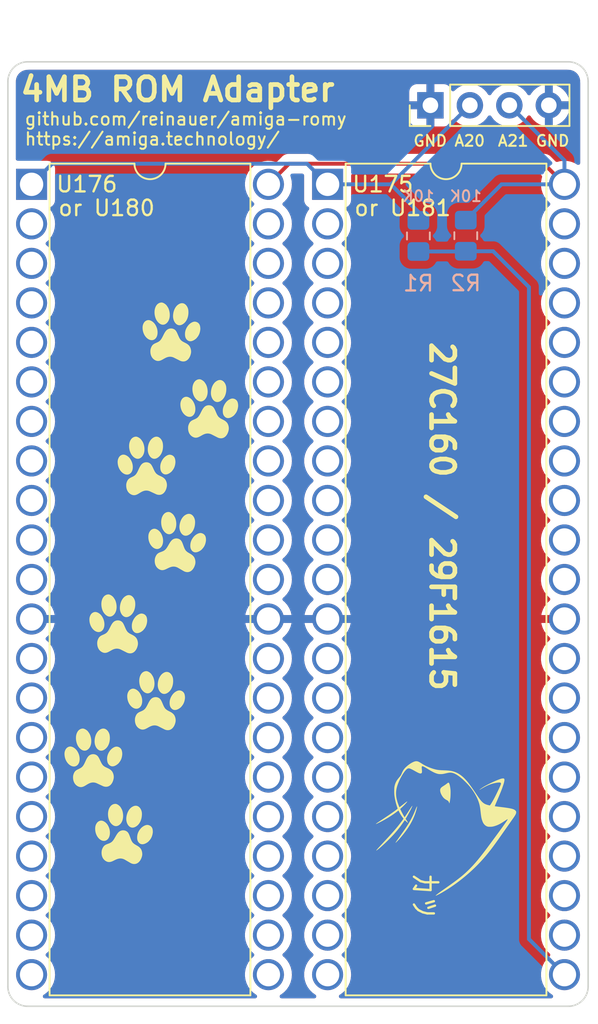
<source format=kicad_pcb>
(kicad_pcb (version 20210228) (generator pcbnew)
  (layers (0 "F.Cu" signal) (31 "B.Cu" signal) (34 "B.Paste" user) (35 "F.Paste" user) (36 "B.SilkS" user "B.Silkscreen") (37 "F.SilkS" user "F.Silkscreen") (38 "B.Mask" user) (39 "F.Mask" user) (44 "Edge.Cuts" user))
  (net 0 "")
  (net 1 "GND")
  (net 2 "A18")
  (net 3 "A19")
  (net 4 "VCC")
  (net 5 "A17")
  (net 6 "D4")
  (net 7 "A7")
  (net 8 "D12")
  (net 9 "A6")
  (net 10 "D5")
  (net 11 "A5")
  (net 12 "D13")
  (net 13 "A4")
  (net 14 "D6")
  (net 15 "A3")
  (net 16 "D14")
  (net 17 "A2")
  (net 18 "D7")
  (net 19 "A1")
  (net 20 "D15")
  (net 21 "A0")
  (net 22 "~CE")
  (net 23 "~BYTE")
  (net 24 "A16")
  (net 25 "~OE")
  (net 26 "A15")
  (net 27 "D0")
  (net 28 "A14")
  (net 29 "D8")
  (net 30 "A13")
  (net 31 "D1")
  (net 32 "A12")
  (net 33 "D9")
  (net 34 "A11")
  (net 35 "D2")
  (net 36 "A10")
  (net 37 "D10")
  (net 38 "A9")
  (net 39 "D3")
  (net 40 "A8")
  (net 41 "D11")
  (footprint "Connector_PinHeader_2.54mm:PinHeader_1x04_P2.54mm_Vertical" (layer "F.Cu") (at 73.67 29.21 90)
    (fp_text reference "J1")
    (fp_text value "Conn_01x04_Male")
  )
  (footprint "rom-extender:DIP-42_W15.24mm_widehole" (layer "F.Cu") (at 67.056 34.29)
    (fp_text reference "U175")
    (fp_text value "27C160")
  )
  (footprint "rom-extender:DIP-42_W15.24mm_widehole" (layer "F.Cu") (at 48.006 34.29)
    (fp_text reference "U176")
    (fp_text value "27C160")
  )
  (footprint "Resistor_SMD:R_0805_2012Metric_Pad1.20x1.40mm_HandSolder" (layer "B.Cu") (at 72.898 37.608 90)
    (fp_text reference "R1")
    (fp_text value "10K")
  )
  (footprint "Resistor_SMD:R_0805_2012Metric_Pad1.20x1.40mm_HandSolder" (layer "B.Cu") (at 75.946 37.592 90)
    (fp_text reference "R2")
    (fp_text value "10K")
  )
  (gr_poly (pts (xy 56.125625 66.44096) (xy 56.127595 66.40262) (xy 56.130724 66.364584) (xy 56.134998 66.326903) (xy 56.1404 66.289646) (xy 56.146929 66.252859) (xy 56.154562 66.216613) (xy 56.163292 66.180954) (xy 56.173103 66.145949) (xy 56.183992 66.111645) (xy 56.195939 66.078113) (xy 56.208928 66.045399) (xy 56.222955 66.013568) (xy 56.238005 65.982678) (xy 56.254061 65.952781) (xy 56.271118 65.923944) (xy 56.289163 65.896214) (xy 56.307111 65.870209) (xy 56.316185 65.857765) (xy 56.325365 65.845663) (xy 56.334682 65.833903) (xy 56.344171 65.822458) (xy 56.353857 65.81131) (xy 56.363778 65.800453) (xy 56.373959 65.789857) (xy 56.384438 65.779507) (xy 56.395234 65.769404) (xy 56.406396 65.759513) (xy 56.417941 65.749825) (xy 56.429907 65.740326) (xy 56.442322 65.730998) (xy 56.455215 65.721824) (xy 56.482002 65.703912) (xy 56.496019 65.695162) (xy 56.51045 65.686652) (xy 56.525296 65.678447) (xy 56.540564 65.670641) (xy 56.556259 65.663296) (xy 56.572371 65.656493) (xy 56.588913 65.650313) (xy 56.605877 65.64483) (xy 56.623272 65.640121) (xy 56.641102 65.636256) (xy 56.659364 65.633329) (xy 56.678063 65.631394) (xy 56.6972 65.630548) (xy 56.716774 65.630854) (xy 56.737509 65.632215) (xy 56.757803 65.634912) (xy 56.777636 65.638898) (xy 56.797004 65.644123) (xy 56.815902 65.650533) (xy 56.834302 65.658079) (xy 56.852214 65.666711) (xy 56.869617 65.676374) (xy 56.886509 65.687024) (xy 56.902868 65.698608) (xy 56.918697 65.711078) (xy 56.933982 65.724377) (xy 56.948707 65.738461) (xy 56.962867 65.753279) (xy 56.976452 65.768777) (xy 56.989453 65.784902) (xy 57.013657 65.818849) (xy 57.035402 65.854713) (xy 57.05461 65.892089) (xy 57.071197 65.930582) (xy 57.085087 65.969773) (xy 57.096198 66.009266) (xy 57.104453 66.048658) (xy 57.10977 66.087542) (xy 57.114862 66.155128) (xy 57.1163 66.222742) (xy 57.114054 66.290062) (xy 57.108078 66.356773) (xy 57.098331 66.422541) (xy 57.084778 66.487054) (xy 57.067378 66.549986) (xy 57.046101 66.611011) (xy 57.020885 66.669809) (xy 57.0068 66.698271) (xy 56.991716 66.726057) (xy 56.975633 66.753129) (xy 56.958541 66.779434) (xy 56.940442 66.80495) (xy 56.921326 66.82962) (xy 56.901189 66.853414) (xy 56.88003 66.876287) (xy 56.857835 66.898202) (xy 56.834612 66.919116) (xy 56.81035 66.938986) (xy 56.785043 66.957779) (xy 56.758682 66.975451) (xy 56.73127 66.991963) (xy 56.698961 67.008777) (xy 56.667128 67.022369) (xy 56.635818 67.032833) (xy 56.605064 67.040287) (xy 56.574902 67.044826) (xy 56.545375 67.04655) (xy 56.516515 67.045557) (xy 56.48837 67.041967) (xy 56.460972 67.035872) (xy 56.434358 67.027379) (xy 56.408577 67.016581) (xy 56.383647 67.003589) (xy 56.359623 66.988504) (xy 56.336545 66.971428) (xy 56.314438 66.95247) (xy 56.293354 66.931723) (xy 56.273325 66.909295) (xy 56.254387 66.885287) (xy 56.236581 66.859803) (xy 56.219944 66.832948) (xy 56.20452 66.80482) (xy 56.190349 66.77553) (xy 56.17745 66.745167) (xy 56.165885 66.713847) (xy 56.155681 66.681663) (xy 56.146876 66.648726) (xy 56.139511 66.615133) (xy 56.133628 66.580989) (xy 56.129254 66.546401) (xy 56.12644 66.511462) (xy 56.125221 66.476281) (xy 56.125625 66.44096)) (layer "F.SilkS") (width 0.000999) (fill solid))
  (gr_poly (pts (xy 54.840397 63.912878) (xy 54.824884 63.978919) (xy 54.805278 64.042534) (xy 54.793976 64.073267) (xy 54.781683 64.103212) (xy 54.768408 64.1323) (xy 54.75417 64.160457) (xy 54.738966 64.187637) (xy 54.722822 64.213764) (xy 54.705742 64.238789) (xy 54.687735 64.262634) (xy 54.668808 64.285241) (xy 54.648981 64.306553) (xy 54.628261 64.326502) (xy 54.606654 64.345022) (xy 54.584179 64.362054) (xy 54.560836 64.377536) (xy 54.536642 64.391405) (xy 54.511608 64.403589) (xy 54.485739 64.414038) (xy 54.459057 64.422687) (xy 54.431563 64.429468) (xy 54.403271 64.434316) (xy 54.374191 64.437172) (xy 54.344329 64.437976) (xy 54.313704 64.436661) (xy 54.282321 64.433158) (xy 54.250193 64.42742) (xy 54.21733 64.419372) (xy 54.183741 64.408949) (xy 54.149435 64.396098) (xy 53.719699 64.18002) (xy 53.665446 64.160807) (xy 53.637794 64.152852) (xy 53.609718 64.146142) (xy 53.581169 64.140774) (xy 53.552106 64.136869) (xy 53.522465 64.134513) (xy 53.492199 64.133826) (xy 53.46126 64.134909) (xy 53.429601 64.137868) (xy 53.397161 64.142805) (xy 53.363887 64.149831) (xy 53.329741 64.159047) (xy 53.294667 64.170559) (xy 53.258613 64.184478) (xy 53.221519 64.200907) (xy 53.194337 64.214028) (xy 53.167928 64.227519) (xy 53.142168 64.24128) (xy 53.116919 64.255234) (xy 53.018469 64.311206) (xy 52.987778 64.328248) (xy 52.957541 64.343985) (xy 52.927675 64.358286) (xy 52.898086 64.37104) (xy 52.8687 64.382106) (xy 52.839423 64.39136) (xy 52.81018 64.398675) (xy 52.780875 64.403931) (xy 52.751426 64.406992) (xy 52.721757 64.407729) (xy 52.691772 64.406028) (xy 52.661385 64.401754) (xy 52.630524 64.394782) (xy 52.599095 64.384987) (xy 52.567007 64.372237) (xy 52.534187 64.356407) (xy 52.513852 64.345165) (xy 52.494231 64.333255) (xy 52.475322 64.320679) (xy 52.457116 64.307462) (xy 52.43962 64.293609) (xy 52.422832 64.279145) (xy 52.391368 64.24841) (xy 52.362719 64.215376) (xy 52.336869 64.180151) (xy 52.313815 64.14286) (xy 52.293549 64.103609) (xy 52.276058 64.062503) (xy 52.261336 64.019669) (xy 52.249375 63.975215) (xy 52.24016 63.929254) (xy 52.233683 63.8819) (xy 52.229943 63.833269) (xy 52.228929 63.783466) (xy 52.230622 63.732615) (xy 52.232026 63.715265) (xy 52.233949 63.698283) (xy 52.236374 63.681653) (xy 52.239274 63.665351) (xy 52.242634 63.649371) (xy 52.246415 63.633683) (xy 52.250599 63.618272) (xy 52.255161 63.60312) (xy 52.260081 63.588211) (xy 52.265334 63.573524) (xy 52.270898 63.559044) (xy 52.276741 63.544746) (xy 52.282843 63.530614) (xy 52.289187 63.516638) (xy 52.302472 63.48906) (xy 52.314104 63.466472) (xy 52.326423 63.445451) (xy 52.339393 63.425907) (xy 52.352975 63.407748) (xy 52.367148 63.39089) (xy 52.38187 63.375242) (xy 52.397101 63.360713) (xy 52.412814 63.347212) (xy 52.428977 63.334654) (xy 52.445551 63.322951) (xy 52.479803 63.301731) (xy 52.515299 63.282855) (xy 52.551766 63.2656) (xy 52.626527 63.233099) (xy 52.664284 63.216425) (xy 52.701921 63.198516) (xy 52.739172 63.178662) (xy 52.77576 63.156144) (xy 52.793727 63.143666) (xy 52.811419 63.130255) (xy 52.828819 63.115815) (xy 52.845878 63.100271) (xy 52.864499 63.081391) (xy 52.88237 63.061296) (xy 52.899539 63.040077) (xy 52.916073 63.017824) (xy 52.947478 62.970624) (xy 52.977067 62.920439) (xy 53.005343 62.868038) (xy 53.032779 62.814168) (xy 53.087105 62.705087) (xy 53.11497 62.651383) (xy 53.143961 62.599253) (xy 53.174554 62.54945) (xy 53.207244 62.502735) (xy 53.224525 62.480771) (xy 53.242521 62.459864) (xy 53.261284 62.440109) (xy 53.280874 62.421595) (xy 53.301357 62.404429) (xy 53.322787 62.388698) (xy 53.345232 62.374492) (xy 53.36875 62.36191) (xy 53.3846 62.354553) (xy 53.400551 62.347882) (xy 53.432694 62.336593) (xy 53.465032 62.327973) (xy 53.497419 62.321961) (xy 53.529717 62.318479) (xy 53.561777 62.317473) (xy 53.59346 62.318857) (xy 53.624616 62.322585) (xy 53.655108 62.328575) (xy 53.684789 62.336764) (xy 53.713513 62.347083) (xy 53.74114 62.359467) (xy 53.767523 62.373848) (xy 53.792519 62.390157) (xy 53.815988 62.408327) (xy 53.837779 62.428293) (xy 53.857676 62.450394) (xy 53.876641 62.475119) (xy 53.894787 62.502194) (xy 53.91222 62.531349) (xy 53.929031 62.562297) (xy 53.945346 62.594778) (xy 53.976874 62.663215) (xy 54.038513 62.806353) (xy 54.070317 62.876666) (xy 54.086831 62.910548) (xy 54.103897 62.94322) (xy 54.107618 62.949854) (xy 54.111407 62.956274) (xy 54.119157 62.968559) (xy 54.127074 62.980238) (xy 54.135073 62.991469) (xy 54.151004 63.013284) (xy 54.158782 63.024199) (xy 54.166321 63.035352) (xy 54.170647 63.041976) (xy 54.174814 63.048022) (xy 54.178948 63.053593) (xy 54.181046 63.056238) (xy 54.18319 63.058809) (xy 54.185392 63.061321) (xy 54.187669 63.063778) (xy 54.190037 63.066209) (xy 54.192512 63.068619) (xy 54.19512 63.071022) (xy 54.197864 63.073434) (xy 54.200769 63.075871) (xy 54.20385 63.078345) (xy 54.213783 63.085874) (xy 54.222452 63.092666) (xy 54.236928 63.104517) (xy 54.249094 63.114801) (xy 54.260771 63.124433) (xy 54.266998 63.129292) (xy 54.273786 63.134321) (xy 54.28137 63.13965) (xy 54.289967 63.145379) (xy 54.299813 63.151624) (xy 54.311129 63.158503) (xy 54.324154 63.16613) (xy 54.339104 63.174618) (xy 54.394264 63.20355) (xy 54.446451 63.229733) (xy 54.49612 63.254828) (xy 54.520143 63.267488) (xy 54.543709 63.280503) (xy 54.566869 63.294074) (xy 54.589673 63.30841) (xy 54.61218 63.323722) (xy 54.634447 63.340222) (xy 54.656531 63.358117) (xy 54.678485 63.377608) (xy 54.700375 63.398905) (xy 54.722242 63.422218) (xy 54.738696 63.442362) (xy 54.754481 63.464844) (xy 54.769477 63.489469) (xy 54.783565 63.516034) (xy 54.796632 63.544336) (xy 54.80857 63.574178) (xy 54.819258 63.605354) (xy 54.82858 63.637665) (xy 54.836433 63.67091) (xy 54.842686 63.704887) (xy 54.847241 63.739399) (xy 54.84997 63.774237) (xy 54.850763 63.809209) (xy 54.849513 63.844107) (xy 54.846098 63.87873) (xy 54.840397 63.912878)) (layer "F.SilkS") (width 0.000999) (fill solid))
  (gr_poly (pts (xy 51.826802 61.931182) (xy 51.834448 61.920727) (xy 51.84298 61.90991) (xy 51.852145 61.899031) (xy 51.861696 61.888368) (xy 51.871388 61.878227) (xy 51.88096 61.868894) (xy 51.885628 61.864621) (xy 51.890175 61.860665) (xy 51.894567 61.857054) (xy 51.898773 61.853831) (xy 51.924403 61.836284) (xy 51.949813 61.82115) (xy 51.975051 61.808388) (xy 52.000155 61.797968) (xy 52.025173 61.78984) (xy 52.050151 61.783971) (xy 52.075123 61.78032) (xy 52.100135 61.778855) (xy 52.12524 61.779524) (xy 52.15047 61.782306) (xy 52.175877 61.787147) (xy 52.2015 61.794019) (xy 52.227382 61.802869) (xy 52.253574 61.813675) (xy 52.280111 61.826388) (xy 52.307043 61.840973) (xy 52.335557 61.858335) (xy 52.36284 61.876939) (xy 52.388913 61.896749) (xy 52.413818 61.917728) (xy 52.437577 61.939848) (xy 52.460228 61.963079) (xy 52.481795 61.987376) (xy 52.502326 62.012716) (xy 52.521831 62.039065) (xy 52.540359 62.066378) (xy 52.55793 62.094637) (xy 52.574578 62.123799) (xy 52.590339 62.153831) (xy 52.605235 62.18471) (xy 52.619313 62.216387) (xy 52.632588 62.248845) (xy 52.648307 62.292924) (xy 52.66197 62.33935) (xy 52.67338 62.38769) (xy 52.682338 62.437508) (xy 52.688655 62.488374) (xy 52.692133 62.539854) (xy 52.692577 62.591508) (xy 52.689786 62.642915) (xy 52.683571 62.693629) (xy 52.673729 62.743225) (xy 52.660071 62.791271) (xy 52.651749 62.814574) (xy 52.6424 62.83733) (xy 52.631993 62.859474) (xy 52.620512 62.880965) (xy 52.607925 62.901742) (xy 52.594216 62.921749) (xy 52.579353 62.940941) (xy 52.563319 62.959247) (xy 52.54608 62.976631) (xy 52.527619 62.993029) (xy 52.498664 63.014755) (xy 52.468603 63.03273) (xy 52.437576 63.04704) (xy 52.405719 63.057761) (xy 52.373169 63.06499) (xy 52.340059 63.068789) (xy 52.306523 63.069256) (xy 52.272703 63.066466) (xy 52.238728 63.060508) (xy 52.204744 63.051458) (xy 52.170872 63.039406) (xy 52.13726 63.024423) (xy 52.104037 63.006605) (xy 52.071344 62.986018) (xy 52.039311 62.962761) (xy 52.008078 62.936907) (xy 51.977779 62.908544) (xy 51.948556 62.87775) (xy 51.920537 62.844607) (xy 51.893856 62.809202) (xy 51.868652 62.771613) (xy 51.845068 62.731926) (xy 51.823231 62.69022) (xy 51.803277 62.646584) (xy 51.785348 62.601095) (xy 51.769568 62.553832) (xy 51.75609 62.504888) (xy 51.745033 62.454337) (xy 51.736547 62.402266) (xy 51.730757 62.348752) (xy 51.727805 62.293881) (xy 51.727824 62.237736) (xy 51.7288 62.217452) (xy 51.730467 62.197176) (xy 51.732828 62.176936) (xy 51.735885 62.156767) (xy 51.739634 62.136696) (xy 51.744076 62.116759) (xy 51.749214 62.096979) (xy 51.755049 62.077395) (xy 51.761578 62.058029) (xy 51.768801 62.038911) (xy 51.776725 62.020081) (xy 51.785342 62.001555) (xy 51.794659 61.983375) (xy 51.804673 61.965563) (xy 51.815389 61.948152) (xy 51.826802 61.931182)) (layer "F.SilkS") (width 0.000999) (fill solid))
  (gr_poly (pts (xy 55.482241 51.340589) (xy 55.482717 51.302229) (xy 55.484373 51.264139) (xy 55.487207 51.226348) (xy 55.491203 51.188948) (xy 55.49635 51.151977) (xy 55.50263 51.11549) (xy 55.510034 51.079554) (xy 55.518552 51.044227) (xy 55.528172 51.009563) (xy 55.538882 50.97562) (xy 55.550665 50.942456) (xy 55.56351 50.910129) (xy 55.57741 50.878696) (xy 55.592346 50.848215) (xy 55.608305 50.818748) (xy 55.625285 50.790346) (xy 55.642482 50.763861) (xy 55.659879 50.7388) (xy 55.668751 50.72676) (xy 55.677786 50.715019) (xy 55.687013 50.703565) (xy 55.696467 50.692386) (xy 55.706192 50.681451) (xy 55.716216 50.670754) (xy 55.726585 50.660274) (xy 55.737328 50.649996) (xy 55.748474 50.639896) (xy 55.760071 50.629967) (xy 55.772147 50.620181) (xy 55.784741 50.610528) (xy 55.810937 50.591664) (xy 55.824638 50.582441) (xy 55.838753 50.573451) (xy 55.853285 50.564766) (xy 55.86824 50.556452) (xy 55.883636 50.548593) (xy 55.899479 50.541255) (xy 55.915765 50.534507) (xy 55.932512 50.528429) (xy 55.949723 50.523082) (xy 55.967411 50.518546) (xy 55.985575 50.514882) (xy 56.004228 50.512177) (xy 56.023379 50.510495) (xy 56.043032 50.509903) (xy 56.063833 50.510593) (xy 56.084237 50.512627) (xy 56.104224 50.515963) (xy 56.123785 50.520542) (xy 56.142905 50.526318) (xy 56.161579 50.533243) (xy 56.179796 50.541262) (xy 56.197538 50.550329) (xy 56.214804 50.560397) (xy 56.231566 50.571409) (xy 56.247829 50.583326) (xy 56.263569 50.596084) (xy 56.278786 50.609641) (xy 56.293462 50.623947) (xy 56.307583 50.638951) (xy 56.321146 50.654605) (xy 56.334131 50.670859) (xy 56.34653 50.687664) (xy 56.36953 50.722714) (xy 56.390042 50.759366) (xy 56.407988 50.797214) (xy 56.423266 50.835862) (xy 56.435793 50.874916) (xy 56.445473 50.913965) (xy 56.452215 50.952625) (xy 56.45973 51.019958) (xy 56.463604 51.087448) (xy 56.463779 51.154778) (xy 56.460205 51.221622) (xy 56.452833 51.287662) (xy 56.441609 51.352583) (xy 56.426482 51.416053) (xy 56.407402 51.477761) (xy 56.384318 51.537381) (xy 56.357174 51.594599) (xy 56.342071 51.622206) (xy 56.325925 51.649087) (xy 56.308745 51.675211) (xy 56.29052 51.70053) (xy 56.271243 51.725011) (xy 56.250899 51.748608) (xy 56.229499 51.771284) (xy 56.20702 51.792996) (xy 56.183467 51.813711) (xy 56.158823 51.833377) (xy 56.133093 51.851962) (xy 56.106268 51.869426) (xy 56.0746 51.887448) (xy 56.043302 51.902223) (xy 56.012407 51.913861) (xy 55.981959 51.922459) (xy 55.952 51.928112) (xy 55.922579 51.930926) (xy 55.893727 51.931012) (xy 55.865493 51.928451) (xy 55.837918 51.923373) (xy 55.81104 51.91585) (xy 55.78491 51.905998) (xy 55.759561 51.893922) (xy 55.73504 51.879717) (xy 55.711387 51.863485) (xy 55.68865 51.84533) (xy 55.666859 51.825351) (xy 55.646067 51.803651) (xy 55.62631 51.780331) (xy 55.607639 51.755492) (xy 55.590084 51.729236) (xy 55.573692 51.701661) (xy 55.558504 51.672879) (xy 55.544571 51.64298) (xy 55.531923 51.612071) (xy 55.520608 51.580255) (xy 55.510671 51.547629) (xy 55.502144 51.514297) (xy 55.495081 51.480355) (xy 55.489516 51.445917) (xy 55.485495 51.411074) (xy 55.483055 51.375931) (xy 55.482241 51.340589)) (layer "F.SilkS") (width 0.000999) (fill solid))
  (gr_poly (pts (xy 57.10952 42.743105) (xy 57.11133 42.704846) (xy 57.114305 42.666857) (xy 57.118427 42.629201) (xy 57.12369 42.59194) (xy 57.130078 42.555134) (xy 57.137568 42.518847) (xy 57.146151 42.483129) (xy 57.155816 42.44805) (xy 57.166549 42.413672) (xy 57.178328 42.380053) (xy 57.19115 42.347244) (xy 57.204991 42.315319) (xy 57.219845 42.284336) (xy 57.235694 42.254352) (xy 57.252525 42.225424) (xy 57.270319 42.197628) (xy 57.288233 42.17164) (xy 57.306378 42.147144) (xy 57.315626 42.135406) (xy 57.325028 42.123984) (xy 57.334622 42.112858) (xy 57.344436 42.102006) (xy 57.354515 42.091411) (xy 57.364878 42.081058) (xy 57.375569 42.07092) (xy 57.38661 42.060986) (xy 57.398042 42.051234) (xy 57.409897 42.041642) (xy 57.422205 42.032195) (xy 57.435009 42.02287) (xy 57.461796 42.004962) (xy 57.475814 41.996203) (xy 57.490248 41.987675) (xy 57.505098 41.979452) (xy 57.520379 41.971612) (xy 57.536077 41.964222) (xy 57.552209 41.957365) (xy 57.568765 41.951118) (xy 57.585756 41.945539) (xy 57.603184 41.940721) (xy 57.621049 41.936724) (xy 57.639352 41.933642) (xy 57.658099 41.931531) (xy 57.677291 41.930471) (xy 57.696928 41.930536) (xy 57.717623 41.931812) (xy 57.737889 41.934429) (xy 57.757711 41.938335) (xy 57.777073 41.943475) (xy 57.795976 41.949802) (xy 57.814399 41.957272) (xy 57.832337 41.965818) (xy 57.84978 41.975403) (xy 57.866715 41.985977) (xy 57.883137 41.997484) (xy 57.899025 42.009881) (xy 57.914381 42.023108) (xy 57.929187 42.037117) (xy 57.943433 42.051874) (xy 57.957109 42.067305) (xy 57.970208 42.083375) (xy 57.994633 42.117212) (xy 58.016605 42.15298) (xy 58.036054 42.190285) (xy 58.0529 42.228719) (xy 58.067051 42.267884) (xy 58.078428 42.307371) (xy 58.086946 42.346787) (xy 58.09252 42.385725) (xy 58.097884 42.45337) (xy 58.099601 42.521039) (xy 58.097646 42.588413) (xy 58.091964 42.655165) (xy 58.082517 42.720978) (xy 58.069255 42.785543) (xy 58.052136 42.848526) (xy 58.031118 42.909617) (xy 58.006154 42.968485) (xy 57.992177 42.996993) (xy 57.9772 43.024829) (xy 57.961214 43.05195) (xy 57.944216 43.078313) (xy 57.926199 43.103882) (xy 57.907155 43.128625) (xy 57.88708 43.152492) (xy 57.865972 43.175444) (xy 57.843818 43.197442) (xy 57.820624 43.218448) (xy 57.796374 43.238421) (xy 57.771061 43.257323) (xy 57.744695 43.275106) (xy 57.717253 43.29174) (xy 57.685032 43.308717) (xy 57.653275 43.322458) (xy 57.622015 43.333081) (xy 57.591302 43.34068) (xy 57.561168 43.345358) (xy 57.531659 43.34722) (xy 57.502801 43.346365) (xy 57.474644 43.342901) (xy 57.447221 43.336926) (xy 57.420579 43.328545) (xy 57.394746 43.317862) (xy 57.369771 43.304974) (xy 57.34569 43.28999) (xy 57.322535 43.27301) (xy 57.30035 43.254135) (xy 57.27918 43.23347) (xy 57.259052 43.211121) (xy 57.24002 43.187186) (xy 57.222106 43.161768) (xy 57.205365 43.134964) (xy 57.189821 43.106886) (xy 57.175528 43.077633) (xy 57.16251 43.047311) (xy 57.150819 43.016019) (xy 57.140486 42.983858) (xy 57.131551 42.950939) (xy 57.124057 42.917353) (xy 57.118041 42.883209) (xy 57.113539 42.848613) (xy 57.110591 42.813655) (xy 57.10924 42.77846) (xy 57.10952 42.743105)) (layer "F.SilkS") (width 0.000999) (fill solid))
  (gr_poly (pts (xy 53.288373 72.47269) (xy 53.274797 72.539189) (xy 53.257096 72.603407) (xy 53.246719 72.6345) (xy 53.235332 72.664832) (xy 53.222948 72.69434) (xy 53.209575 72.722959) (xy 53.195219 72.750628) (xy 53.179889 72.777282) (xy 53.163592 72.802851) (xy 53.146336 72.827287) (xy 53.128134 72.850513) (xy 53.108987 72.872473) (xy 53.088907 72.893092) (xy 53.067899 72.912322) (xy 53.045979 72.930093) (xy 53.023146 72.946336) (xy 52.999414 72.960996) (xy 52.974788 72.974006) (xy 52.949279 72.985301) (xy 52.922893 72.994822) (xy 52.895643 73.002495) (xy 52.867527 73.00827) (xy 52.838564 73.012072) (xy 52.808756 73.013849) (xy 52.77811 73.013533) (xy 52.746636 73.011055) (xy 52.714349 73.006355) (xy 52.681245 72.999368) (xy 52.647341 72.990036) (xy 52.612639 72.978289) (xy 52.175971 72.775453) (xy 52.121165 72.757916) (xy 52.093287 72.750818) (xy 52.065026 72.744981) (xy 52.036329 72.740514) (xy 52.007155 72.73751) (xy 51.977452 72.736091) (xy 51.947174 72.73636) (xy 51.916276 72.738422) (xy 51.884701 72.742388) (xy 51.852399 72.748361) (xy 51.819337 72.756455) (xy 51.785451 72.766773) (xy 51.750698 72.779422) (xy 51.715036 72.794512) (xy 51.678405 72.81215) (xy 51.651796 72.826185) (xy 51.625981 72.840505) (xy 51.600809 72.855041) (xy 51.576132 72.869753) (xy 51.479358 72.929382) (xy 51.449129 72.947234) (xy 51.41936 72.963783) (xy 51.389931 72.978909) (xy 51.360768 72.992487) (xy 51.33178 73.00439) (xy 51.302864 73.014492) (xy 51.273939 73.022667) (xy 51.244905 73.028806) (xy 51.215673 73.03276) (xy 51.186149 73.034421) (xy 51.156242 73.033662) (xy 51.125861 73.030356) (xy 51.094911 73.024384) (xy 51.063303 73.015617) (xy 51.030944 73.003933) (xy 50.997741 72.989203) (xy 50.976977 72.978527) (xy 50.956907 72.967169) (xy 50.937529 72.955139) (xy 50.91885 72.942442) (xy 50.90087 72.929105) (xy 50.88358 72.915135) (xy 50.851076 72.885361) (xy 50.821341 72.853218) (xy 50.794356 72.818829) (xy 50.770125 72.7823) (xy 50.748642 72.743742) (xy 50.729886 72.703269) (xy 50.713864 72.660988) (xy 50.700562 72.61701) (xy 50.689973 72.571446) (xy 50.682093 72.524405) (xy 50.676913 72.476002) (xy 50.674428 72.426344) (xy 50.674622 72.375546) (xy 50.67536 72.358149) (xy 50.67664 72.341107) (xy 50.678434 72.324398) (xy 50.680723 72.308015) (xy 50.683469 72.291931) (xy 50.686658 72.276121) (xy 50.690259 72.260581) (xy 50.694244 72.245284) (xy 50.698594 72.230208) (xy 50.703271 72.215348) (xy 50.708263 72.200668) (xy 50.713536 72.186153) (xy 50.724814 72.157565) (xy 50.736911 72.129428) (xy 50.747887 72.106569) (xy 50.759593 72.08524) (xy 50.771993 72.06536) (xy 50.78506 72.046829) (xy 50.798752 72.029574) (xy 50.813028 72.013491) (xy 50.827858 71.998508) (xy 50.843199 71.984527) (xy 50.859019 71.97147) (xy 50.875274 71.959242) (xy 50.908964 71.936931) (xy 50.943966 71.916897) (xy 50.979983 71.898449) (xy 51.053908 71.863486) (xy 51.091218 71.845576) (xy 51.12837 71.826454) (xy 51.165061 71.805417) (xy 51.201005 71.781762) (xy 51.218602 71.768734) (xy 51.235899 71.754794) (xy 51.252863 71.739849) (xy 51.269451 71.723817) (xy 51.287472 71.704318) (xy 51.304694 71.683632) (xy 51.321181 71.661843) (xy 51.336997 71.639055) (xy 51.366886 71.590842) (xy 51.394857 71.539717) (xy 51.421433 71.48643) (xy 51.447125 71.431719) (xy 51.497896 71.321003) (xy 51.52401 71.266472) (xy 51.55128 71.213484) (xy 51.580232 71.162781) (xy 51.61137 71.115102) (xy 51.627921 71.092628) (xy 51.645215 71.07119) (xy 51.663307 71.050876) (xy 51.682267 71.031779) (xy 51.70216 71.013998) (xy 51.723046 70.997619) (xy 51.744992 70.982735) (xy 51.768069 70.969446) (xy 51.783722 70.961548) (xy 51.799493 70.954346) (xy 51.831318 70.941989) (xy 51.863389 70.932303) (xy 51.895575 70.925234) (xy 51.927734 70.920712) (xy 51.959711 70.918672) (xy 51.991379 70.919061) (xy 52.022593 70.921795) (xy 52.053211 70.92683) (xy 52.083084 70.93409) (xy 52.112079 70.943521) (xy 52.14005 70.955051) (xy 52.166859 70.968624) (xy 52.192364 70.98417) (xy 52.216424 71.001627) (xy 52.238885 71.020928) (xy 52.259545 71.042415) (xy 52.279367 71.066547) (xy 52.298441 71.093049) (xy 52.316858 71.121635) (xy 52.334726 71.152049) (xy 52.352135 71.183994) (xy 52.385951 71.251401) (xy 52.452277 71.392504) (xy 52.486318 71.461771) (xy 52.503888 71.495111) (xy 52.52196 71.527228) (xy 52.525749 71.533623) (xy 52.529598 71.539833) (xy 52.537461 71.551761) (xy 52.545506 71.563157) (xy 52.553674 71.574158) (xy 52.570165 71.595525) (xy 52.578376 71.606176) (xy 52.586486 71.61699) (xy 52.590852 71.623591) (xy 52.592988 71.626652) (xy 52.595123 71.629572) (xy 52.597264 71.632366) (xy 52.599429 71.635047) (xy 52.601636 71.637634) (xy 52.603894 71.640133) (xy 52.60622 71.642574) (xy 52.60863 71.644956) (xy 52.611148 71.647298) (xy 52.613774 71.649621) (xy 52.616533 71.651937) (xy 52.619436 71.654263) (xy 52.622503 71.656608) (xy 52.625745 71.658984) (xy 52.635884 71.666184) (xy 52.644727 71.672706) (xy 52.659437 71.684096) (xy 52.671775 71.693988) (xy 52.683614 71.703227) (xy 52.689948 71.707852) (xy 52.69686 71.712626) (xy 52.704592 71.717647) (xy 52.71338 71.723028) (xy 52.723463 71.728863) (xy 52.735076 71.735259) (xy 52.74845 71.742324) (xy 52.763831 71.750157) (xy 52.819853 71.777678) (xy 52.872837 71.802423) (xy 52.923255 71.826076) (xy 52.947662 71.838013) (xy 52.971617 71.850308) (xy 52.995183 71.86316) (xy 53.018415 71.876792) (xy 53.04138 71.891409) (xy 53.064141 71.907214) (xy 53.086754 71.924424) (xy 53.10929 71.943246) (xy 53.131806 71.963892) (xy 53.15436 71.986569) (xy 53.171558 72.006102) (xy 53.188143 72.02803) (xy 53.203978 72.052136) (xy 53.218954 72.078233) (xy 53.23295 72.106119) (xy 53.245851 72.13558) (xy 53.257534 72.166423) (xy 53.267878 72.198444) (xy 53.276771 72.231437) (xy 53.28409 72.265202) (xy 53.289722 72.299539) (xy 53.293542 72.334242) (xy 53.29544 72.369109) (xy 53.295284 72.403945) (xy 53.292971 72.438535) (xy 53.288373 72.47269)) (layer "F.SilkS") (width 0.000999) (fill solid))
  (gr_poly (pts (xy 52.728246 60.72253) (xy 52.738972 60.715404) (xy 52.749695 60.708612) (xy 52.760451 60.702145) (xy 52.771279 60.696023) (xy 52.782201 60.690255) (xy 52.793255 60.684832) (xy 52.804478 60.679775) (xy 52.815903 60.675094) (xy 52.827558 60.670793) (xy 52.839471 60.666881) (xy 52.851697 60.663357) (xy 52.864246 60.660243) (xy 52.877167 60.65754) (xy 52.890485 60.655252) (xy 52.904235 60.653396) (xy 52.918449 60.651973) (xy 52.930693 60.650155) (xy 52.943226 60.64931) (xy 52.956007 60.649388) (xy 52.969005 60.650345) (xy 52.982185 60.652132) (xy 52.99551 60.654692) (xy 53.008935 60.657981) (xy 53.022437 60.661957) (xy 53.035976 60.666561) (xy 53.0495 60.671748) (xy 53.076406 60.683676) (xy 53.102854 60.697353) (xy 53.128562 60.712388) (xy 53.153226 60.728383) (xy 53.176559 60.744955) (xy 53.198261 60.761713) (xy 53.218052 60.778264) (xy 53.235625 60.79422) (xy 53.250695 60.809184) (xy 53.262969 60.822771) (xy 53.272149 60.834593) (xy 53.304098 60.879702) (xy 53.33206 60.920707) (xy 53.344718 60.940301) (xy 53.356577 60.959629) (xy 53.367715 60.978957) (xy 53.378201 60.998527) (xy 53.388094 61.018606) (xy 53.397463 61.039433) (xy 53.406379 61.061277) (xy 53.414908 61.084395) (xy 53.423125 61.109034) (xy 53.431086 61.135449) (xy 53.438867 61.163898) (xy 53.446535 61.194633) (xy 53.459523 61.255405) (xy 53.469024 61.315991) (xy 53.475051 61.376142) (xy 53.477621 61.435608) (xy 53.476759 61.494129) (xy 53.472463 61.55145) (xy 53.464766 61.607323) (xy 53.453664 61.661491) (xy 53.439193 61.713694) (xy 53.421362 61.763684) (xy 53.400174 61.81121) (xy 53.375662 61.856005) (xy 53.347833 61.897826) (xy 53.332682 61.917541) (xy 53.316703 61.936414) (xy 53.299901 61.954421) (xy 53.28229 61.971517) (xy 53.263853 61.987686) (xy 53.244607 62.002883) (xy 53.2183 62.021092) (xy 53.192073 62.036517) (xy 53.165957 62.049252) (xy 53.139982 62.059411) (xy 53.114171 62.0671) (xy 53.088567 62.072419) (xy 53.063189 62.075481) (xy 53.038077 62.07639) (xy 53.013259 62.075244) (xy 52.988766 62.072156) (xy 52.964628 62.067233) (xy 52.940877 62.060577) (xy 52.917541 62.052298) (xy 52.894653 62.042496) (xy 52.87225 62.031285) (xy 52.850349 62.018766) (xy 52.828998 62.005037) (xy 52.80821 61.990226) (xy 52.788026 61.974414) (xy 52.768481 61.957721) (xy 52.749594 61.940247) (xy 52.731402 61.9221) (xy 52.697235 61.884219) (xy 52.666219 61.844915) (xy 52.638597 61.805035) (xy 52.614626 61.765427) (xy 52.594547 61.726947) (xy 52.575517 61.68391) (xy 52.558313 61.638936) (xy 52.543017 61.592276) (xy 52.529717 61.544189) (xy 52.518485 61.494927) (xy 52.509424 61.444755) (xy 52.502602 61.39392) (xy 52.498119 61.342674) (xy 52.496046 61.291289) (xy 52.496479 61.239997) (xy 52.499496 61.189074) (xy 52.505182 61.138756) (xy 52.513623 61.089323) (xy 52.524915 61.041009) (xy 52.539128 60.994081) (xy 52.556347 60.948789) (xy 52.563361 60.932748) (xy 52.570864 60.916719) (xy 52.578863 60.900754) (xy 52.587355 60.884897) (xy 52.596344 60.869214) (xy 52.605829 60.853747) (xy 52.61581 60.838553) (xy 52.626291 60.823679) (xy 52.63727 60.809182) (xy 52.648753 60.79511) (xy 52.66074 60.78152) (xy 52.673229 60.768453) (xy 52.686223 60.755967) (xy 52.699724 60.744121) (xy 52.713732 60.732952) (xy 52.728246 60.72253)) (layer "F.SilkS") (width 0.000999) (fill solid))
  (gr_poly (pts (xy 56.709589 53.710408) (xy 56.696014 53.77691) (xy 56.678313 53.841127) (xy 56.667934 53.872221) (xy 56.656549 53.902551) (xy 56.644159 53.932054) (xy 56.630783 53.960668) (xy 56.616425 53.988331) (xy 56.60109 54.014978) (xy 56.584789 54.040542) (xy 56.567524 54.064963) (xy 56.549315 54.088176) (xy 56.53016 54.110123) (xy 56.510069 54.130729) (xy 56.489055 54.149938) (xy 56.467122 54.167683) (xy 56.44428 54.183908) (xy 56.420529 54.19854) (xy 56.395885 54.211517) (xy 56.37036 54.222779) (xy 56.343953 54.23226) (xy 56.316675 54.239895) (xy 56.288539 54.245629) (xy 56.259544 54.249384) (xy 56.229706 54.251111) (xy 56.19903 54.250734) (xy 56.167522 54.248197) (xy 56.135191 54.243434) (xy 56.102055 54.236377) (xy 56.068104 54.22697) (xy 56.033357 54.215148) (xy 55.597126 54.013067) (xy 55.542339 53.995568) (xy 55.514469 53.988482) (xy 55.486211 53.982662) (xy 55.457523 53.978201) (xy 55.428358 53.975211) (xy 55.398664 53.973798) (xy 55.368384 53.974072) (xy 55.337488 53.976136) (xy 55.305912 53.980107) (xy 55.273621 53.986083) (xy 55.240551 53.994177) (xy 55.206666 54.004495) (xy 55.171918 54.017146) (xy 55.136257 54.032234) (xy 55.099624 54.049874) (xy 55.072983 54.063931) (xy 55.04708 54.078294) (xy 55.021801 54.092896) (xy 54.997024 54.107665) (xy 54.900573 54.1671) (xy 54.87035 54.184955) (xy 54.840571 54.201506) (xy 54.811143 54.216627) (xy 54.781979 54.230197) (xy 54.75298 54.242087) (xy 54.724058 54.252167) (xy 54.695114 54.260319) (xy 54.666058 54.266416) (xy 54.6368 54.270328) (xy 54.607244 54.271936) (xy 54.577294 54.271106) (xy 54.546868 54.26772) (xy 54.515862 54.261646) (xy 54.484189 54.252767) (xy 54.451752 54.240944) (xy 54.418462 54.226056) (xy 54.397742 54.215466) (xy 54.377705 54.204179) (xy 54.358378 54.192214) (xy 54.339736 54.179587) (xy 54.321784 54.166307) (xy 54.304531 54.152396) (xy 54.272083 54.122717) (xy 54.24239 54.090659) (xy 54.215453 54.056341) (xy 54.191257 54.019871) (xy 54.16979 53.981358) (xy 54.151062 53.940921) (xy 54.135059 53.898664) (xy 54.121766 53.854704) (xy 54.111182 53.809157) (xy 54.103306 53.762122) (xy 54.098133 53.713726) (xy 54.095642 53.664071) (xy 54.095837 53.613273) (xy 54.096579 53.59587) (xy 54.097858 53.578828) (xy 54.099652 53.562122) (xy 54.101937 53.545737) (xy 54.104687 53.529652) (xy 54.107872 53.513849) (xy 54.111481 53.498306) (xy 54.115465 53.483009) (xy 54.119808 53.467931) (xy 54.124491 53.453066) (xy 54.129479 53.438389) (xy 54.134752 53.423881) (xy 54.146033 53.395293) (xy 54.158128 53.367153) (xy 54.169095 53.344295) (xy 54.180796 53.322971) (xy 54.19319 53.303091) (xy 54.206243 53.284573) (xy 54.21991 53.267324) (xy 54.234163 53.251254) (xy 54.248965 53.236282) (xy 54.264278 53.222317) (xy 54.280056 53.209267) (xy 54.296277 53.197052) (xy 54.32988 53.17477) (xy 54.364789 53.154754) (xy 54.400708 53.136314) (xy 54.474412 53.101338) (xy 54.511606 53.083405) (xy 54.548645 53.064234) (xy 54.585224 53.043129) (xy 54.621055 53.019384) (xy 54.638597 53.006303) (xy 54.655847 52.992297) (xy 54.672758 52.977285) (xy 54.689304 52.961178) (xy 54.707374 52.941751) (xy 54.724643 52.921133) (xy 54.74118 52.899413) (xy 54.757054 52.876673) (xy 54.787046 52.828547) (xy 54.815128 52.777481) (xy 54.841808 52.724227) (xy 54.8676 52.669531) (xy 54.918558 52.558759) (xy 54.944743 52.504171) (xy 54.972079 52.451111) (xy 55.001069 52.400317) (xy 55.032234 52.352525) (xy 55.048791 52.329991) (xy 55.066078 52.308486) (xy 55.084164 52.288106) (xy 55.103113 52.268941) (xy 55.122982 52.251086) (xy 55.143842 52.234629) (xy 55.165755 52.219672) (xy 55.188785 52.206302) (xy 55.20444 52.198407) (xy 55.220214 52.191212) (xy 55.252059 52.178883) (xy 55.284154 52.169242) (xy 55.31637 52.162226) (xy 55.348563 52.15777) (xy 55.38059 52.155805) (xy 55.412299 52.156266) (xy 55.443558 52.159089) (xy 55.474222 52.164202) (xy 55.504145 52.171544) (xy 55.533179 52.181047) (xy 55.561192 52.192645) (xy 55.588034 52.206269) (xy 55.613563 52.221857) (xy 55.637632 52.23934) (xy 55.660103 52.258656) (xy 55.680682 52.279998) (xy 55.700439 52.304018) (xy 55.719461 52.330443) (xy 55.737847 52.358994) (xy 55.755681 52.389378) (xy 55.773061 52.421321) (xy 55.806806 52.488752) (xy 55.872848 52.629949) (xy 55.906596 52.699208) (xy 55.923973 52.732524) (xy 55.941809 52.764582) (xy 55.949895 52.777308) (xy 55.958088 52.78934) (xy 55.966344 52.800817) (xy 55.974612 52.811894) (xy 55.990992 52.833455) (xy 55.999009 52.844232) (xy 56.006839 52.855209) (xy 56.011486 52.86165) (xy 56.015966 52.867494) (xy 56.01819 52.870228) (xy 56.020412 52.87285) (xy 56.022657 52.875373) (xy 56.02494 52.877813) (xy 56.027276 52.880185) (xy 56.029683 52.882496) (xy 56.032171 52.884757) (xy 56.034763 52.886988) (xy 56.037471 52.889199) (xy 56.040313 52.891405) (xy 56.04331 52.893615) (xy 56.046464 52.895842) (xy 56.056692 52.903191) (xy 56.065605 52.90985) (xy 56.080433 52.921461) (xy 56.092828 52.93153) (xy 56.104664 52.940902) (xy 56.110967 52.945593) (xy 56.117837 52.950428) (xy 56.125515 52.955509) (xy 56.134225 52.960953) (xy 56.144212 52.966846) (xy 56.155716 52.973319) (xy 56.168958 52.980456) (xy 56.184183 52.98838) (xy 56.392212 53.087954) (xy 56.415838 53.100732) (xy 56.439137 53.114296) (xy 56.462177 53.128864) (xy 56.48501 53.144654) (xy 56.507708 53.161873) (xy 56.530324 53.180745) (xy 56.552927 53.201478) (xy 56.575571 53.224296) (xy 56.592537 53.243761) (xy 56.608909 53.26563) (xy 56.624574 53.289698) (xy 56.639403 53.31575) (xy 56.653291 53.343607) (xy 56.666108 53.373045) (xy 56.677741 53.403876) (xy 56.688072 53.435892) (xy 56.696981 53.468891) (xy 56.704349 53.502665) (xy 56.710057 53.537026) (xy 56.713993 53.571755) (xy 56.716033 53.606665) (xy 56.716058 53.641546) (xy 56.713948 53.676195) (xy 56.709589 53.710408)) (layer "F.SilkS") (width 0.000999) (fill solid))
  (gr_poly (pts (xy 55.801003 75.990695) (xy 55.79539 76.022901) (xy 55.789231 76.054058) (xy 55.782507 76.084219) (xy 55.775185 76.113443) (xy 55.767251 76.141781) (xy 55.758684 76.169288) (xy 55.749461 76.19602) (xy 55.739567 76.222034) (xy 55.728973 76.247376) (xy 55.717664 76.272108) (xy 55.705616 76.29628) (xy 55.692809 76.319954) (xy 55.67922 76.343173) (xy 55.664831 76.366) (xy 55.649622 76.388483) (xy 55.633562 76.410681) (xy 55.622447 76.424909) (xy 55.606579 76.443906) (xy 55.587483 76.465905) (xy 55.566698 76.489122) (xy 55.54576 76.511785) (xy 55.526187 76.532109) (xy 55.509516 76.548318) (xy 55.502755 76.554327) (xy 55.497287 76.558644) (xy 55.478096 76.572623) (xy 55.458664 76.586375) (xy 55.438767 76.599881) (xy 55.418174 76.613124) (xy 55.39667 76.626082) (xy 55.374011 76.638747) (xy 55.349983 76.651095) (xy 55.33738 76.657146) (xy 55.324351 76.663105) (xy 55.295469 76.675079) (xy 55.266799 76.685298) (xy 55.238367 76.693689) (xy 55.210232 76.700197) (xy 55.182433 76.704757) (xy 55.155005 76.707295) (xy 55.128 76.707749) (xy 55.101463 76.706056) (xy 55.075429 76.702148) (xy 55.062616 76.699339) (xy 55.049953 76.695957) (xy 55.037433 76.691988) (xy 55.025066 76.687424) (xy 55.012858 76.682259) (xy 55.000818 76.676482) (xy 54.988944 76.670077) (xy 54.977246 76.663057) (xy 54.965732 76.655396) (xy 54.954402 76.64709) (xy 54.943263 76.638134) (xy 54.932324 76.628518) (xy 54.921589 76.618232) (xy 54.911063 76.607269) (xy 54.893621 76.587091) (xy 54.877784 76.566478) (xy 54.863522 76.545338) (xy 54.850785 76.52359) (xy 54.839547 76.501145) (xy 54.829785 76.477917) (xy 54.821441 76.453818) (xy 54.814494 76.428765) (xy 54.808911 76.402666) (xy 54.804652 76.375443) (xy 54.801684 76.347004) (xy 54.799969 76.317261) (xy 54.799475 76.286133) (xy 54.800174 76.253524) (xy 54.802019 76.219357) (xy 54.804982 76.183542) (xy 54.809102 76.147316) (xy 54.815022 76.111631) (xy 54.822655 76.076507) (xy 54.831926 76.041983) (xy 54.842732 76.008078) (xy 54.855005 75.974829) (xy 54.868644 75.94226) (xy 54.88357 75.910403) (xy 54.899697 75.879293) (xy 54.916932 75.84895) (xy 54.935204 75.819405) (xy 54.954411 75.790697) (xy 54.974475 75.762846) (xy 54.995306 75.735883) (xy 55.01682 75.709837) (xy 55.038928 75.684743) (xy 55.047206 75.675742) (xy 55.055659 75.666876) (xy 55.064274 75.658158) (xy 55.073049 75.6496) (xy 55.081987 75.641221) (xy 55.091076 75.633037) (xy 55.100319 75.625067) (xy 55.109703 75.617327) (xy 55.127647 75.602531) (xy 55.147195 75.587543) (xy 55.16818 75.57257) (xy 55.190448 75.557804) (xy 55.213846 75.543452) (xy 55.238217 75.52971) (xy 55.26341 75.516772) (xy 55.289268 75.504847) (xy 55.31563 75.494126) (xy 55.342352 75.484821) (xy 55.369266 75.477118) (xy 55.396227 75.471222) (xy 55.42307 75.467335) (xy 55.44964 75.465655) (xy 55.462786 75.465706) (xy 55.475797 75.466382) (xy 55.488664 75.46771) (xy 55.501367 75.469715) (xy 55.529085 75.475891) (xy 55.555775 75.483687) (xy 55.581387 75.493064) (xy 55.605867 75.503995) (xy 55.629169 75.516446) (xy 55.640352 75.523235) (xy 55.651227 75.530392) (xy 55.661773 75.537918) (xy 55.671992 75.545799) (xy 55.681877 75.554042) (xy 55.691419 75.562634) (xy 55.700612 75.571588) (xy 55.709446 75.580885) (xy 55.717924 75.590515) (xy 55.726025 75.600493) (xy 55.733758 75.610804) (xy 55.741103 75.621442) (xy 55.748063 75.632413) (xy 55.754626 75.643708) (xy 55.760788 75.655325) (xy 55.766541 75.667254) (xy 55.771874 75.679497) (xy 55.776786 75.692048) (xy 55.781276 75.704908) (xy 55.785327 75.718061) (xy 55.788935 75.731515) (xy 55.792096 75.745267) (xy 55.794564 75.757335) (xy 55.796884 75.770412) (xy 55.800969 75.79911) (xy 55.80418 75.830359) (xy 55.806343 75.863194) (xy 55.806974 75.879893) (xy 55.807281 75.896629) (xy 55.807234 75.913261) (xy 55.806821 75.929676) (xy 55.806009 75.945751) (xy 55.804784 75.961355) (xy 55.803125 75.976381) (xy 55.801003 75.990695)) (layer "F.SilkS") (width 0.000999) (fill solid))
  (gr_poly (pts (xy 55.168406 65.653008) (xy 55.190268 65.63923) (xy 55.201175 65.632846) (xy 55.21211 65.626798) (xy 55.22312 65.621101) (xy 55.234248 65.615768) (xy 55.245521 65.61079) (xy 55.256994 65.606188) (xy 55.268695 65.601969) (xy 55.280674 65.598138) (xy 55.292959 65.594699) (xy 55.305601 65.591661) (xy 55.318632 65.58903) (xy 55.332098 65.586823) (xy 55.346032 65.585036) (xy 55.360479 65.583682) (xy 55.37264 65.581911) (xy 55.385091 65.581123) (xy 55.397799 65.581264) (xy 55.410728 65.582281) (xy 55.423839 65.58413) (xy 55.437094 65.586752) (xy 55.450461 65.590113) (xy 55.4639 65.594155) (xy 55.477374 65.598832) (xy 55.490841 65.604089) (xy 55.517636 65.616155) (xy 55.543977 65.629961) (xy 55.569578 65.645113) (xy 55.594147 65.661211) (xy 55.617389 65.677865) (xy 55.639006 65.694675) (xy 55.658703 65.711254) (xy 55.676193 65.727203) (xy 55.691171 65.742121) (xy 55.703352 65.755617) (xy 55.712444 65.767303) (xy 55.743958 65.812993) (xy 55.771562 65.854357) (xy 55.78406 65.874066) (xy 55.795786 65.89348) (xy 55.806795 65.912846) (xy 55.817166 65.93244) (xy 55.826961 65.952509) (xy 55.836252 65.973321) (xy 55.845095 65.995136) (xy 55.853569 66.01821) (xy 55.861738 66.04281) (xy 55.869673 66.069193) (xy 55.877434 66.097614) (xy 55.885095 66.12835) (xy 55.897765 66.189287) (xy 55.906949 66.250012) (xy 55.91268 66.310275) (xy 55.914955 66.369813) (xy 55.9138 66.428375) (xy 55.90923 66.485715) (xy 55.901257 66.541559) (xy 55.889905 66.595674) (xy 55.875182 66.647799) (xy 55.857101 66.697669) (xy 55.835683 66.745044) (xy 55.810945 66.789663) (xy 55.782894 66.831273) (xy 55.76764 66.850865) (xy 55.751556 66.869616) (xy 55.734657 66.887485) (xy 55.716941 66.904443) (xy 55.698414 66.920457) (xy 55.679068 66.935499) (xy 55.652718 66.953625) (xy 55.626455 66.968964) (xy 55.600299 66.981612) (xy 55.574299 66.991685) (xy 55.548469 66.999278) (xy 55.522844 67.004508) (xy 55.497462 67.007473) (xy 55.472342 67.008286) (xy 55.447527 67.007044) (xy 55.423046 67.003863) (xy 55.398924 66.998844) (xy 55.375195 66.992098) (xy 55.351888 66.983724) (xy 55.329043 66.973833) (xy 55.30668 66.962528) (xy 55.284834 66.94992) (xy 55.263541 66.936112) (xy 55.242826 66.921208) (xy 55.222725 66.905313) (xy 55.203258 66.888548) (xy 55.184473 66.870999) (xy 55.166389 66.852784) (xy 55.132454 66.81477) (xy 55.101711 66.775354) (xy 55.074408 66.735382) (xy 55.050788 66.695716) (xy 55.031102 66.657193) (xy 55.012162 66.61393) (xy 54.995078 66.568783) (xy 54.979923 66.522007) (xy 54.966787 66.473854) (xy 54.955743 66.424567) (xy 54.946874 66.374405) (xy 54.940269 66.323617) (xy 54.935996 66.272452) (xy 54.93414 66.22117) (xy 54.934783 66.170005) (xy 54.938006 66.119225) (xy 54.94389 66.06907) (xy 54.952515 66.019795) (xy 54.96396 65.971656) (xy 54.978311 65.924895) (xy 54.99564 65.879767) (xy 55.002804 65.863638) (xy 55.01044 65.847533) (xy 55.018559 65.831497) (xy 55.027147 65.815588) (xy 55.036217 65.799857) (xy 55.045776 65.784352) (xy 55.055817 65.769122) (xy 55.06634 65.754224) (xy 55.077361 65.739706) (xy 55.088871 65.725616) (xy 55.100874 65.71201) (xy 55.113381 65.698942) (xy 55.126382 65.686453) (xy 55.139886 65.6746) (xy 55.153889 65.663434) (xy 55.168406 65.653008)) (layer "F.SilkS") (width 0.000999) (fill solid))
  (gr_poly (pts (xy 58.261618 45.150598) (xy 58.2461 45.21664) (xy 58.226499 45.280257) (xy 58.215193 45.310994) (xy 58.202898 45.340936) (xy 58.189626 45.370019) (xy 58.175383 45.398182) (xy 58.160186 45.425356) (xy 58.144039 45.451492) (xy 58.126961 45.476506) (xy 58.108948 45.500358) (xy 58.090023 45.522965) (xy 58.070196 45.544275) (xy 58.049479 45.564219) (xy 58.027871 45.582745) (xy 58.005394 45.599775) (xy 57.982051 45.615257) (xy 57.957861 45.629126) (xy 57.932828 45.641315) (xy 57.906961 45.651763) (xy 57.880277 45.660408) (xy 57.852776 45.667191) (xy 57.824488 45.67204) (xy 57.795405 45.674896) (xy 57.765548 45.6757) (xy 57.734918 45.674381) (xy 57.703535 45.670884) (xy 57.671412 45.665142) (xy 57.638542 45.657091) (xy 57.604958 45.646676) (xy 57.570655 45.633821) (xy 57.140592 45.417928) (xy 57.086382 45.398691) (xy 57.058753 45.390723) (xy 57.030704 45.383996) (xy 57.002184 45.378618) (xy 56.97315 45.374691) (xy 56.943535 45.372321) (xy 56.913296 45.371624) (xy 56.882383 45.372687) (xy 56.850739 45.375637) (xy 56.818319 45.38056) (xy 56.78507 45.387576) (xy 56.750937 45.396783) (xy 56.715873 45.408289) (xy 56.679826 45.422204) (xy 56.642738 45.438627) (xy 56.615555 45.451751) (xy 56.589145 45.465239) (xy 56.563382 45.479004) (xy 56.538135 45.492955) (xy 56.439691 45.54893) (xy 56.408914 45.565825) (xy 56.378617 45.58146) (xy 56.348707 45.595688) (xy 56.319095 45.6084) (xy 56.289695 45.619444) (xy 56.260419 45.628703) (xy 56.23119 45.63604) (xy 56.201903 45.641327) (xy 56.172486 45.644435) (xy 56.142838 45.645226) (xy 56.112887 45.643579) (xy 56.082539 45.639354) (xy 56.051702 45.632433) (xy 56.020289 45.622668) (xy 55.988223 45.609946) (xy 55.955405 45.594129) (xy 55.93503 45.582814) (xy 55.915368 45.570832) (xy 55.896417 45.558201) (xy 55.87819 45.544931) (xy 55.843863 45.516543) (xy 55.812371 45.485762) (xy 55.783714 45.452715) (xy 55.757866 45.417496) (xy 55.734824 45.380224) (xy 55.714575 45.341004) (xy 55.697116 45.299948) (xy 55.682421 45.257161) (xy 55.670489 45.212765) (xy 55.661303 45.166854) (xy 55.654858 45.11955) (xy 55.651142 45.070956) (xy 55.650141 45.02118) (xy 55.651839 44.970339) (xy 55.653243 44.952988) (xy 55.655169 44.936007) (xy 55.657589 44.919377) (xy 55.660483 44.903089) (xy 55.663824 44.887106) (xy 55.667583 44.871434) (xy 55.671744 44.85604) (xy 55.676271 44.840905) (xy 55.681148 44.826018) (xy 55.686344 44.81137) (xy 55.691836 44.796925) (xy 55.697592 44.782678) (xy 55.703601 44.76861) (xy 55.70982 44.754699) (xy 55.722825 44.72728) (xy 55.734539 44.704648) (xy 55.746931 44.683583) (xy 55.759968 44.664003) (xy 55.773621 44.645805) (xy 55.787849 44.628914) (xy 55.802622 44.613234) (xy 55.817907 44.598672) (xy 55.83367 44.585146) (xy 55.849873 44.572562) (xy 55.866487 44.560832) (xy 55.900811 44.53958) (xy 55.936357 44.520666) (xy 55.972874 44.503386) (xy 56.047702 44.470846) (xy 56.085473 44.454165) (xy 56.123122 44.43625) (xy 56.160383 44.416392) (xy 56.196977 44.393872) (xy 56.214938 44.381389) (xy 56.232635 44.367974) (xy 56.250032 44.353539) (xy 56.267093 44.337993) (xy 56.285719 44.319116) (xy 56.303584 44.299018) (xy 56.320757 44.2778) (xy 56.337289 44.255551) (xy 56.368693 44.208344) (xy 56.398286 44.158162) (xy 56.42656 44.105757) (xy 56.453997 44.05189) (xy 56.508322 43.942805) (xy 56.536188 43.889106) (xy 56.565176 43.836976) (xy 56.595772 43.787173) (xy 56.628461 43.740459) (xy 56.645746 43.718496) (xy 56.66374 43.697587) (xy 56.682497 43.67783) (xy 56.702088 43.659322) (xy 56.72257 43.642157) (xy 56.744004 43.626419) (xy 56.76645 43.612215) (xy 56.789966 43.599634) (xy 56.805818 43.59227) (xy 56.821763 43.585598) (xy 56.853893 43.57428) (xy 56.886203 43.565625) (xy 56.918566 43.55956) (xy 56.950831 43.556028) (xy 56.982862 43.554964) (xy 57.014515 43.556303) (xy 57.04565 43.559979) (xy 57.076117 43.565937) (xy 57.105786 43.574103) (xy 57.134509 43.584422) (xy 57.162147 43.596826) (xy 57.188554 43.611251) (xy 57.213596 43.627629) (xy 57.23712 43.645904) (xy 57.258999 43.666014) (xy 57.278892 43.688118) (xy 57.297859 43.712848) (xy 57.316006 43.73992) (xy 57.333434 43.769072) (xy 57.350251 43.800022) (xy 57.366566 43.832499) (xy 57.398093 43.90094) (xy 57.459735 44.044077) (xy 57.491532 44.114391) (xy 57.508048 44.148275) (xy 57.525114 44.18094) (xy 57.532591 44.194024) (xy 57.540256 44.206356) (xy 57.548063 44.218089) (xy 57.555966 44.229379) (xy 57.57186 44.251216) (xy 57.579749 44.262068) (xy 57.587542 44.273071) (xy 57.591723 44.279447) (xy 57.595818 44.285376) (xy 57.599947 44.290934) (xy 57.60206 44.293601) (xy 57.604214 44.296206) (xy 57.606443 44.298759) (xy 57.608753 44.301271) (xy 57.611152 44.303753) (xy 57.613661 44.306217) (xy 57.616296 44.308668) (xy 57.619061 44.311118) (xy 57.621977 44.313582) (xy 57.625068 44.316068) (xy 57.634998 44.323599) (xy 57.64364 44.330408) (xy 57.651243 44.336609) (xy 57.658026 44.342308) (xy 57.670081 44.352654) (xy 57.681667 44.362345) (xy 57.687854 44.367224) (xy 57.694623 44.372264) (xy 57.702204 44.377593) (xy 57.710816 44.383312) (xy 57.720705 44.389538) (xy 57.732099 44.39637) (xy 57.745227 44.403937) (xy 57.760321 44.412339) (xy 57.964412 44.518085) (xy 57.987593 44.531595) (xy 58.01044 44.545889) (xy 58.033001 44.561169) (xy 58.05533 44.577655) (xy 58.077492 44.595562) (xy 58.099528 44.6151) (xy 58.1215 44.636491) (xy 58.143457 44.659947) (xy 58.159824 44.679944) (xy 58.175521 44.702342) (xy 58.190433 44.726913) (xy 58.204448 44.753463) (xy 58.217457 44.781777) (xy 58.229338 44.81165) (xy 58.239989 44.842878) (xy 58.249289 44.875247) (xy 58.257128 44.908558) (xy 58.263391 44.942603) (xy 58.267971 44.977169) (xy 58.270752 45.01205) (xy 58.271617 45.047037) (xy 58.270457 45.081929) (xy 58.26716 45.116523) (xy 58.261618 45.150598)) (layer "F.SilkS") (width 0.000999) (fill solid))
  (gr_poly (pts (xy 72.803158 74.280498) (xy 72.799877 74.284778) (xy 72.796126 74.29046) (xy 72.791914 74.297525) (xy 72.78725 74.305953) (xy 72.782144 74.315725) (xy 72.776604 74.326821) (xy 72.764264 74.352906) (xy 72.750303 74.384051) (xy 72.734796 74.420099) (xy 72.717818 74.460893) (xy 72.699442 74.506276) (xy 72.65222 74.621567) (xy 72.603585 74.733807) (xy 72.553379 74.843384) (xy 72.501445 74.950688) (xy 72.447626 75.056106) (xy 72.391764 75.160028) (xy 72.333703 75.262842) (xy 72.273286 75.364937) (xy 72.225811 75.441989) (xy 72.17765 75.517933) (xy 72.125735 75.597283) (xy 72.066999 75.684554) (xy 71.998374 75.78426) (xy 71.916793 75.900917) (xy 71.702491 76.203137) (xy 71.571809 76.386979) (xy 71.494176 76.49753) (xy 71.453849 76.557547) (xy 71.442756 76.575714) (xy 71.435085 76.589781) (xy 71.433118 76.593696) (xy 71.43145 76.597237) (xy 71.430084 76.600404) (xy 71.429022 76.603194) (xy 71.428266 76.605606) (xy 71.427818 76.607639) (xy 71.42768 76.609292) (xy 71.427728 76.609975) (xy 71.427854 76.610562) (xy 71.428058 76.611054) (xy 71.428342 76.611449) (xy 71.428704 76.611748) (xy 71.429146 76.611951) (xy 71.429668 76.612058) (xy 71.430269 76.612067) (xy 71.431712 76.611796) (xy 71.433478 76.611135) (xy 71.435568 76.610083) (xy 71.437985 76.60864) (xy 71.44073 76.606803) (xy 71.443806 76.604571) (xy 71.447215 76.601943) (xy 71.450959 76.598918) (xy 71.45504 76.595493) (xy 71.46422 76.587441) (xy 71.474773 76.577776) (xy 71.486715 76.566486) (xy 71.500063 76.55356) (xy 71.514832 76.538986) (xy 71.531041 76.522754) (xy 71.569164 76.483671) (xy 71.602666 76.448748) (xy 71.633274 76.416056) (xy 71.662715 76.383671) (xy 71.69272 76.349665) (xy 71.725014 76.312112) (xy 71.761327 76.269086) (xy 71.803386 76.218659) (xy 71.94435 76.045084) (xy 72.072125 75.878339) (xy 72.131391 75.797016) (xy 72.187747 75.716786) (xy 72.241323 75.637445) (xy 72.292248 75.558789) (xy 72.340651 75.480611) (xy 72.386661 75.402709) (xy 72.430408 75.324877) (xy 72.472021 75.246911) (xy 72.511629 75.168606) (xy 72.549361 75.089757) (xy 72.585346 75.01016) (xy 72.619714 74.929609) (xy 72.652875 74.846414) (xy 72.685507 74.757895) (xy 72.716551 74.667523) (xy 72.74495 74.578772) (xy 72.769644 74.495114) (xy 72.789576 74.420022) (xy 72.803687 74.356968) (xy 72.808229 74.331041) (xy 72.810919 74.309426) (xy 72.812061 74.295884) (xy 72.812782 74.285757) (xy 72.812956 74.281883) (xy 72.81299 74.278755) (xy 72.812873 74.276336) (xy 72.812594 74.274589) (xy 72.812391 74.273957) (xy 72.812142 74.273479) (xy 72.811847 74.273152) (xy 72.811504 74.27297) (xy 72.811113 74.272929) (xy 72.810671 74.273025) (xy 72.810176 74.273253) (xy 72.809629 74.273608) (xy 72.808368 74.274683) (xy 72.806877 74.276214) (xy 72.803158 74.280498)) (layer "F.SilkS") (width 0.000705) (fill solid))
  (gr_poly (pts (xy 53.190133 74.172543) (xy 53.201224 74.166074) (xy 53.212299 74.159945) (xy 53.223381 74.154163) (xy 53.234527 74.148739) (xy 53.245751 74.143673) (xy 53.257103 74.138973) (xy 53.26861 74.134657) (xy 53.280312 74.130734) (xy 53.292242 74.127198) (xy 53.304434 74.124065) (xy 53.316927 74.121347) (xy 53.329752 74.119054) (xy 53.34295 74.117183) (xy 53.356549 74.115757) (xy 53.370592 74.114774) (xy 53.385111 74.114241) (xy 53.397406 74.113142) (xy 53.409936 74.113026) (xy 53.422661 74.113842) (xy 53.435558 74.115547) (xy 53.448581 74.118086) (xy 53.461705 74.121403) (xy 53.474897 74.125457) (xy 53.488118 74.130191) (xy 53.514516 74.141499) (xy 53.540631 74.154929) (xy 53.566202 74.170065) (xy 53.590944 74.186506) (xy 53.614596 74.203851) (xy 53.636896 74.221695) (xy 53.657558 74.239622) (xy 53.676321 74.257233) (xy 53.692917 74.274122) (xy 53.707075 74.289883) (xy 53.718517 74.304107) (xy 53.726985 74.316389) (xy 53.75607 74.363531) (xy 53.781477 74.406244) (xy 53.792931 74.426594) (xy 53.803617 74.44662) (xy 53.813584 74.466591) (xy 53.822896 74.486758) (xy 53.831591 74.507391) (xy 53.83972 74.528745) (xy 53.847341 74.551084) (xy 53.854509 74.574669) (xy 53.861261 74.599767) (xy 53.867659 74.626627) (xy 53.873748 74.655517) (xy 53.879587 74.686701) (xy 53.888844 74.748027) (xy 53.894665 74.808987) (xy 53.897068 74.869326) (xy 53.896076 74.928798) (xy 53.891721 74.987136) (xy 53.884029 75.044096) (xy 53.87302 75.099408) (xy 53.858731 75.152826) (xy 53.841182 75.204101) (xy 53.820399 75.252963) (xy 53.796415 75.299159) (xy 53.769249 75.34244) (xy 53.75449 75.362909) (xy 53.738938 75.382549) (xy 53.722601 75.401336) (xy 53.705495 75.419225) (xy 53.687609 75.4362) (xy 53.668957 75.452221) (xy 53.649533 75.467259) (xy 53.629345 75.481275) (xy 53.602106 75.497914) (xy 53.575098 75.511768) (xy 53.54836 75.52295) (xy 53.521908 75.531562) (xy 53.495765 75.537715) (xy 53.469957 75.54152) (xy 53.444512 75.54308) (xy 53.419451 75.542503) (xy 53.394798 75.539899) (xy 53.370587 75.535377) (xy 53.346833 75.529038) (xy 53.323564 75.520992) (xy 53.300801 75.511357) (xy 53.278578 75.500225) (xy 53.256907 75.487712) (xy 53.235823 75.473929) (xy 53.215352 75.458972) (xy 53.195508 75.442959) (xy 53.17633 75.425995) (xy 53.157828 75.408188) (xy 53.140032 75.389651) (xy 53.12297 75.370479) (xy 53.106667 75.350786) (xy 53.091145 75.330682) (xy 53.062552 75.289666) (xy 53.037374 75.248291) (xy 53.015824 75.207422) (xy 52.998093 75.167915) (xy 52.981511 75.123794) (xy 52.966886 75.077856) (xy 52.954284 75.030376) (xy 52.943778 74.981593) (xy 52.935442 74.93178) (xy 52.929322 74.881178) (xy 52.925507 74.830057) (xy 52.924052 74.778662) (xy 52.925025 74.727265) (xy 52.92849 74.676116) (xy 52.934531 74.62547) (xy 52.943197 74.575587) (xy 52.954568 74.526719) (xy 52.968703 74.479132) (xy 52.985673 74.43308) (xy 53.005544 74.388815) (xy 53.013422 74.373151) (xy 53.0218 74.357521) (xy 53.030674 74.341982) (xy 53.040049 74.326582) (xy 53.049914 74.311378) (xy 53.060262 74.296428) (xy 53.071103 74.281781) (xy 53.082432 74.267489) (xy 53.094236 74.253612) (xy 53.106519 74.240199) (xy 53.119284 74.227309) (xy 53.132517 74.214993) (xy 53.146217 74.203298) (xy 53.160394 74.192295) (xy 53.175033 74.182023) (xy 53.190133 74.172543)) (layer "F.SilkS") (width 0.000999) (fill solid))
  (gr_poly (pts (xy 56.611354 55.410263) (xy 56.622445 55.403796) (xy 56.633516 55.397672) (xy 56.644597 55.391884) (xy 56.655735 55.386448) (xy 56.666957 55.381368) (xy 56.678292 55.376652) (xy 56.689788 55.37231) (xy 56.701467 55.368347) (xy 56.71337 55.364763) (xy 56.72553 55.361576) (xy 56.737982 55.358788) (xy 56.750764 55.356411) (xy 56.763896 55.354442) (xy 56.777432 55.352898) (xy 56.7914 55.351782) (xy 56.805828 55.3511) (xy 56.81805 55.350047) (xy 56.830516 55.349975) (xy 56.843193 55.350841) (xy 56.856049 55.352587) (xy 56.869045 55.355169) (xy 56.882149 55.35853) (xy 56.895329 55.36262) (xy 56.908547 55.367395) (xy 56.934966 55.37878) (xy 56.961123 55.392279) (xy 56.986763 55.407482) (xy 57.011585 55.423991) (xy 57.035332 55.441388) (xy 57.057724 55.459275) (xy 57.078488 55.477243) (xy 57.097342 55.494891) (xy 57.114015 55.511806) (xy 57.128233 55.527585) (xy 57.139721 55.541821) (xy 57.148204 55.554117) (xy 57.177289 55.601252) (xy 57.202699 55.643965) (xy 57.21415 55.664321) (xy 57.224835 55.684344) (xy 57.23481 55.704317) (xy 57.244113 55.724488) (xy 57.252808 55.745115) (xy 57.260941 55.766472) (xy 57.268563 55.788806) (xy 57.275726 55.812393) (xy 57.282479 55.837486) (xy 57.288876 55.864346) (xy 57.294969 55.893241) (xy 57.300805 55.924424) (xy 57.310069 55.985748) (xy 57.315884 56.046708) (xy 57.318285 56.107051) (xy 57.317292 56.166519) (xy 57.31294 56.224861) (xy 57.305244 56.281819) (xy 57.294237 56.337132) (xy 57.279946 56.390551) (xy 57.262398 56.441818) (xy 57.241616 56.490684) (xy 57.217636 56.536884) (xy 57.19047 56.580162) (xy 57.1757 56.600627) (xy 57.160152 56.620273) (xy 57.143822 56.639055) (xy 57.126711 56.656952) (xy 57.108828 56.673925) (xy 57.090177 56.689943) (xy 57.070752 56.704979) (xy 57.050567 56.718997) (xy 57.02332 56.735633) (xy 56.996306 56.749486) (xy 56.969549 56.760663) (xy 56.943069 56.76927) (xy 56.916897 56.775414) (xy 56.891058 56.779213) (xy 56.865571 56.780761) (xy 56.840473 56.780179) (xy 56.815781 56.77756) (xy 56.791526 56.773025) (xy 56.76773 56.766676) (xy 56.744419 56.758619) (xy 56.721616 56.748968) (xy 56.69935 56.73783) (xy 56.677648 56.725309) (xy 56.656528 56.711512) (xy 56.636022 56.69655) (xy 56.616158 56.680531) (xy 56.596955 56.663563) (xy 56.578443 56.645754) (xy 56.560643 56.627205) (xy 56.543587 56.608037) (xy 56.527292 56.588346) (xy 56.51179 56.56825) (xy 56.483257 56.527254) (xy 56.4582 56.485911) (xy 56.436822 56.445083) (xy 56.41931 56.405641) (xy 56.40273 56.361517) (xy 56.388104 56.315583) (xy 56.375509 56.2681) (xy 56.365002 56.219317) (xy 56.356656 56.169502) (xy 56.350543 56.118905) (xy 56.346723 56.067779) (xy 56.34527 56.016391) (xy 56.34624 55.964991) (xy 56.349711 55.913839) (xy 56.355749 55.863192) (xy 56.364421 55.813309) (xy 56.375787 55.764444) (xy 56.389921 55.716855) (xy 56.40689 55.670804) (xy 56.426757 55.626537) (xy 56.434641 55.610878) (xy 56.443021 55.595246) (xy 56.451901 55.579704) (xy 56.461267 55.564306) (xy 56.471131 55.549105) (xy 56.481483 55.534152) (xy 56.492325 55.519504) (xy 56.503649 55.505214) (xy 56.515457 55.491338) (xy 56.527739 55.477926) (xy 56.540501 55.465032) (xy 56.553737 55.452712) (xy 56.56744 55.441028) (xy 56.581617 55.430018) (xy 56.596256 55.419747) (xy 56.611354 55.410263)) (layer "F.SilkS") (width 0.000999) (fill solid))
  (gr_poly (pts (xy 74.965686 73.222165) (xy 74.96156 73.181205) (xy 74.956227 73.137112) (xy 74.949935 73.091382) (xy 74.942932 73.045511) (xy 74.935465 73.000997) (xy 74.927784 72.959334) (xy 74.920136 72.922021) (xy 74.912769 72.890554) (xy 74.907699 72.871303) (xy 74.902539 72.853497) (xy 74.897279 72.837123) (xy 74.891911 72.82217) (xy 74.886428 72.808627) (xy 74.880821 72.796482) (xy 74.875081 72.785724) (xy 74.869201 72.776342) (xy 74.863172 72.768324) (xy 74.856986 72.761659) (xy 74.850635 72.756335) (xy 74.847394 72.754173) (xy 74.84411 72.752342) (xy 74.840779 72.750841) (xy 74.837403 72.749667) (xy 74.833978 72.748821) (xy 74.830506 72.7483) (xy 74.826983 72.748103) (xy 74.82341 72.748229) (xy 74.819785 72.748676) (xy 74.816108 72.749443) (xy 74.813973 72.750207) (xy 74.811299 72.751426) (xy 74.808124 72.753072) (xy 74.804488 72.75512) (xy 74.800431 72.757545) (xy 74.795991 72.760319) (xy 74.786122 72.766817) (xy 74.775194 72.774406) (xy 74.763522 72.782879) (xy 74.75142 72.792031) (xy 74.739203 72.801654) (xy 74.711483 72.823446) (xy 74.68493 72.8437) (xy 74.658724 72.862996) (xy 74.632046 72.881911) (xy 74.604079 72.901024) (xy 74.574003 72.920915) (xy 74.541001 72.942161) (xy 74.504253 72.965343) (xy 74.485364 72.977104) (xy 74.467573 72.988587) (xy 74.450856 72.999815) (xy 74.435185 73.010807) (xy 74.420536 73.021584) (xy 74.406882 73.032166) (xy 74.394197 73.042575) (xy 74.382456 73.052832) (xy 74.371633 73.062955) (xy 74.361701 73.072967) (xy 74.352636 73.082889) (xy 74.344411 73.092739) (xy 74.337 73.102541) (xy 74.330378 73.112313) (xy 74.324519 73.122077) (xy 74.319397 73.131854) (xy 74.314595 73.142526) (xy 74.310372 73.153631) (xy 74.306726 73.165156) (xy 74.303654 73.177086) (xy 74.301153 73.18941) (xy 74.299218 73.202113) (xy 74.29704 73.228603) (xy 74.297093 73.256449) (xy 74.299355 73.285544) (xy 74.303799 73.315779) (xy 74.310401 73.347048) (xy 74.319137 73.379243) (xy 74.32998 73.412257) (xy 74.342908 73.445982) (xy 74.357894 73.48031) (xy 74.374914 73.515134) (xy 74.393943 73.550347) (xy 74.414957 73.585842) (xy 74.43793 73.621509) (xy 74.452208 73.642375) (xy 74.46653 73.662163) (xy 74.480988 73.680952) (xy 74.495676 73.698823) (xy 74.510685 73.715854) (xy 74.526111 73.732126) (xy 74.542045 73.747717) (xy 74.55858 73.762709) (xy 74.57581 73.777179) (xy 74.593828 73.791208) (xy 74.612726 73.804875) (xy 74.632597 73.81826) (xy 74.653536 73.831443) (xy 74.675633 73.844502) (xy 74.698984 73.857518) (xy 74.72368 73.87057) (xy 74.739763 73.879256) (xy 74.754481 73.887668) (xy 74.76794 73.895929) (xy 74.780246 73.904161) (xy 74.791506 73.912489) (xy 74.801827 73.921036) (xy 74.811315 73.929923) (xy 74.820077 73.939274) (xy 74.828218 73.949212) (xy 74.835846 73.95986) (xy 74.843066 73.971342) (xy 74.849986 73.983779) (xy 74.856711 73.997295) (xy 74.863349 74.012014) (xy 74.870005 74.028057) (xy 74.876786 74.045548) (xy 74.892308 74.087176) (xy 74.900775 74.060365) (xy 74.905829 74.039665) (xy 74.91224 74.007878) (xy 74.919577 73.967608) (xy 74.927409 73.921459) (xy 74.935308 73.872035) (xy 74.942843 73.821942) (xy 74.949585 73.773784) (xy 74.955102 73.730165) (xy 74.959753 73.680787) (xy 74.963602 73.618246) (xy 74.966575 73.547106) (xy 74.968596 73.471931) (xy 74.969593 73.397286) (xy 74.969489 73.327734) (xy 74.968212 73.267838) (xy 74.965686 73.222165)) (layer "F.SilkS") (width 0.000705) (fill solid))
  (gr_poly (pts (xy 59.546845 47.678685) (xy 59.548815 47.640344) (xy 59.55194 47.602303) (xy 59.556209 47.564625) (xy 59.56161 47.527355) (xy 59.568133 47.49056) (xy 59.575751 47.454294) (xy 59.584471 47.418605) (xy 59.594261 47.383563) (xy 59.605116 47.349219) (xy 59.617035 47.315623) (xy 59.629987 47.282841) (xy 59.643962 47.250927) (xy 59.658956 47.219935) (xy 59.674943 47.189925) (xy 59.691926 47.160948) (xy 59.709883 47.133067) (xy 59.727996 47.107352) (xy 59.746373 47.083023) (xy 59.755742 47.071344) (xy 59.765268 47.059966) (xy 59.774984 47.048877) (xy 59.784935 47.038061) (xy 59.795136 47.027501) (xy 59.805628 47.017191) (xy 59.81644 47.007104) (xy 59.827603 46.997223) (xy 59.839156 46.987543) (xy 59.851125 46.978052) (xy 59.863537 46.968723) (xy 59.876434 46.959544) (xy 59.903185 46.941657) (xy 59.917161 46.932924) (xy 59.931534 46.924429) (xy 59.946326 46.916244) (xy 59.961527 46.908444) (xy 59.977151 46.901104) (xy 59.993197 46.894293) (xy 60.009682 46.888087) (xy 60.026593 46.88256) (xy 60.043943 46.877778) (xy 60.061742 46.873827) (xy 60.079995 46.870767) (xy 60.098699 46.868684) (xy 60.117863 46.86764) (xy 60.137493 46.867709) (xy 60.158275 46.869152) (xy 60.178606 46.871922) (xy 60.198481 46.875975) (xy 60.217893 46.881267) (xy 60.236814 46.887733) (xy 60.25525 46.895334) (xy 60.273195 46.904019) (xy 60.290628 46.913733) (xy 60.307541 46.924423) (xy 60.323928 46.936053) (xy 60.339777 46.948555) (xy 60.355076 46.961892) (xy 60.369823 46.976008) (xy 60.383997 46.990849) (xy 60.397598 47.006368) (xy 60.41061 47.02252) (xy 60.434836 47.056502) (xy 60.456597 47.092389) (xy 60.47581 47.12979) (xy 60.492406 47.168289) (xy 60.506302 47.207486) (xy 60.517413 47.246985) (xy 60.525667 47.28638) (xy 60.530988 47.325264) (xy 60.536079 47.392846) (xy 60.537522 47.460458) (xy 60.53527 47.527778) (xy 60.529288 47.594479) (xy 60.519533 47.660239) (xy 60.505968 47.724731) (xy 60.488558 47.787635) (xy 60.467252 47.848622) (xy 60.442016 47.907375) (xy 60.42791 47.935813) (xy 60.41281 47.96357) (xy 60.396707 47.990604) (xy 60.379596 48.016881) (xy 60.361471 48.042348) (xy 60.342335 48.066978) (xy 60.322167 48.090725) (xy 60.300982 48.113546) (xy 60.278757 48.135406) (xy 60.255497 48.156257) (xy 60.231195 48.176066) (xy 60.205844 48.19479) (xy 60.179441 48.212393) (xy 60.151985 48.228818) (xy 60.119604 48.245675) (xy 60.087708 48.259314) (xy 60.056346 48.269826) (xy 60.025558 48.277325) (xy 59.995364 48.281902) (xy 59.965813 48.283668) (xy 59.936948 48.282728) (xy 59.908803 48.279171) (xy 59.881409 48.273114) (xy 59.854812 48.264656) (xy 59.829042 48.253893) (xy 59.80414 48.240938) (xy 59.780152 48.225886) (xy 59.757106 48.208849) (xy 59.73504 48.18992) (xy 59.714 48.169202) (xy 59.694008 48.146798) (xy 59.675122 48.122817) (xy 59.657366 48.097363) (xy 59.640778 48.07053) (xy 59.625401 48.042422) (xy 59.611271 48.013154) (xy 59.598427 47.982806) (xy 59.586903 47.9515) (xy 59.576739 47.919334) (xy 59.567972 47.886413) (xy 59.560643 47.852828) (xy 59.554786 47.818695) (xy 59.550442 47.784115) (xy 59.547642 47.749179) (xy 59.546433 47.714007) (xy 59.546845 47.678685)) (layer "F.SilkS") (width 0.000999) (fill solid))
  (gr_poly (pts (xy 55.110563 77.482825) (xy 55.091259 77.547725) (xy 55.067993 77.60999) (xy 55.040884 77.669109) (xy 55.025933 77.697336) (xy 55.010064 77.72459) (xy 54.993291 77.750804) (xy 54.975631 77.775926) (xy 54.9571 77.799881) (xy 54.937713 77.822613) (xy 54.917488 77.844058) (xy 54.896434 77.864156) (xy 54.874567 77.882841) (xy 54.851902 77.900047) (xy 54.828454 77.915724) (xy 54.804238 77.929798) (xy 54.779271 77.942208) (xy 54.753564 77.952895) (xy 54.72713 77.96179) (xy 54.699992 77.968835) (xy 54.67216 77.973968) (xy 54.643651 77.97713) (xy 54.614471 77.978248) (xy 54.584645 77.977267) (xy 54.554188 77.97412) (xy 54.523104 77.968748) (xy 54.491417 77.961085) (xy 54.459138 77.951071) (xy 54.426284 77.938646) (xy 54.392872 77.923737) (xy 53.976045 77.683025) (xy 53.923026 77.660666) (xy 53.895896 77.651094) (xy 53.868272 77.642741) (xy 53.840095 77.635693) (xy 53.811309 77.630062) (xy 53.781863 77.625956) (xy 53.75169 77.62346) (xy 53.72074 77.62269) (xy 53.688946 77.623741) (xy 53.65626 77.626719) (xy 53.622618 77.631716) (xy 53.587968 77.638851) (xy 53.552244 77.648215) (xy 53.515397 77.659906) (xy 53.477366 77.674036) (xy 53.449443 77.685805) (xy 53.422315 77.69785) (xy 53.395834 77.710114) (xy 53.369842 77.722554) (xy 53.267816 77.773085) (xy 53.236207 77.788109) (xy 53.205144 77.801883) (xy 53.174541 77.814273) (xy 53.144329 77.825143) (xy 53.114423 77.834365) (xy 53.084741 77.841799) (xy 53.055205 77.847315) (xy 53.025731 77.850786) (xy 52.996242 77.852072) (xy 52.96666 77.85104) (xy 52.936904 77.847561) (xy 52.906886 77.841496) (xy 52.876533 77.832723) (xy 52.845762 77.821093) (xy 52.814496 77.806484) (xy 52.782659 77.788764) (xy 52.762947 77.776337) (xy 52.743984 77.763278) (xy 52.725786 77.749596) (xy 52.70833 77.735311) (xy 52.675671 77.704994) (xy 52.645993 77.672435) (xy 52.619286 77.637744) (xy 52.595523 77.601053) (xy 52.574705 77.562456) (xy 52.556806 77.522087) (xy 52.541822 77.480048) (xy 52.529725 77.436463) (xy 52.520508 77.391431) (xy 52.514161 77.345091) (xy 52.510654 77.297537) (xy 52.509988 77.248898) (xy 52.512144 77.199281) (xy 52.517098 77.148805) (xy 52.519339 77.131437) (xy 52.522124 77.114509) (xy 52.525414 77.097993) (xy 52.529176 77.081855) (xy 52.533399 77.066086) (xy 52.538047 77.050652) (xy 52.543087 77.035527) (xy 52.548498 77.020689) (xy 52.554251 77.006119) (xy 52.560315 76.991784) (xy 52.566667 76.977663) (xy 52.573279 76.96373) (xy 52.587156 76.936339) (xy 52.601737 76.909413) (xy 52.614714 76.887555) (xy 52.628271 76.867305) (xy 52.642397 76.848562) (xy 52.657054 76.831246) (xy 52.672217 76.815251) (xy 52.68785 76.800499) (xy 52.703933 76.786892) (xy 52.720438 76.774341) (xy 52.737328 76.762756) (xy 52.754583 76.752049) (xy 52.790062 76.732893) (xy 52.826637 76.716143) (xy 52.864093 76.70107) (xy 52.940711 76.673068) (xy 52.979412 76.658676) (xy 53.018077 76.643057) (xy 53.056468 76.625484) (xy 53.094367 76.605227) (xy 53.113055 76.593867) (xy 53.131532 76.581563) (xy 53.149774 76.568223) (xy 53.167747 76.553761) (xy 53.187481 76.535972) (xy 53.206535 76.516926) (xy 53.224949 76.49672) (xy 53.24279 76.475448) (xy 53.27696 76.430108) (xy 53.309482 76.381697) (xy 53.340812 76.330994) (xy 53.371377 76.278783) (xy 53.432014 76.172986) (xy 53.46297 76.12097) (xy 53.494929 76.070576) (xy 53.528352 76.02261) (xy 53.563677 75.977842) (xy 53.582187 75.956903) (xy 53.601338 75.937058) (xy 53.621182 75.918409) (xy 53.641786 75.901047) (xy 53.663193 75.885075) (xy 53.685459 75.870589) (xy 53.708651 75.857688) (xy 53.732805 75.846474) (xy 53.74907 75.840054) (xy 53.765397 75.834341) (xy 53.781764 75.829326) (xy 53.798163 75.824985) (xy 53.814567 75.82132) (xy 53.830969 75.818317) (xy 53.863672 75.814271) (xy 53.896146 75.812762) (xy 53.928232 75.813717) (xy 53.95981 75.817054) (xy 53.990724 75.822703) (xy 54.020852 75.830582) (xy 54.050034 75.840619) (xy 54.07815 75.852728) (xy 54.105047 75.866848) (xy 54.130599 75.882879) (xy 54.15466 75.900767) (xy 54.177085 75.920423) (xy 54.197744 75.94177) (xy 54.216212 75.964865) (xy 54.233631 75.990548) (xy 54.250122 76.018559) (xy 54.265799 76.048621) (xy 54.280784 76.080463) (xy 54.295189 76.113819) (xy 54.32272 76.183984) (xy 54.375939 76.33057) (xy 54.403494 76.402675) (xy 54.417912 76.437482) (xy 54.432923 76.471104) (xy 54.439596 76.484308) (xy 54.446537 76.496905) (xy 54.453653 76.50902) (xy 54.460877 76.520775) (xy 54.475333 76.543717) (xy 54.482405 76.555152) (xy 54.489283 76.566726) (xy 54.493288 76.573548) (xy 54.497124 76.579776) (xy 54.500933 76.585539) (xy 54.502869 76.588281) (xy 54.504852 76.590942) (xy 54.506886 76.593544) (xy 54.509002 76.596094) (xy 54.511209 76.598617) (xy 54.513523 76.601125) (xy 54.515968 76.603621) (xy 54.518549 76.606127) (xy 54.521291 76.608657) (xy 54.524211 76.611227) (xy 54.533712 76.61941) (xy 54.542 76.626787) (xy 54.555814 76.639622) (xy 54.567415 76.650727) (xy 54.578559 76.66111) (xy 54.584506 76.666343) (xy 54.591001 76.671774) (xy 54.598255 76.677522) (xy 54.606499 76.683718) (xy 54.615941 76.690484) (xy 54.626803 76.697949) (xy 54.639304 76.706231) (xy 54.653671 76.715461) (xy 54.706989 76.747614) (xy 54.757553 76.776857) (xy 54.805701 76.804865) (xy 54.828973 76.818934) (xy 54.85177 76.833328) (xy 54.874137 76.848258) (xy 54.896101 76.863933) (xy 54.91772 76.880564) (xy 54.939027 76.898363) (xy 54.960073 76.917545) (xy 54.980885 76.938312) (xy 55.001525 76.960878) (xy 55.022023 76.985458) (xy 55.037203 77.0065) (xy 55.051575 77.029852) (xy 55.065034 77.055308) (xy 55.077473 77.082663) (xy 55.088799 77.1117) (xy 55.098908 77.142218) (xy 55.107691 77.174006) (xy 55.11506 77.206852) (xy 55.120897 77.240556) (xy 55.125112 77.274894) (xy 55.127597 77.309678) (xy 55.128258 77.344686) (xy 55.126985 77.379716) (xy 55.123681 77.414552) (xy 55.118241 77.448989) (xy 55.110563 77.482825)) (layer "F.SilkS") (width 0.000999) (fill solid))
  (gr_poly (pts (xy 55.442108 62.383064) (xy 55.438332 62.415511) (xy 55.433943 62.446948) (xy 55.428932 62.477435) (xy 55.423284 62.507027) (xy 55.416971 62.535774) (xy 55.409983 62.563749) (xy 55.402301 62.591) (xy 55.393911 62.61759) (xy 55.384786 62.643565) (xy 55.374915 62.668994) (xy 55.364283 62.693931) (xy 55.352866 62.718429) (xy 55.340648 62.742556) (xy 55.327613 62.766361) (xy 55.313746 62.789902) (xy 55.299024 62.813242) (xy 55.288893 62.827684) (xy 55.274238 62.847345) (xy 55.256498 62.870331) (xy 55.237106 62.894745) (xy 55.217497 62.91869) (xy 55.199102 62.940265) (xy 55.183361 62.957579) (xy 55.176934 62.964042) (xy 55.171709 62.968728) (xy 55.153431 62.983535) (xy 55.134921 62.998199) (xy 55.115946 63.0127) (xy 55.096245 63.02702) (xy 55.07557 63.041153) (xy 55.05366 63.055071) (xy 55.042165 63.061946) (xy 55.030267 63.06877) (xy 55.017934 63.075526) (xy 55.005141 63.082219) (xy 54.977136 63.095821) (xy 54.949206 63.107682) (xy 54.921397 63.117727) (xy 54.893755 63.125887) (xy 54.866313 63.132093) (xy 54.839112 63.136262) (xy 54.812201 63.138334) (xy 54.785615 63.138236) (xy 54.759399 63.135896) (xy 54.733592 63.131241) (xy 54.720864 63.128022) (xy 54.708237 63.124195) (xy 54.695747 63.119757) (xy 54.683381 63.114697) (xy 54.671155 63.109008) (xy 54.659063 63.102673) (xy 54.647116 63.095691) (xy 54.635312 63.088046) (xy 54.623675 63.079734) (xy 54.612193 63.070749) (xy 54.600875 63.061071) (xy 54.589727 63.050702) (xy 54.571025 63.031649) (xy 54.553938 63.012059) (xy 54.538421 62.99185) (xy 54.52443 62.970949) (xy 54.511908 62.94926) (xy 54.500821 62.926703) (xy 54.491114 62.903191) (xy 54.482742 62.878646) (xy 54.47565 62.852978) (xy 54.469806 62.826097) (xy 54.465155 62.797932) (xy 54.461644 62.768387) (xy 54.459236 62.737386) (xy 54.457879 62.70484) (xy 54.457529 62.670666) (xy 54.458136 62.634774) (xy 54.460233 62.598368) (xy 54.464149 62.56238) (xy 54.469805 62.526853) (xy 54.477103 62.491824) (xy 54.485974 62.457327) (xy 54.496317 62.423392) (xy 54.508064 62.390064) (xy 54.52112 62.35737) (xy 54.535402 62.325345) (xy 54.550825 62.294028) (xy 54.567306 62.26346) (xy 54.58476 62.233656) (xy 54.603102 62.204681) (xy 54.622248 62.176543) (xy 54.642117 62.149297) (xy 54.66262 62.122964) (xy 54.670257 62.113512) (xy 54.678158 62.104211) (xy 54.686272 62.095059) (xy 54.694569 62.086044) (xy 54.702996 62.077167) (xy 54.711515 62.068428) (xy 54.728663 62.05135) (xy 54.745783 62.035462) (xy 54.764477 62.019307) (xy 54.784618 62.003088) (xy 54.806048 61.987005) (xy 54.828625 61.971273) (xy 54.852214 61.956106) (xy 54.876657 61.941702) (xy 54.901828 61.92828) (xy 54.927567 61.916031) (xy 54.95374 61.905181) (xy 54.9802 61.89593) (xy 55.006805 61.888487) (xy 55.033414 61.883056) (xy 55.059876 61.879854) (xy 55.07301 61.879153) (xy 55.086053 61.879081) (xy 55.098984 61.879678) (xy 55.111797 61.880951) (xy 55.125907 61.882924) (xy 55.139789 61.88532) (xy 55.153449 61.888147) (xy 55.16687 61.891395) (xy 55.180047 61.895074) (xy 55.192975 61.899159) (xy 55.20565 61.903661) (xy 55.21806 61.908566) (xy 55.230196 61.913883) (xy 55.242058 61.919596) (xy 55.253634 61.925708) (xy 55.264921 61.93221) (xy 55.275909 61.939109) (xy 55.286589 61.946384) (xy 55.296962 61.954048) (xy 55.307018 61.962086) (xy 55.316744 61.970503) (xy 55.326141 61.979281) (xy 55.335198 61.988431) (xy 55.343905 61.997943) (xy 55.352262 62.007814) (xy 55.360263 62.018042) (xy 55.367896 62.028613) (xy 55.375151 62.039538) (xy 55.382031 62.050805) (xy 55.388521 62.062406) (xy 55.394617 62.074346) (xy 55.40031 62.086623) (xy 55.405594 62.099219) (xy 55.410467 62.112144) (xy 55.414917 62.125383) (xy 55.41894 62.138948) (xy 55.424884 62.16358) (xy 55.430439 62.191862) (xy 55.435372 62.222809) (xy 55.43943 62.255429) (xy 55.442377 62.288752) (xy 55.443353 62.30537) (xy 55.443965 62.321788) (xy 55.444179 62.337894) (xy 55.443953 62.353553) (xy 55.443277 62.36865) (xy 55.442108 62.383064)) (layer "F.SilkS") (width 0.000999) (fill solid))
  (gr_poly (pts (xy 54.102936 75.011548) (xy 54.107068 74.973285) (xy 54.112321 74.935395) (xy 54.11868 74.897937) (xy 54.126123 74.860972) (xy 54.134638 74.824544) (xy 54.144209 74.788721) (xy 54.15483 74.753554) (xy 54.166468 74.719101) (xy 54.179125 74.685413) (xy 54.192779 74.652555) (xy 54.207409 74.620575) (xy 54.223016 74.589536) (xy 54.239565 74.559486) (xy 54.257059 74.530481) (xy 54.275469 74.50259) (xy 54.29479 74.475852) (xy 54.314511 74.450943) (xy 54.3343 74.427547) (xy 54.344313 74.416377) (xy 54.35446 74.405537) (xy 54.364768 74.395009) (xy 54.375286 74.384775) (xy 54.386043 74.374823) (xy 54.397079 74.365138) (xy 54.408433 74.355693) (xy 54.420144 74.346478) (xy 54.432254 74.337481) (xy 54.44479 74.328676) (xy 54.457791 74.320049) (xy 54.471303 74.311585) (xy 54.498846 74.295076) (xy 54.513234 74.287085) (xy 54.528035 74.279375) (xy 54.543239 74.272009) (xy 54.558856 74.265058) (xy 54.574878 74.258595) (xy 54.59131 74.252695) (xy 54.608145 74.247423) (xy 54.625384 74.242858) (xy 54.643029 74.239067) (xy 54.661075 74.236125) (xy 54.679517 74.234096) (xy 54.698366 74.233064) (xy 54.717618 74.233088) (xy 54.737265 74.234246) (xy 54.757908 74.236806) (xy 54.778031 74.240677) (xy 54.797624 74.2458) (xy 54.816677 74.252123) (xy 54.835183 74.259595) (xy 54.853145 74.268174) (xy 54.87055 74.277796) (xy 54.887388 74.288426) (xy 54.903656 74.300007) (xy 54.919354 74.31248) (xy 54.934465 74.325801) (xy 54.948989 74.339927) (xy 54.962914 74.3548) (xy 54.976239 74.370365) (xy 54.988953 74.386578) (xy 55.00105 74.403389) (xy 55.023378 74.438593) (xy 55.043157 74.47557) (xy 55.060349 74.513929) (xy 55.074891 74.553248) (xy 55.086732 74.593133) (xy 55.095826 74.633175) (xy 55.102112 74.672976) (xy 55.105541 74.712124) (xy 55.106729 74.77992) (xy 55.10432 74.847539) (xy 55.098275 74.914653) (xy 55.088584 74.980937) (xy 55.075213 75.046071) (xy 55.058122 75.109734) (xy 55.037304 75.1716) (xy 55.01272 75.231356) (xy 54.984349 75.288666) (xy 54.968736 75.316305) (xy 54.95216 75.34322) (xy 54.934625 75.369353) (xy 54.916126 75.39468) (xy 54.896656 75.419158) (xy 54.876223 75.442735) (xy 54.854806 75.465387) (xy 54.832416 75.487062) (xy 54.809041 75.507728) (xy 54.784683 75.527339) (xy 54.759337 75.545858) (xy 54.732999 75.563238) (xy 54.705666 75.579448) (xy 54.677333 75.594438) (xy 54.64409 75.609485) (xy 54.611511 75.621335) (xy 54.579634 75.630102) (xy 54.548479 75.635885) (xy 54.518099 75.638785) (xy 54.488506 75.63892) (xy 54.45974 75.636383) (xy 54.43183 75.631284) (xy 54.404814 75.623724) (xy 54.378724 75.613809) (xy 54.353581 75.601647) (xy 54.329431 75.587334) (xy 54.306301 75.570984) (xy 54.284212 75.552696) (xy 54.263216 75.532575) (xy 54.243329 75.510727) (xy 54.224587 75.487259) (xy 54.207033 75.462266) (xy 54.190687 75.435865) (xy 54.175577 75.408155) (xy 54.161749 75.379238) (xy 54.149226 75.349221) (xy 54.138042 75.318208) (xy 54.128229 75.286302) (xy 54.119822 75.253616) (xy 54.112847 75.220244) (xy 54.107342 75.186294) (xy 54.103333 75.15187) (xy 54.100853 75.117084) (xy 54.099943 75.08203) (xy 54.100623 75.046817) (xy 54.102936 75.011548)) (layer "F.SilkS") (width 0.000999) (fill solid))
  (gr_poly (pts (xy 53.688299 61.505387) (xy 53.690254 61.467041) (xy 53.69333 61.428991) (xy 53.697532 61.391289) (xy 53.702841 61.354002) (xy 53.709244 61.31719) (xy 53.716728 61.280899) (xy 53.725293 61.245199) (xy 53.734922 61.210144) (xy 53.745612 61.175788) (xy 53.757341 61.142191) (xy 53.770108 61.109425) (xy 53.783901 61.077527) (xy 53.798705 61.046573) (xy 53.814509 61.016612) (xy 53.831316 60.987703) (xy 53.849104 60.959903) (xy 53.867047 60.933895) (xy 53.885295 60.909343) (xy 53.894604 60.897567) (xy 53.904081 60.8861) (xy 53.913753 60.87493) (xy 53.923656 60.864029) (xy 53.933813 60.853395) (xy 53.944255 60.842994) (xy 53.955014 60.832811) (xy 53.966121 60.822844) (xy 53.977616 60.813057) (xy 53.989511 60.803437) (xy 54.001846 60.793972) (xy 54.014655 60.784646) (xy 54.041404 60.766759) (xy 54.055381 60.758023) (xy 54.069758 60.749532) (xy 54.084549 60.741348) (xy 54.099752 60.733548) (xy 54.115377 60.726206) (xy 54.131421 60.719396) (xy 54.147901 60.713186) (xy 54.164814 60.707662) (xy 54.182165 60.702885) (xy 54.199966 60.698928) (xy 54.218216 60.695874) (xy 54.236917 60.693786) (xy 54.256083 60.692746) (xy 54.275712 60.692814) (xy 54.296451 60.694167) (xy 54.316753 60.696853) (xy 54.336608 60.700811) (xy 54.356 60.706) (xy 54.374923 60.712366) (xy 54.393367 60.719868) (xy 54.411322 60.728443) (xy 54.42877 60.738045) (xy 54.445713 60.74863) (xy 54.46214 60.760144) (xy 54.47803 60.772544) (xy 54.493381 60.785764) (xy 54.508185 60.799768) (xy 54.522426 60.814512) (xy 54.536089 60.829924) (xy 54.54918 60.845975) (xy 54.573572 60.879766) (xy 54.595517 60.915485) (xy 54.614938 60.952737) (xy 54.631753 60.991117) (xy 54.645878 61.030234) (xy 54.657229 61.069687) (xy 54.665734 61.109075) (xy 54.671306 61.148) (xy 54.676665 61.215646) (xy 54.678384 61.283317) (xy 54.676427 61.350688) (xy 54.670748 61.41744) (xy 54.661296 61.483256) (xy 54.648033 61.547819) (xy 54.630922 61.610804) (xy 54.609895 61.671892) (xy 54.584933 61.730767) (xy 54.57096 61.75927) (xy 54.555981 61.787104) (xy 54.540003 61.814225) (xy 54.522999 61.840587) (xy 54.50498 61.866163) (xy 54.485941 61.890901) (xy 54.465862 61.914766) (xy 54.444754 61.937721) (xy 54.422601 61.95972) (xy 54.399404 61.980724) (xy 54.375159 62.000699) (xy 54.349845 62.019596) (xy 54.323475 62.037386) (xy 54.296035 62.054016) (xy 54.263815 62.070989) (xy 54.232056 62.084736) (xy 54.200797 62.09536) (xy 54.170087 62.102956) (xy 54.139953 62.107636) (xy 54.110439 62.109494) (xy 54.081584 62.108643) (xy 54.053427 62.105177) (xy 54.026005 62.099203) (xy 53.99936 62.09082) (xy 53.973528 62.080137) (xy 53.948553 62.067251) (xy 53.92447 62.052266) (xy 53.901317 62.035283) (xy 53.879136 62.016411) (xy 53.857963 61.995748) (xy 53.837838 61.973397) (xy 53.818803 61.949461) (xy 53.800891 61.924041) (xy 53.784145 61.897241) (xy 53.768606 61.869165) (xy 53.754308 61.839913) (xy 53.741293 61.809589) (xy 53.729603 61.778294) (xy 53.719267 61.746135) (xy 53.710333 61.713216) (xy 53.702839 61.67963) (xy 53.696817 61.645492) (xy 53.692317 61.610887) (xy 53.689371 61.575935) (xy 53.688019 61.540735) (xy 53.688299 61.505387)) (layer "F.SilkS") (width 0.000999) (fill solid))
  (gr_poly (pts (xy 55.640329 56.564405) (xy 55.644297 56.559329) (xy 55.648528 56.554164) (xy 55.657679 56.543706) (xy 55.667507 56.533286) (xy 55.677729 56.523181) (xy 55.688073 56.513652) (xy 55.698258 56.504979) (xy 55.703201 56.501046) (xy 55.708 56.497421) (xy 55.712624 56.494147) (xy 55.717033 56.491253) (xy 55.74346 56.475172) (xy 55.769548 56.461505) (xy 55.795362 56.450217) (xy 55.820937 56.441279) (xy 55.8463 56.434634) (xy 55.858926 56.432162) (xy 55.871514 56.430255) (xy 55.884072 56.428902) (xy 55.896609 56.428095) (xy 55.921627 56.428123) (xy 55.946615 56.430291) (xy 55.971602 56.434563) (xy 55.996645 56.440905) (xy 56.021776 56.449271) (xy 56.047037 56.459624) (xy 56.072477 56.471925) (xy 56.098129 56.486134) (xy 56.124042 56.502213) (xy 56.151541 56.521191) (xy 56.177756 56.541331) (xy 56.202709 56.562603) (xy 56.226441 56.584975) (xy 56.248963 56.608428) (xy 56.270319 56.632912) (xy 56.29053 56.658415) (xy 56.309624 56.684903) (xy 56.327629 56.712339) (xy 56.344573 56.740695) (xy 56.36049 56.769947) (xy 56.37541 56.800062) (xy 56.389345 56.831008) (xy 56.402344 56.862755) (xy 56.414423 56.895279) (xy 56.425609 56.92855) (xy 56.438781 56.973549) (xy 56.449735 57.020751) (xy 56.458306 57.069712) (xy 56.464336 57.119991) (xy 56.467646 57.17115) (xy 56.468078 57.22274) (xy 56.46546 57.274331) (xy 56.459628 57.325467) (xy 56.450417 57.375716) (xy 56.437651 57.424633) (xy 56.421173 57.471783) (xy 56.411482 57.494556) (xy 56.400811 57.516719) (xy 56.389119 57.538215) (xy 56.376398 57.558998) (xy 56.362625 57.579003) (xy 56.347772 57.598176) (xy 56.331825 57.61647) (xy 56.314759 57.633819) (xy 56.296555 57.65018) (xy 56.277197 57.665487) (xy 56.247028 57.685455) (xy 56.215984 57.701615) (xy 56.184188 57.714066) (xy 56.151774 57.722887) (xy 56.118868 57.728173) (xy 56.08561 57.730013) (xy 56.052122 57.728504) (xy 56.018538 57.723725) (xy 55.98499 57.715776) (xy 55.951608 57.70474) (xy 55.918517 57.69071) (xy 55.885859 57.673773) (xy 55.853751 57.654028) (xy 55.822339 57.631558) (xy 55.791735 57.606452) (xy 55.762093 57.578801) (xy 55.733523 57.548693) (xy 55.706161 57.51623) (xy 55.680147 57.481488) (xy 55.655608 57.444565) (xy 55.632662 57.405547) (xy 55.611453 57.364525) (xy 55.592112 57.321593) (xy 55.574761 57.276836) (xy 55.559537 57.230351) (xy 55.54657 57.182218) (xy 55.535991 57.132532) (xy 55.527928 57.081384) (xy 55.522508 57.028866) (xy 55.519874 56.975067) (xy 55.520148 56.920071) (xy 55.523457 56.863975) (xy 55.525545 56.843733) (xy 55.528355 56.823562) (xy 55.531877 56.803492) (xy 55.536108 56.783543) (xy 55.541046 56.763753) (xy 55.546689 56.744141) (xy 55.553019 56.724745) (xy 55.56004 56.705585) (xy 55.567746 56.686699) (xy 55.576124 56.668106) (xy 55.585181 56.649844) (xy 55.5949 56.631934) (xy 55.605275 56.614408) (xy 55.616315 56.597287) (xy 55.628002 56.580613) (xy 55.640329 56.564405)) (layer "F.SilkS") (width 0.000999) (fill solid))
  (gr_poly (pts (xy 57.261852 52.162959) (xy 57.259137 52.195444) (xy 57.255763 52.226946) (xy 57.251711 52.257533) (xy 57.246975 52.28725) (xy 57.241546 52.316168) (xy 57.235399 52.344327) (xy 57.228539 52.37179) (xy 57.220948 52.398609) (xy 57.212606 52.424844) (xy 57.203515 52.450552) (xy 57.193656 52.475783) (xy 57.183014 52.500598) (xy 57.171586 52.52505) (xy 57.159348 52.549198) (xy 57.146304 52.57309) (xy 57.13243 52.596794) (xy 57.122875 52.611483) (xy 57.108904 52.631576) (xy 57.091915 52.655116) (xy 57.07331 52.680144) (xy 57.054488 52.704703) (xy 57.03685 52.726837) (xy 57.021788 52.744579) (xy 57.015667 52.751197) (xy 57.010713 52.75598) (xy 56.97432 52.786968) (xy 56.95572 52.802162) (xy 56.936494 52.817164) (xy 56.916341 52.831991) (xy 56.895003 52.846656) (xy 56.883806 52.853927) (xy 56.872196 52.861165) (xy 56.860154 52.868365) (xy 56.847646 52.875533) (xy 56.820081 52.889946) (xy 56.792545 52.902624) (xy 56.765069 52.913486) (xy 56.737695 52.922465) (xy 56.710464 52.929483) (xy 56.683415 52.93448) (xy 56.656592 52.937373) (xy 56.630022 52.9381) (xy 56.603759 52.936576) (xy 56.577835 52.932738) (xy 56.565015 52.929928) (xy 56.552291 52.926512) (xy 56.539677 52.92248) (xy 56.527171 52.917827) (xy 56.514779 52.912541) (xy 56.502505 52.906607) (xy 56.490358 52.900028) (xy 56.478341 52.89279) (xy 56.466455 52.884877) (xy 56.454712 52.876285) (xy 56.443122 52.86701) (xy 56.431668 52.857037) (xy 56.412388 52.838503) (xy 56.394686 52.819409) (xy 56.37851 52.799669) (xy 56.363814 52.779198) (xy 56.350556 52.757906) (xy 56.33869 52.735719) (xy 56.328166 52.712543) (xy 56.318947 52.688296) (xy 56.310979 52.662891) (xy 56.304216 52.636246) (xy 56.298617 52.608273) (xy 56.294136 52.578886) (xy 56.290725 52.548004) (xy 56.288335 52.515538) (xy 56.286927 52.481403) (xy 56.286455 52.445519) (xy 56.287452 52.409052) (xy 56.29026 52.37294) (xy 56.294795 52.337233) (xy 56.300978 52.301956) (xy 56.30873 52.267155) (xy 56.317964 52.23287) (xy 56.328603 52.199142) (xy 56.340573 52.166007) (xy 56.353787 52.133508) (xy 56.368166 52.101677) (xy 56.38363 52.070569) (xy 56.400101 52.040203) (xy 56.417492 52.010632) (xy 56.435731 51.981894) (xy 56.454728 51.954031) (xy 56.474414 51.927076) (xy 56.481828 51.917329) (xy 56.489455 51.907751) (xy 56.497272 51.898329) (xy 56.505289 51.889047) (xy 56.513468 51.87988) (xy 56.521817 51.870806) (xy 56.530313 51.861809) (xy 56.538957 51.852865) (xy 56.55561 51.836555) (xy 56.57382 51.819922) (xy 56.593448 51.803165) (xy 56.614361 51.786507) (xy 56.636413 51.770149) (xy 56.659475 51.754315) (xy 56.683412 51.739214) (xy 56.708082 51.725049) (xy 56.733349 51.712048) (xy 56.759086 51.700412) (xy 56.785143 51.690359) (xy 56.811399 51.682093) (xy 56.8377 51.675836) (xy 56.863928 51.67179) (xy 56.876965 51.670671) (xy 56.889932 51.670181) (xy 56.902812 51.670352) (xy 56.915587 51.671208) (xy 56.929805 51.67279) (xy 56.943811 51.674802) (xy 56.957592 51.677227) (xy 56.971149 51.680087) (xy 56.984479 51.683353) (xy 56.997565 51.687038) (xy 57.010402 51.691136) (xy 57.02299 51.695644) (xy 57.035307 51.700557) (xy 57.047365 51.705874) (xy 57.059149 51.711587) (xy 57.070648 51.717698) (xy 57.081856 51.724208) (xy 57.092771 51.731107) (xy 57.10338 51.738395) (xy 57.113676 51.746067) (xy 57.123663 51.754123) (xy 57.13332 51.76256) (xy 57.142651 51.771373) (xy 57.151641 51.78056) (xy 57.160289 51.790119) (xy 57.16858 51.800037) (xy 57.176515 51.810329) (xy 57.184082 51.82098) (xy 57.19128 51.83199) (xy 57.1981 51.843359) (xy 57.204526 51.855077) (xy 57.21056 51.867148) (xy 57.216199 51.879566) (xy 57.221421 51.892329) (xy 57.226236 51.90543) (xy 57.230626 51.918875) (xy 57.237476 51.943416) (xy 57.244061 51.971557) (xy 57.250094 52.002339) (xy 57.255278 52.034829) (xy 57.259338 52.06808) (xy 57.260855 52.084694) (xy 57.261978 52.101147) (xy 57.262679 52.117315) (xy 57.262914 52.133087) (xy 57.262651 52.148341) (xy 57.261852 52.162959)) (layer "F.SilkS") (width 0.000999) (fill solid))
  (gr_poly (pts (xy 54.26223 66.857461) (xy 54.269893 66.847046) (xy 54.278479 66.836333) (xy 54.28773 66.825586) (xy 54.297376 66.815081) (xy 54.307159 66.805098) (xy 54.316815 66.795905) (xy 54.326079 66.787776) (xy 54.330488 66.784195) (xy 54.334697 66.780979) (xy 54.360184 66.763535) (xy 54.385477 66.7485) (xy 54.410618 66.735856) (xy 54.43565 66.725547) (xy 54.460604 66.717541) (xy 54.485531 66.711798) (xy 54.510467 66.708275) (xy 54.535447 66.706936) (xy 54.560512 66.707738) (xy 54.585706 66.710643) (xy 54.611066 66.71561) (xy 54.636634 66.722599) (xy 54.662439 66.731573) (xy 54.688536 66.742488) (xy 54.714951 66.755304) (xy 54.741736 66.769987) (xy 54.770335 66.787501) (xy 54.797695 66.806243) (xy 54.823827 66.826166) (xy 54.848774 66.847259) (xy 54.872559 66.869479) (xy 54.895212 66.892801) (xy 54.916759 66.91719) (xy 54.93724 66.942617) (xy 54.956679 66.969049) (xy 54.9751 66.996458) (xy 54.992544 67.024813) (xy 55.009037 67.054094) (xy 55.024599 67.084249) (xy 55.039274 67.115259) (xy 55.053079 67.147099) (xy 55.066055 67.179724) (xy 55.081597 67.223877) (xy 55.095066 67.270344) (xy 55.106264 67.318684) (xy 55.115002 67.368474) (xy 55.121086 67.419286) (xy 55.124329 67.470678) (xy 55.124531 67.522229) (xy 55.121499 67.57351) (xy 55.115049 67.624087) (xy 55.104972 67.673528) (xy 55.091103 67.721408) (xy 55.082673 67.744632) (xy 55.073223 67.767299) (xy 55.062721 67.78936) (xy 55.051153 67.810761) (xy 55.038486 67.831452) (xy 55.024696 67.851373) (xy 55.009762 67.870472) (xy 54.993657 67.888699) (xy 54.976363 67.906001) (xy 54.957854 67.922312) (xy 54.928781 67.943996) (xy 54.89863 67.961922) (xy 54.867536 67.976156) (xy 54.835634 67.9868) (xy 54.803057 67.993939) (xy 54.769943 67.997636) (xy 54.736425 67.997995) (xy 54.70264 67.99509) (xy 54.668725 67.989006) (xy 54.634806 67.979827) (xy 54.601023 67.967635) (xy 54.567513 67.952512) (xy 54.534407 67.934552) (xy 54.501845 67.913821) (xy 54.469954 67.89042) (xy 54.438876 67.864422) (xy 54.408744 67.835906) (xy 54.379691 67.804973) (xy 54.351849 67.77169) (xy 54.325361 67.736146) (xy 54.300358 67.698423) (xy 54.276973 67.658608) (xy 54.255342 67.616784) (xy 54.235606 67.573034) (xy 54.217886 67.527439) (xy 54.202332 67.480078) (xy 54.189069 67.431047) (xy 54.178234 67.380424) (xy 54.169961 67.328284) (xy 54.164392 67.274729) (xy 54.161654 67.219822) (xy 54.16188 67.163656) (xy 54.162877 67.143372) (xy 54.164591 67.123109) (xy 54.167014 67.102884) (xy 54.170158 67.08274) (xy 54.174013 67.062698) (xy 54.178571 67.042794) (xy 54.183829 67.023046) (xy 54.189792 67.0035) (xy 54.196449 66.984166) (xy 54.203796 66.965077) (xy 54.21183 66.946275) (xy 54.220557 66.927783) (xy 54.22996 66.909622) (xy 54.240041 66.891827) (xy 54.250799 66.874434) (xy 54.26223 66.857461)) (layer "F.SilkS") (width 0.000999) (fill solid))
  (gr_poly (pts (xy 53.840635 70.925236) (xy 53.837934 70.957719) (xy 53.8346 70.98924) (xy 53.830609 71.019844) (xy 53.825948 71.04958) (xy 53.820602 71.078512) (xy 53.814542 71.1067) (xy 53.807764 71.134179) (xy 53.800244 71.161024) (xy 53.79196 71.187271) (xy 53.7829 71.212989) (xy 53.773044 71.238221) (xy 53.762372 71.263028) (xy 53.750871 71.287464) (xy 53.738525 71.31158) (xy 53.725313 71.335433) (xy 53.711208 71.359074) (xy 53.701657 71.373757) (xy 53.687688 71.393854) (xy 53.670695 71.417391) (xy 53.652092 71.442421) (xy 53.633271 71.466982) (xy 53.61563 71.489108) (xy 53.600576 71.506852) (xy 53.594451 71.513473) (xy 53.589498 71.518255) (xy 53.553101 71.549247) (xy 53.534501 71.564433) (xy 53.51527 71.579441) (xy 53.495125 71.594266) (xy 53.473785 71.608932) (xy 53.462586 71.616206) (xy 53.450977 71.62344) (xy 53.438941 71.630638) (xy 53.426427 71.637805) (xy 53.398869 71.652231) (xy 53.371343 71.664934) (xy 53.343892 71.675839) (xy 53.316544 71.684866) (xy 53.289344 71.691942) (xy 53.26233 71.696987) (xy 53.235531 71.699935) (xy 53.208992 71.700702) (xy 53.182751 71.699212) (xy 53.156842 71.695398) (xy 53.144017 71.69259) (xy 53.131294 71.689174) (xy 53.118678 71.685135) (xy 53.10616 71.68047) (xy 53.093762 71.675159) (xy 53.081472 71.669203) (xy 53.069307 71.66259) (xy 53.057265 71.655311) (xy 53.045362 71.647354) (xy 53.03358 71.638705) (xy 53.021942 71.629364) (xy 53.010451 71.619312) (xy 52.991169 71.600784) (xy 52.973468 71.581685) (xy 52.957288 71.56195) (xy 52.942597 71.541476) (xy 52.929338 71.520186) (xy 52.917472 71.497994) (xy 52.906949 71.474818) (xy 52.897727 71.450572) (xy 52.889755 71.425169) (xy 52.883 71.398524) (xy 52.877397 71.37055) (xy 52.872918 71.341166) (xy 52.869507 71.310281) (xy 52.867118 71.277813) (xy 52.865709 71.243679) (xy 52.865235 71.207792) (xy 52.866231 71.17133) (xy 52.869041 71.135214) (xy 52.873576 71.09951) (xy 52.879758 71.064236) (xy 52.887512 71.029433) (xy 52.896744 70.995153) (xy 52.907388 70.96142) (xy 52.919353 70.928285) (xy 52.932566 70.895785) (xy 52.946946 70.863956) (xy 52.962412 70.832845) (xy 52.978878 70.802482) (xy 52.996276 70.772912) (xy 53.014513 70.744176) (xy 53.033515 70.716312) (xy 53.053197 70.689355) (xy 53.060793 70.679832) (xy 53.068565 70.670322) (xy 53.076504 70.660855) (xy 53.084581 70.65146) (xy 53.092765 70.642164) (xy 53.101036 70.632992) (xy 53.109368 70.623975) (xy 53.117737 70.615139) (xy 53.134395 70.598833) (xy 53.152609 70.582198) (xy 53.172241 70.565438) (xy 53.193154 70.548777) (xy 53.215222 70.532411) (xy 53.238307 70.516567) (xy 53.262267 70.501447) (xy 53.286968 70.487266) (xy 53.31229 70.474233) (xy 53.33808 70.462562) (xy 53.36421 70.45247) (xy 53.390543 70.444157) (xy 53.416952 70.437842) (xy 53.443289 70.433731) (xy 53.456392 70.432574) (xy 53.469429 70.432048) (xy 53.482381 70.432172) (xy 53.495237 70.432987) (xy 53.509452 70.434572) (xy 53.523445 70.436583) (xy 53.537219 70.43902) (xy 53.550765 70.441883) (xy 53.564071 70.445161) (xy 53.577133 70.448861) (xy 53.589946 70.452974) (xy 53.602499 70.457496) (xy 53.614794 70.462429) (xy 53.626816 70.467763) (xy 53.638563 70.473503) (xy 53.650021 70.479634) (xy 53.661194 70.486166) (xy 53.672066 70.493084) (xy 53.682637 70.500401) (xy 53.692896 70.508093) (xy 53.702839 70.516175) (xy 53.712456 70.524634) (xy 53.721746 70.533474) (xy 53.730697 70.542679) (xy 53.739308 70.552255) (xy 53.747562 70.5622) (xy 53.755465 70.572511) (xy 53.762999 70.583178) (xy 53.770168 70.594205) (xy 53.77696 70.605591) (xy 53.783366 70.617321) (xy 53.789379 70.629405) (xy 53.794999 70.641832) (xy 53.800215 70.654599) (xy 53.805022 70.667708) (xy 53.809409 70.681151) (xy 53.816262 70.705693) (xy 53.822846 70.733834) (xy 53.828878 70.764616) (xy 53.834062 70.797105) (xy 53.838121 70.830353) (xy 53.839638 70.846971) (xy 53.84076 70.863422) (xy 53.841456 70.879596) (xy 53.841696 70.895364) (xy 53.841431 70.910617) (xy 53.840635 70.925236)) (layer "F.SilkS") (width 0.000999) (fill solid))
  (gr_poly (pts (xy 59.222221 57.228418) (xy 59.21661 57.260621) (xy 59.210453 57.29178) (xy 59.203714 57.321944) (xy 59.196382 57.351175) (xy 59.18844 57.379516) (xy 59.179854 57.407038) (xy 59.170609 57.433786) (xy 59.160673 57.459818) (xy 59.150038 57.485187) (xy 59.138669 57.509953) (xy 59.126552 57.534172) (xy 59.113661 57.557882) (xy 59.099972 57.581164) (xy 59.08547 57.604058) (xy 59.070125 57.626619) (xy 59.053916 57.648906) (xy 59.04294 57.662718) (xy 59.02722 57.681475) (xy 59.008273 57.703365) (xy 58.987625 57.726582) (xy 58.966798 57.749303) (xy 58.947319 57.769717) (xy 58.930713 57.786008) (xy 58.923964 57.792044) (xy 58.918502 57.796369) (xy 58.89931 57.81034) (xy 58.879877 57.824086) (xy 58.85996 57.837559) (xy 58.839333 57.850733) (xy 58.817764 57.863594) (xy 58.795019 57.876109) (xy 58.783128 57.882223) (xy 58.770863 57.888241) (xy 58.758189 57.894156) (xy 58.745066 57.899964) (xy 58.716196 57.911948) (xy 58.687533 57.922192) (xy 58.659129 57.930624) (xy 58.631018 57.93718) (xy 58.60325 57.941789) (xy 58.575855 57.944374) (xy 58.548879 57.944887) (xy 58.522372 57.943237) (xy 58.496356 57.939364) (xy 58.483552 57.93657) (xy 58.470887 57.933197) (xy 58.458372 57.929231) (xy 58.446004 57.924664) (xy 58.43379 57.919491) (xy 58.421746 57.913699) (xy 58.40986 57.907284) (xy 58.398152 57.900237) (xy 58.386615 57.892542) (xy 58.375267 57.8842) (xy 58.364094 57.875191) (xy 58.353127 57.865519) (xy 58.342352 57.855167) (xy 58.33178 57.844127) (xy 58.314348 57.823958) (xy 58.298525 57.803371) (xy 58.284278 57.782276) (xy 58.271568 57.760587) (xy 58.260358 57.738217) (xy 58.250613 57.715071) (xy 58.242289 57.69107) (xy 58.235353 57.666118) (xy 58.229769 57.640129) (xy 58.225499 57.613015) (xy 58.222499 57.584685) (xy 58.220744 57.555059) (xy 58.220182 57.524045) (xy 58.22079 57.491547) (xy 58.222519 57.457481) (xy 58.225337 57.421762) (xy 58.229604 57.385452) (xy 58.235656 57.349692) (xy 58.243404 57.314502) (xy 58.252765 57.279926) (xy 58.263646 57.24598) (xy 58.275964 57.2127) (xy 58.289635 57.180114) (xy 58.304571 57.148256) (xy 58.320688 57.117144) (xy 58.337894 57.086824) (xy 58.356115 57.057308) (xy 58.375251 57.028642) (xy 58.395219 57.00084) (xy 58.415939 56.97394) (xy 58.437321 56.947975) (xy 58.459282 56.922967) (xy 58.467845 56.913801) (xy 58.476501 56.904797) (xy 58.485252 56.895955) (xy 58.494098 56.887276) (xy 58.503039 56.87876) (xy 58.512069 56.8704) (xy 58.521196 56.862212) (xy 58.530422 56.85418) (xy 58.548455 56.839539) (xy 58.568074 56.824685) (xy 58.589127 56.809828) (xy 58.611456 56.795161) (xy 58.634902 56.780897) (xy 58.65932 56.767219) (xy 58.68454 56.754341) (xy 58.710423 56.74246) (xy 58.736809 56.73178) (xy 58.763544 56.722497) (xy 58.790468 56.714815) (xy 58.817438 56.708936) (xy 58.844283 56.705052) (xy 58.870862 56.703376) (xy 58.884001 56.70343) (xy 58.897014 56.704105) (xy 58.909882 56.70543) (xy 58.922588 56.707436) (xy 58.9503 56.713617) (xy 58.976995 56.721411) (xy 59.002603 56.730787) (xy 59.027086 56.741719) (xy 59.050385 56.75417) (xy 59.06157 56.760955) (xy 59.072443 56.768115) (xy 59.082988 56.775636) (xy 59.093211 56.783525) (xy 59.103094 56.791768) (xy 59.112637 56.800363) (xy 59.121829 56.80931) (xy 59.130667 56.8186) (xy 59.139135 56.828241) (xy 59.147244 56.838219) (xy 59.154973 56.848523) (xy 59.162321 56.859171) (xy 59.16928 56.870141) (xy 59.175844 56.881431) (xy 59.182005 56.893048) (xy 59.187755 56.904979) (xy 59.193091 56.917217) (xy 59.198006 56.929772) (xy 59.202496 56.942628) (xy 59.206542 56.955786) (xy 59.210152 56.969242) (xy 59.213313 56.982992) (xy 59.215692 56.994911) (xy 59.217935 57.007852) (xy 59.221904 57.036342) (xy 59.225045 57.067471) (xy 59.227185 57.100266) (xy 59.227821 57.116978) (xy 59.228145 57.133741) (xy 59.228133 57.150424) (xy 59.227757 57.16691) (xy 59.226996 57.183076) (xy 59.225835 57.198799) (xy 59.224253 57.213953) (xy 59.222221 57.228418)) (layer "F.SilkS") (width 0.000999) (fill solid))
  (gr_poly (pts (xy 57.875008 67.326978) (xy 57.871129 67.359275) (xy 57.866637 67.390594) (xy 57.861515 67.420977) (xy 57.855739 67.450483) (xy 57.849303 67.479162) (xy 57.842179 67.50707) (xy 57.834352 67.534256) (xy 57.825816 67.560771) (xy 57.816535 67.586665) (xy 57.806504 67.611996) (xy 57.795705 67.636822) (xy 57.78412 67.661177) (xy 57.771726 67.685127) (xy 57.758516 67.708724) (xy 57.744465 67.732014) (xy 57.729556 67.755053) (xy 57.71957 67.769742) (xy 57.704985 67.789518) (xy 57.68725 67.812523) (xy 57.667828 67.836876) (xy 57.64816 67.860727) (xy 57.629707 67.8822) (xy 57.613919 67.899422) (xy 57.607474 67.905863) (xy 57.602246 67.910538) (xy 57.58365 67.92547) (xy 57.564892 67.940153) (xy 57.545712 67.954587) (xy 57.525883 67.968771) (xy 57.505149 67.982721) (xy 57.483287 67.996431) (xy 57.460038 68.00991) (xy 57.447824 68.016563) (xy 57.435175 68.023164) (xy 57.407084 68.036614) (xy 57.37908 68.048335) (xy 57.351208 68.058267) (xy 57.323514 68.066323) (xy 57.296035 68.072436) (xy 57.268814 68.076523) (xy 57.241894 68.078525) (xy 57.215317 68.07836) (xy 57.189124 68.075957) (xy 57.163361 68.071241) (xy 57.150657 68.067996) (xy 57.138073 68.064139) (xy 57.125616 68.059672) (xy 57.11329 68.054578) (xy 57.101102 68.048856) (xy 57.089061 68.042489) (xy 57.077169 68.035469) (xy 57.065432 68.027787) (xy 57.053849 68.019441) (xy 57.04244 68.010414) (xy 57.031193 68.000695) (xy 57.020123 67.99028) (xy 57.001492 67.970986) (xy 56.984462 67.951182) (xy 56.968999 67.930796) (xy 56.955065 67.909743) (xy 56.942602 67.887928) (xy 56.931572 67.865269) (xy 56.921929 67.84168) (xy 56.913631 67.817076) (xy 56.906629 67.791367) (xy 56.900886 67.764473) (xy 56.896351 67.736307) (xy 56.89298 67.706778) (xy 56.890733 67.675801) (xy 56.889561 67.6433) (xy 56.889418 67.609176) (xy 56.890268 67.573352) (xy 56.892606 67.537009) (xy 56.896736 67.50108) (xy 56.902573 67.465605) (xy 56.910036 67.430629) (xy 56.919044 67.39618) (xy 56.929513 67.362295) (xy 56.941361 67.329014) (xy 56.954509 67.296375) (xy 56.968875 67.264417) (xy 56.984369 67.233166) (xy 57.000922 67.202671) (xy 57.018449 67.172968) (xy 57.036864 67.144087) (xy 57.05608 67.116069) (xy 57.076029 67.08895) (xy 57.09662 67.06277) (xy 57.104506 67.053179) (xy 57.112538 67.043806) (xy 57.120697 67.034619) (xy 57.129001 67.025606) (xy 57.137433 67.016724) (xy 57.146002 67.007956) (xy 57.1547 66.999276) (xy 57.16353 66.990657) (xy 57.180734 66.974935) (xy 57.199526 66.958939) (xy 57.219757 66.94288) (xy 57.241262 66.926958) (xy 57.263919 66.911386) (xy 57.287568 66.896371) (xy 57.312069 66.88212) (xy 57.337274 66.86884) (xy 57.363035 66.85674) (xy 57.389214 66.846024) (xy 57.415656 66.836907) (xy 57.442226 66.829586) (xy 57.468766 66.824282) (xy 57.495141 66.821191) (xy 57.508215 66.820542) (xy 57.521196 66.820525) (xy 57.534061 66.821169) (xy 57.546797 66.822494) (xy 57.574864 66.827016) (xy 57.58855 66.829923) (xy 57.601995 66.83325) (xy 57.615186 66.83699) (xy 57.628124 66.841154) (xy 57.640795 66.845719) (xy 57.653198 66.850699) (xy 57.665319 66.856074) (xy 57.677165 66.86185) (xy 57.688722 66.868029) (xy 57.699976 66.874593) (xy 57.710931 66.881545) (xy 57.721576 66.888885) (xy 57.731904 66.896601) (xy 57.741912 66.904698) (xy 57.751587 66.913166) (xy 57.76093 66.922002) (xy 57.769925 66.931206) (xy 57.778576 66.940768) (xy 57.786868 66.950684) (xy 57.794799 66.960964) (xy 57.802358 66.971589) (xy 57.809543 66.982561) (xy 57.816353 66.99388) (xy 57.822765 67.005529) (xy 57.828781 67.017521) (xy 57.834399 67.029836) (xy 57.839602 67.042487) (xy 57.844397 67.055456) (xy 57.848765 67.068746) (xy 57.852705 67.08235) (xy 57.858627 67.106952) (xy 57.864119 67.135157) (xy 57.868959 67.166011) (xy 57.872901 67.198578) (xy 57.875712 67.231903) (xy 57.87662 67.248552) (xy 57.877154 67.265039) (xy 57.877294 67.281243) (xy 57.876998 67.29705) (xy 57.876247 67.31233) (xy 57.875008 67.326978)) (layer "F.SilkS") (width 0.000999) (fill solid))
  (gr_poly (pts (xy 52.061025 70.102868) (xy 52.061499 70.064508) (xy 52.063159 70.026408) (xy 52.065988 69.988631) (xy 52.069983 69.951227) (xy 52.075127 69.914252) (xy 52.081415 69.877767) (xy 52.088813 69.841833) (xy 52.097335 69.806508) (xy 52.106956 69.771839) (xy 52.117667 69.737897) (xy 52.129443 69.704733) (xy 52.142293 69.672403) (xy 52.156194 69.640971) (xy 52.171128 69.610496) (xy 52.187089 69.581025) (xy 52.204071 69.552622) (xy 52.221283 69.526178) (xy 52.238735 69.501201) (xy 52.24764 69.489208) (xy 52.256696 69.477526) (xy 52.265954 69.466123) (xy 52.275438 69.454982) (xy 52.285178 69.444087) (xy 52.295223 69.433412) (xy 52.305588 69.422936) (xy 52.316316 69.412635) (xy 52.327444 69.402496) (xy 52.338993 69.39249) (xy 52.351016 69.382602) (xy 52.363523 69.372809) (xy 52.389756 69.353923) (xy 52.40349 69.344674) (xy 52.417651 69.335658) (xy 52.432237 69.326939) (xy 52.44725 69.318601) (xy 52.4627 69.31071) (xy 52.478582 69.303345) (xy 52.494906 69.296576) (xy 52.511674 69.290482) (xy 52.528886 69.285135) (xy 52.546558 69.280608) (xy 52.564679 69.276973) (xy 52.583257 69.27431) (xy 52.602303 69.272687) (xy 52.621816 69.272178) (xy 52.642616 69.272867) (xy 52.663017 69.274904) (xy 52.683007 69.278236) (xy 52.702566 69.282816) (xy 52.721689 69.288592) (xy 52.740369 69.295514) (xy 52.758588 69.303535) (xy 52.776338 69.312598) (xy 52.793602 69.322663) (xy 52.810377 69.333674) (xy 52.826647 69.345583) (xy 52.8424 69.358335) (xy 52.857629 69.371884) (xy 52.872318 69.386186) (xy 52.886455 69.401177) (xy 52.900036 69.416823) (xy 52.913041 69.433063) (xy 52.925471 69.449848) (xy 52.948522 69.484867) (xy 52.969109 69.521479) (xy 52.987138 69.559279) (xy 53.002518 69.59787) (xy 53.015156 69.636852) (xy 53.024971 69.675832) (xy 53.031861 69.714403) (xy 53.03931 69.781963) (xy 53.04311 69.849639) (xy 53.043209 69.917104) (xy 53.039563 69.984052) (xy 53.032116 70.050157) (xy 53.020821 70.11512) (xy 53.005629 70.178601) (xy 52.986481 70.2403) (xy 52.963337 70.299901) (xy 52.936135 70.357078) (xy 52.921006 70.384662) (xy 52.904838 70.411525) (xy 52.887635 70.437628) (xy 52.869388 70.462924) (xy 52.85009 70.48738) (xy 52.829734 70.510955) (xy 52.808317 70.533611) (xy 52.785824 70.555309) (xy 52.762263 70.576007) (xy 52.737614 70.595664) (xy 52.711882 70.614241) (xy 52.685048 70.631705) (xy 52.653382 70.649726) (xy 52.622084 70.664507) (xy 52.591187 70.676138) (xy 52.560741 70.684733) (xy 52.530787 70.69039) (xy 52.501359 70.693206) (xy 52.472513 70.693288) (xy 52.444277 70.690735) (xy 52.416699 70.685648) (xy 52.389824 70.678131) (xy 52.363691 70.66828) (xy 52.338343 70.656201) (xy 52.313822 70.641996) (xy 52.290169 70.625763) (xy 52.267427 70.607606) (xy 52.245639 70.587628) (xy 52.224844 70.565924) (xy 52.205089 70.542609) (xy 52.186417 70.517771) (xy 52.168867 70.491514) (xy 52.152473 70.463942) (xy 52.137288 70.435158) (xy 52.123353 70.405259) (xy 52.110708 70.37435) (xy 52.099391 70.342531) (xy 52.08945 70.309901) (xy 52.080926 70.276575) (xy 52.07386 70.242635) (xy 52.068296 70.208191) (xy 52.064272 70.173351) (xy 52.061838 70.138207) (xy 52.061025 70.102868)) (layer "F.SilkS") (width 0.000999) (fill solid))
  (gr_poly (pts (xy 58.863324 43.620791) (xy 58.859547 43.653235) (xy 58.855155 43.684673) (xy 58.850147 43.715157) (xy 58.84449 43.744733) (xy 58.838174 43.773472) (xy 58.831178 43.801429) (xy 58.82348 43.828652) (xy 58.815063 43.8552) (xy 58.805912 43.881134) (xy 58.796008 43.906506) (xy 58.785331 43.931375) (xy 58.773871 43.955786) (xy 58.761595 43.979814) (xy 58.748497 44.003504) (xy 58.734552 44.026911) (xy 58.719741 44.050098) (xy 58.709775 44.064825) (xy 58.695246 44.084703) (xy 58.677595 44.107839) (xy 58.658262 44.132356) (xy 58.638688 44.156365) (xy 58.620312 44.177981) (xy 58.604581 44.195297) (xy 58.598153 44.201767) (xy 58.59293 44.206452) (xy 58.574623 44.221225) (xy 58.556068 44.235801) (xy 58.537031 44.250193) (xy 58.517277 44.264418) (xy 58.496568 44.278493) (xy 58.474669 44.29243) (xy 58.451341 44.306244) (xy 58.426356 44.319943) (xy 58.398353 44.333546) (xy 58.370427 44.345403) (xy 58.342617 44.355449) (xy 58.314972 44.363613) (xy 58.287527 44.369814) (xy 58.260325 44.373986) (xy 58.233414 44.376056) (xy 58.206833 44.375961) (xy 58.180616 44.373619) (xy 58.15481 44.368967) (xy 58.142077 44.365746) (xy 58.129455 44.36192) (xy 58.116966 44.357487) (xy 58.104594 44.352419) (xy 58.092365 44.346728) (xy 58.080278 44.340395) (xy 58.06833 44.333415) (xy 58.056533 44.325768) (xy 58.04489 44.317457) (xy 58.033408 44.308468) (xy 58.022091 44.298794) (xy 58.010945 44.288426) (xy 57.992232 44.269371) (xy 57.975121 44.2498) (xy 57.959563 44.22962) (xy 57.945524 44.208742) (xy 57.932954 44.187086) (xy 57.921812 44.164557) (xy 57.912049 44.14108) (xy 57.903629 44.116558) (xy 57.896507 44.090908) (xy 57.89064 44.064042) (xy 57.885987 44.035879) (xy 57.882497 44.00632) (xy 57.880133 43.975296) (xy 57.878851 43.942709) (xy 57.878602 43.908471) (xy 57.879351 43.872495) (xy 57.881451 43.83609) (xy 57.88537 43.800103) (xy 57.891024 43.764578) (xy 57.898323 43.729548) (xy 57.907192 43.695052) (xy 57.917534 43.661117) (xy 57.929282 43.627784) (xy 57.942335 43.595093) (xy 57.956616 43.563069) (xy 57.97204 43.531751) (xy 57.988522 43.501181) (xy 58.005978 43.471386) (xy 58.024323 43.442402) (xy 58.04347 43.414268) (xy 58.063339 43.387021) (xy 58.08384 43.360684) (xy 58.091457 43.351202) (xy 58.099306 43.341812) (xy 58.107361 43.332551) (xy 58.115597 43.32344) (xy 58.123995 43.314507) (xy 58.13252 43.305784) (xy 58.141162 43.297297) (xy 58.149879 43.289066) (xy 58.166996 43.273185) (xy 58.185697 43.257025) (xy 58.205833 43.240808) (xy 58.227265 43.224728) (xy 58.249843 43.209002) (xy 58.273427 43.193825) (xy 58.297874 43.179428) (xy 58.323045 43.166002) (xy 58.348785 43.153755) (xy 58.374958 43.142904) (xy 58.401422 43.133651) (xy 58.428024 43.126212) (xy 58.454631 43.120782) (xy 58.48109 43.117579) (xy 58.494227 43.116877) (xy 58.507271 43.116808) (xy 58.520203 43.117397) (xy 58.533014 43.118674) (xy 58.561003 43.123035) (xy 58.574649 43.125848) (xy 58.588066 43.129084) (xy 58.601232 43.132734) (xy 58.614144 43.136806) (xy 58.626808 43.141278) (xy 58.639198 43.146158) (xy 58.65132 43.151439) (xy 58.663156 43.157117) (xy 58.674713 43.163196) (xy 58.685977 43.169664) (xy 58.696944 43.176515) (xy 58.707605 43.183757) (xy 58.717954 43.191377) (xy 58.727983 43.199376) (xy 58.737687 43.207751) (xy 58.747059 43.216494) (xy 58.75609 43.225604) (xy 58.76478 43.235076) (xy 58.773117 43.244908) (xy 58.781095 43.255098) (xy 58.788706 43.265639) (xy 58.795947 43.27653) (xy 58.802803 43.287766) (xy 58.809279 43.299341) (xy 58.815364 43.311265) (xy 58.821045 43.323513) (xy 58.826325 43.336099) (xy 58.83119 43.349013) (xy 58.835636 43.362243) (xy 58.839658 43.375802) (xy 58.845744 43.400692) (xy 58.851377 43.429096) (xy 58.856336 43.46009) (xy 58.860398 43.492723) (xy 58.863344 43.526049) (xy 58.864336 43.542681) (xy 58.864962 43.559132) (xy 58.865205 43.575286) (xy 58.865029 43.591027) (xy 58.864412 43.606234) (xy 58.863324 43.620791)) (layer "F.SilkS") (width 0.000999) (fill solid))
  (gr_poly (pts (xy 53.63416 51.82561) (xy 53.641559 51.81482) (xy 53.649754 51.803651) (xy 53.658535 51.792418) (xy 53.667686 51.781428) (xy 53.676994 51.770998) (xy 53.681646 51.766084) (xy 53.686254 51.761435) (xy 53.690796 51.757077) (xy 53.695246 51.753052) (xy 53.699578 51.749403) (xy 53.703765 51.746166) (xy 53.728716 51.727755) (xy 53.753542 51.711765) (xy 53.778286 51.698185) (xy 53.802989 51.686943) (xy 53.827694 51.678016) (xy 53.852435 51.671351) (xy 53.877265 51.666906) (xy 53.902212 51.664648) (xy 53.927328 51.664519) (xy 53.952648 51.666485) (xy 53.978213 51.670508) (xy 54.004075 51.676539) (xy 54.030264 51.684542) (xy 54.056822 51.694464) (xy 54.083794 51.706271) (xy 54.111227 51.719915) (xy 54.140301 51.736345) (xy 54.168191 51.754068) (xy 54.194926 51.773035) (xy 54.220528 51.793228) (xy 54.245025 51.814605) (xy 54.268454 51.837131) (xy 54.290831 51.860771) (xy 54.312191 51.885492) (xy 54.332553 51.911259) (xy 54.351956 51.938045) (xy 54.370417 51.965802) (xy 54.387973 51.994503) (xy 54.404643 52.024116) (xy 54.420459 52.054594) (xy 54.435448 52.085924) (xy 54.449635 52.11805) (xy 54.466768 52.161574) (xy 54.481899 52.207496) (xy 54.494816 52.255399) (xy 54.505318 52.304847) (xy 54.513205 52.355423) (xy 54.518263 52.406701) (xy 54.520305 52.458252) (xy 54.519116 52.50965) (xy 54.514495 52.560473) (xy 54.506242 52.610299) (xy 54.494145 52.65869) (xy 54.486596 52.682224) (xy 54.478009 52.705239) (xy 54.468363 52.727679) (xy 54.457627 52.749501) (xy 54.445785 52.770646) (xy 54.432797 52.791062) (xy 54.418654 52.81069) (xy 54.403318 52.829489) (xy 54.386771 52.847394) (xy 54.368979 52.864368) (xy 54.340693 52.886988) (xy 54.311182 52.905902) (xy 54.280591 52.921182) (xy 54.249061 52.932906) (xy 54.216724 52.941153) (xy 54.183726 52.945998) (xy 54.150199 52.94752) (xy 54.116278 52.945798) (xy 54.082112 52.940909) (xy 54.047832 52.932943) (xy 54.013578 52.921959) (xy 53.979484 52.908048) (xy 53.945696 52.89128) (xy 53.912342 52.871741) (xy 53.87957 52.849506) (xy 53.847516 52.824656) (xy 53.816314 52.797261) (xy 53.786099 52.767406) (xy 53.757025 52.735167) (xy 53.729214 52.700622) (xy 53.702807 52.663852) (xy 53.677952 52.624931) (xy 53.654775 52.583943) (xy 53.633422 52.540961) (xy 53.614024 52.49606) (xy 53.596734 52.449327) (xy 53.58167 52.400831) (xy 53.568982 52.350659) (xy 53.558811 52.298887) (xy 53.551284 52.245587) (xy 53.54655 52.190848) (xy 53.544739 52.134733) (xy 53.545054 52.114399) (xy 53.546072 52.094056) (xy 53.547808 52.073744) (xy 53.550245 52.053488) (xy 53.553389 52.03332) (xy 53.557238 52.013265) (xy 53.561794 51.993351) (xy 53.567047 51.97362) (xy 53.573001 51.954093) (xy 53.579656 51.934792) (xy 53.587006 51.915769) (xy 53.595048 51.897034) (xy 53.603792 51.878617) (xy 53.613222 51.860556) (xy 53.623344 51.842874) (xy 53.63416 51.82561)) (layer "F.SilkS") (width 0.000999) (fill solid))
  (gr_poly (pts (xy 51.07593 69.350633) (xy 51.086459 69.343188) (xy 51.096976 69.336087) (xy 51.107506 69.329316) (xy 51.118104 69.322892) (xy 51.128799 69.316817) (xy 51.139629 69.311094) (xy 51.150642 69.305729) (xy 51.16187 69.300728) (xy 51.173348 69.296088) (xy 51.185117 69.291835) (xy 51.197213 69.287951) (xy 51.209684 69.284451) (xy 51.222555 69.281339) (xy 51.235878 69.278619) (xy 51.249678 69.2763) (xy 51.264004 69.274382) (xy 51.276152 69.272188) (xy 51.288633 69.270959) (xy 51.301392 69.270653) (xy 51.314401 69.271214) (xy 51.32762 69.272603) (xy 51.341012 69.274766) (xy 51.354537 69.277655) (xy 51.368158 69.281218) (xy 51.381829 69.285416) (xy 51.395525 69.290199) (xy 51.42281 69.301311) (xy 51.449708 69.314176) (xy 51.475908 69.328412) (xy 51.501112 69.343637) (xy 51.525001 69.35946) (xy 51.547283 69.37549) (xy 51.56764 69.391356) (xy 51.585769 69.406673) (xy 51.601366 69.421043) (xy 51.614119 69.434092) (xy 51.623725 69.445438) (xy 51.656884 69.489809) (xy 51.685927 69.530079) (xy 51.699106 69.549327) (xy 51.711489 69.568309) (xy 51.72316 69.587293) (xy 51.7342 69.606531) (xy 51.744677 69.626282) (xy 51.754677 69.646798) (xy 51.764276 69.668344) (xy 51.773547 69.691163) (xy 51.782584 69.715516) (xy 51.791452 69.741664) (xy 51.800227 69.769852) (xy 51.808999 69.800348) (xy 51.82381 69.860565) (xy 51.835138 69.920728) (xy 51.842991 69.980578) (xy 51.847385 70.039851) (xy 51.848311 70.09831) (xy 51.84579 70.155685) (xy 51.839824 70.211728) (xy 51.830406 70.266179) (xy 51.817564 70.318779) (xy 51.801293 70.369277) (xy 51.781596 70.417424) (xy 51.75849 70.462953) (xy 51.731973 70.505612) (xy 51.717434 70.525788) (xy 51.70205 70.545145) (xy 51.685818 70.563663) (xy 51.668737 70.581302) (xy 51.650805 70.598031) (xy 51.632029 70.613816) (xy 51.606351 70.632833) (xy 51.580659 70.649053) (xy 51.554986 70.662597) (xy 51.529363 70.673562) (xy 51.503825 70.682052) (xy 51.478412 70.68817) (xy 51.45315 70.69203) (xy 51.428079 70.693729) (xy 51.403242 70.693377) (xy 51.378661 70.691075) (xy 51.354379 70.686925) (xy 51.330429 70.68104) (xy 51.306846 70.673521) (xy 51.283657 70.664465) (xy 51.260912 70.653985) (xy 51.238633 70.64219) (xy 51.216861 70.629178) (xy 51.195633 70.615052) (xy 51.174975 70.599923) (xy 51.154932 70.583894) (xy 51.135535 70.567067) (xy 51.116817 70.549545) (xy 51.081561 70.51285) (xy 51.049446 70.474649) (xy 51.020753 70.435774) (xy 50.995759 70.397074) (xy 50.974745 70.359368) (xy 50.954301 70.316894) (xy 50.935625 70.272437) (xy 50.918818 70.226232) (xy 50.903961 70.178551) (xy 50.891151 70.129644) (xy 50.880475 70.079761) (xy 50.872027 70.029156) (xy 50.865899 69.978086) (xy 50.86217 69.926803) (xy 50.860942 69.875565) (xy 50.862306 69.824616) (xy 50.866348 69.774219) (xy 50.873165 69.724622) (xy 50.882837 69.676083) (xy 50.895464 69.628859) (xy 50.911131 69.583187) (xy 50.917688 69.566758) (xy 50.924728 69.55035) (xy 50.93224 69.534012) (xy 50.940236 69.517797) (xy 50.948729 69.501751) (xy 50.95772 69.485919) (xy 50.967204 69.470362) (xy 50.977199 69.455122) (xy 50.9877 69.440251) (xy 50.998721 69.425798) (xy 51.010259 69.411811) (xy 51.022324 69.398342) (xy 51.034919 69.385441) (xy 51.048048 69.373156) (xy 51.061718 69.36154) (xy 51.07593 69.350633)) (layer "F.SilkS") (width 0.000999) (fill solid))
  (gr_poly (pts (xy 60.687552 50.090445) (xy 60.671634 50.156497) (xy 60.651675 50.220103) (xy 60.640208 50.250822) (xy 60.627759 50.280756) (xy 60.614337 50.309817) (xy 60.599959 50.337953) (xy 60.584631 50.365091) (xy 60.568364 50.391184) (xy 60.551169 50.416161) (xy 60.533062 50.439959) (xy 60.514039 50.462515) (xy 60.494126 50.483763) (xy 60.473325 50.503649) (xy 60.451654 50.5221) (xy 60.429109 50.539061) (xy 60.405711 50.554468) (xy 60.381469 50.568258) (xy 60.356396 50.580361) (xy 60.330499 50.590724) (xy 60.303789 50.599277) (xy 60.276268 50.605956) (xy 60.247959 50.610712) (xy 60.218868 50.613462) (xy 60.189009 50.614157) (xy 60.158392 50.612729) (xy 60.127016 50.60912) (xy 60.094901 50.603262) (xy 60.062058 50.595091) (xy 60.028497 50.584546) (xy 59.994224 50.571567) (xy 59.565296 50.353145) (xy 59.511125 50.33361) (xy 59.4835 50.325492) (xy 59.455452 50.318617) (xy 59.426925 50.313092) (xy 59.397871 50.309011) (xy 59.368237 50.306502) (xy 59.337968 50.305648) (xy 59.307015 50.306567) (xy 59.27533 50.309359) (xy 59.242862 50.314133) (xy 59.209553 50.320987) (xy 59.175354 50.330038) (xy 59.140214 50.341396) (xy 59.104088 50.355145) (xy 59.066908 50.371407) (xy 59.039722 50.384529) (xy 59.013309 50.398008) (xy 58.98753 50.411739) (xy 58.96225 50.425628) (xy 58.863356 50.480851) (xy 58.832588 50.497726) (xy 58.802301 50.513317) (xy 58.772411 50.527472) (xy 58.742826 50.540079) (xy 58.713457 50.551) (xy 58.684224 50.560114) (xy 58.655033 50.567287) (xy 58.625805 50.572387) (xy 58.596437 50.575297) (xy 58.566851 50.575876) (xy 58.536958 50.574001) (xy 58.506668 50.569545) (xy 58.475893 50.562373) (xy 58.444556 50.552369) (xy 58.412552 50.539386) (xy 58.379807 50.523311) (xy 58.359434 50.511995) (xy 58.339785 50.499998) (xy 58.320856 50.487341) (xy 58.302648 50.474041) (xy 58.285159 50.460113) (xy 58.268388 50.445561) (xy 58.236997 50.414679) (xy 58.208455 50.381501) (xy 58.182759 50.346156) (xy 58.159883 50.308753) (xy 58.13983 50.269407) (xy 58.122581 50.228244) (xy 58.108121 50.185372) (xy 58.096441 50.140915) (xy 58.087533 50.094983) (xy 58.081383 50.047702) (xy 58.077974 49.999176) (xy 58.077295 49.949538) (xy 58.07934 49.898889) (xy 58.08074 49.881539) (xy 58.082667 49.864558) (xy 58.085091 49.847926) (xy 58.087993 49.83163) (xy 58.091349 49.815642) (xy 58.095129 49.799954) (xy 58.099314 49.784546) (xy 58.10388 49.76939) (xy 58.108802 49.754481) (xy 58.114054 49.739798) (xy 58.119613 49.725313) (xy 58.125458 49.711019) (xy 58.131561 49.696887) (xy 58.137901 49.682914) (xy 58.151187 49.655334) (xy 58.162987 49.632862) (xy 58.175457 49.611951) (xy 58.188567 49.592512) (xy 58.202278 49.574452) (xy 58.216559 49.557693) (xy 58.231376 49.542133) (xy 58.246701 49.527696) (xy 58.262498 49.514281) (xy 58.278725 49.501807) (xy 58.295366 49.49018) (xy 58.329724 49.469115) (xy 58.365311 49.450377) (xy 58.401853 49.433248) (xy 58.476753 49.400973) (xy 58.514584 49.384398) (xy 58.552321 49.366585) (xy 58.589687 49.346814) (xy 58.626427 49.324378) (xy 58.644481 49.311931) (xy 58.662272 49.298549) (xy 58.679776 49.284154) (xy 58.696958 49.268641) (xy 58.715683 49.249922) (xy 58.733642 49.229977) (xy 58.750913 49.208899) (xy 58.767548 49.186787) (xy 58.799159 49.139833) (xy 58.828968 49.089876) (xy 58.857461 49.037672) (xy 58.885122 48.983987) (xy 58.939912 48.8752) (xy 58.968026 48.821626) (xy 58.997251 48.769602) (xy 59.028098 48.719897) (xy 59.061039 48.673276) (xy 59.078451 48.651351) (xy 59.096569 48.630486) (xy 59.115456 48.610772) (xy 59.135173 48.592297) (xy 59.155785 48.575161) (xy 59.177342 48.559465) (xy 59.199917 48.545296) (xy 59.223565 48.532749) (xy 59.239459 48.525468) (xy 59.255446 48.518878) (xy 59.287634 48.50774) (xy 59.319989 48.499274) (xy 59.352366 48.493404) (xy 59.384631 48.490074) (xy 59.416632 48.489217) (xy 59.448232 48.490767) (xy 59.479281 48.494661) (xy 59.509649 48.500833) (xy 59.53918 48.509219) (xy 59.567746 48.519749) (xy 59.595194 48.532367) (xy 59.621386 48.546998) (xy 59.646179 48.563584) (xy 59.669429 48.58206) (xy 59.690992 48.602359) (xy 59.710879 48.624471) (xy 59.729819 48.649215) (xy 59.747922 48.676313) (xy 59.765283 48.705503) (xy 59.782024 48.736502) (xy 59.798245 48.769028) (xy 59.829551 48.8376) (xy 59.890634 48.981055) (xy 59.922122 49.051552) (xy 59.938477 49.085522) (xy 59.955379 49.118287) (xy 59.962831 49.131329) (xy 59.970434 49.143586) (xy 59.978152 49.155234) (xy 59.985938 49.166462) (xy 60.001551 49.188411) (xy 60.009294 49.199501) (xy 60.016941 49.210915) (xy 60.021161 49.217274) (xy 60.025357 49.223144) (xy 60.027472 49.225923) (xy 60.02962 49.22862) (xy 60.031811 49.231246) (xy 60.034054 49.233802) (xy 60.036359 49.236308) (xy 60.038745 49.238774) (xy 60.041219 49.241219) (xy 60.043791 49.243641) (xy 60.04648 49.246064) (xy 60.049294 49.24849) (xy 60.055333 49.253412) (xy 60.065259 49.260945) (xy 60.073904 49.267755) (xy 60.081501 49.273959) (xy 60.088279 49.279658) (xy 60.100302 49.290031) (xy 60.11182 49.299756) (xy 60.117967 49.304657) (xy 60.124681 49.309738) (xy 60.132184 49.3151) (xy 60.140721 49.32087) (xy 60.150508 49.327144) (xy 60.161786 49.334054) (xy 60.174783 49.341692) (xy 60.189725 49.350186) (xy 60.244742 49.379536) (xy 60.296784 49.40599) (xy 60.346313 49.431271) (xy 60.370269 49.444011) (xy 60.393772 49.457111) (xy 60.416876 49.470776) (xy 60.439634 49.485227) (xy 60.462101 49.500679) (xy 60.484339 49.517352) (xy 60.506409 49.535456) (xy 60.528352 49.555209) (xy 60.550237 49.576821) (xy 60.572128 49.600521) (xy 60.58848 49.620522) (xy 60.604129 49.642901) (xy 60.618966 49.667455) (xy 60.632878 49.693976) (xy 60.645762 49.722258) (xy 60.657503 49.752092) (xy 60.667986 49.783277) (xy 60.677102 49.8156) (xy 60.684742 49.848854) (xy 60.690795 49.882842) (xy 60.695152 49.917344) (xy 60.697692 49.952164) (xy 60.698316 49.987089) (xy 60.696909 50.021913) (xy 60.693355 50.056438) (xy 60.687552 50.090445)) (layer "F.SilkS") (width 0.000999) (fill solid))
  (gr_poly (pts (xy 57.266835 68.853592) (xy 57.250972 68.919405) (xy 57.231046 68.982814) (xy 57.219582 69.013456) (xy 57.207132 69.043305) (xy 57.193715 69.072296) (xy 57.179329 69.100373) (xy 57.163999 69.127462) (xy 57.147717 69.153508) (xy 57.130515 69.178435) (xy 57.11239 69.202197) (xy 57.093358 69.22472) (xy 57.073432 69.245944) (xy 57.052619 69.265805) (xy 57.030929 69.28424) (xy 57.008377 69.301177) (xy 56.98497 69.316566) (xy 56.960722 69.330336) (xy 56.935642 69.342433) (xy 56.909745 69.352779) (xy 56.883035 69.361315) (xy 56.855531 69.367986) (xy 56.827241 69.372718) (xy 56.79817 69.375455) (xy 56.768336 69.376132) (xy 56.73775 69.374682) (xy 56.70641 69.371044) (xy 56.67435 69.365152) (xy 56.641564 69.35695) (xy 56.60807 69.346367) (xy 56.573869 69.333344) (xy 56.144432 69.115789) (xy 56.090275 69.096356) (xy 56.06266 69.08829) (xy 56.03462 69.081459) (xy 56.006108 69.075978) (xy 55.977062 69.071946) (xy 55.947441 69.06947) (xy 55.917188 69.068647) (xy 55.886249 69.069595) (xy 55.854573 69.072421) (xy 55.822117 69.077216) (xy 55.788816 69.084098) (xy 55.754625 69.093166) (xy 55.719493 69.104527) (xy 55.683362 69.118288) (xy 55.64619 69.134557) (xy 55.61884 69.14739) (xy 55.592308 69.160667) (xy 55.566458 69.174276) (xy 55.541151 69.188124) (xy 55.442641 69.243991) (xy 55.411781 69.260721) (xy 55.381418 69.276172) (xy 55.351458 69.290218) (xy 55.321816 69.302722) (xy 55.292405 69.313564) (xy 55.263131 69.322607) (xy 55.233906 69.329719) (xy 55.204645 69.334778) (xy 55.175257 69.337645) (xy 55.145659 69.338196) (xy 55.115752 69.336307) (xy 55.085458 69.331833) (xy 55.05468 69.324659) (xy 55.023335 69.314647) (xy 54.991338 69.301667) (xy 54.958588 69.285591) (xy 54.938216 69.274271) (xy 54.918568 69.262287) (xy 54.89965 69.249641) (xy 54.881454 69.236356) (xy 54.863973 69.222445) (xy 54.847218 69.207915) (xy 54.815851 69.17708) (xy 54.787336 69.143957) (xy 54.761673 69.108661) (xy 54.738825 69.071311) (xy 54.718796 69.032009) (xy 54.701568 68.990883) (xy 54.687119 68.948031) (xy 54.67544 68.903576) (xy 54.666529 68.857628) (xy 54.660347 68.810303) (xy 54.656894 68.761705) (xy 54.656162 68.711954) (xy 54.658122 68.661164) (xy 54.65953 68.643826) (xy 54.661466 68.626869) (xy 54.66392 68.610277) (xy 54.666844 68.594031) (xy 54.67023 68.578096) (xy 54.674045 68.562463) (xy 54.678254 68.547104) (xy 54.682851 68.531997) (xy 54.687793 68.51712) (xy 54.693057 68.502455) (xy 54.69862 68.487973) (xy 54.704448 68.47366) (xy 54.716824 68.445438) (xy 54.729968 68.417609) (xy 54.741771 68.395135) (xy 54.754251 68.37422) (xy 54.767368 68.354772) (xy 54.781094 68.336712) (xy 54.795393 68.319938) (xy 54.810235 68.304373) (xy 54.825581 68.289915) (xy 54.841397 68.276489) (xy 54.857657 68.263996) (xy 54.874327 68.252357) (xy 54.908736 68.231261) (xy 54.944372 68.212494) (xy 54.980955 68.195338) (xy 55.055915 68.163031) (xy 55.093749 68.146456) (xy 55.131467 68.128654) (xy 55.16879 68.1089) (xy 55.205458 68.086507) (xy 55.223461 68.074094) (xy 55.241194 68.060752) (xy 55.258636 68.046388) (xy 55.275747 68.030918) (xy 55.294464 68.012197) (xy 55.312437 67.992251) (xy 55.329716 67.97117) (xy 55.346365 67.949047) (xy 55.378017 67.902067) (xy 55.40787 67.852085) (xy 55.436413 67.799849) (xy 55.464133 67.746134) (xy 55.519023 67.63729) (xy 55.547166 67.583696) (xy 55.57642 67.531662) (xy 55.60726 67.481958) (xy 55.640187 67.435341) (xy 55.657578 67.413431) (xy 55.675674 67.39258) (xy 55.69453 67.372879) (xy 55.714207 67.354426) (xy 55.734769 67.337324) (xy 55.75627 67.321656) (xy 55.778778 67.307525) (xy 55.802347 67.295023) (xy 55.818244 67.287744) (xy 55.834224 67.281156) (xy 55.866418 67.270018) (xy 55.898778 67.261543) (xy 55.931166 67.255669) (xy 55.963439 67.252336) (xy 55.995457 67.251469) (xy 56.027083 67.253006) (xy 56.058173 67.256878) (xy 56.088587 67.26302) (xy 56.118174 67.27137) (xy 56.14681 67.281866) (xy 56.174339 67.29443) (xy 56.200632 67.309007) (xy 56.225542 67.325525) (xy 56.248927 67.343927) (xy 56.270642 67.364137) (xy 56.290383 67.386324) (xy 56.30922 67.411131) (xy 56.327246 67.438277) (xy 56.344566 67.467488) (xy 56.361287 67.498497) (xy 56.37751 67.531023) (xy 56.408876 67.599562) (xy 56.470163 67.7429) (xy 56.501735 67.813345) (xy 56.518116 67.84731) (xy 56.535031 67.880064) (xy 56.538597 67.886793) (xy 56.542254 67.893288) (xy 56.549774 67.905707) (xy 56.557509 67.917482) (xy 56.565342 67.928817) (xy 56.580923 67.950833) (xy 56.588472 67.961882) (xy 56.595728 67.973194) (xy 56.600337 67.979659) (xy 56.604716 67.985578) (xy 56.609003 67.991065) (xy 56.613349 67.996215) (xy 56.615585 67.998704) (xy 56.617885 68.001151) (xy 56.620276 68.003571) (xy 56.622766 68.005965) (xy 56.625381 68.008368) (xy 56.628128 68.010783) (xy 56.631037 68.013219) (xy 56.634116 68.015692) (xy 56.644038 68.023223) (xy 56.652686 68.030036) (xy 56.660281 68.036236) (xy 56.667061 68.041935) (xy 56.679087 68.052308) (xy 56.690602 68.062029) (xy 56.696749 68.066932) (xy 56.703463 68.072006) (xy 56.710969 68.077376) (xy 56.719501 68.08314) (xy 56.729289 68.089423) (xy 56.740569 68.096327) (xy 56.753559 68.103969) (xy 56.768502 68.112458) (xy 56.823544 68.141846) (xy 56.875634 68.168387) (xy 56.925221 68.193777) (xy 56.949214 68.206568) (xy 56.972745 68.21971) (xy 56.995869 68.23341) (xy 57.018636 68.247885) (xy 57.041108 68.263335) (xy 57.063335 68.279992) (xy 57.085374 68.298048) (xy 57.107279 68.317729) (xy 57.129104 68.339243) (xy 57.150907 68.362801) (xy 57.167259 68.382799) (xy 57.182912 68.405176) (xy 57.197752 68.429735) (xy 57.211672 68.456269) (xy 57.224565 68.484562) (xy 57.236316 68.514412) (xy 57.246811 68.545624) (xy 57.255945 68.577981) (xy 57.263614 68.611286) (xy 57.269695 68.645327) (xy 57.27409 68.679904) (xy 57.276686 68.714807) (xy 57.277363 68.749829) (xy 57.276019 68.784773) (xy 57.272547 68.81943) (xy 57.266835 68.853592)) (layer "F.SilkS") (width 0.000999) (fill solid))
  (gr_poly (pts (xy 56.149466 41.960245) (xy 56.160183 41.95313) (xy 56.17088 41.946355) (xy 56.181595 41.939911) (xy 56.19237 41.933817) (xy 56.203243 41.928074) (xy 56.214244 41.922687) (xy 56.225419 41.91766) (xy 56.236792 41.913006) (xy 56.248416 41.908725) (xy 56.260315 41.904825) (xy 56.272526 41.901306) (xy 56.285102 41.898178) (xy 56.298064 41.89545) (xy 56.311458 41.89312) (xy 56.325311 41.891201) (xy 56.339671 41.889696) (xy 56.351836 41.887918) (xy 56.364298 41.887114) (xy 56.377025 41.887225) (xy 56.389978 41.88821) (xy 56.403116 41.890017) (xy 56.416404 41.892596) (xy 56.429807 41.895896) (xy 56.443284 41.899875) (xy 56.456803 41.904482) (xy 56.470323 41.909668) (xy 56.497213 41.921579) (xy 56.52367 41.935214) (xy 56.549389 41.950187) (xy 56.574077 41.966115) (xy 56.597422 41.982599) (xy 56.619142 41.999256) (xy 56.638937 42.015691) (xy 56.656502 42.031519) (xy 56.671544 42.046348) (xy 56.683763 42.059788) (xy 56.692868 42.071446) (xy 56.724731 42.116987) (xy 56.752703 42.158274) (xy 56.76539 42.177963) (xy 56.777294 42.19736) (xy 56.788486 42.21673) (xy 56.79903 42.236326) (xy 56.808992 42.256415) (xy 56.818423 42.277242) (xy 56.827406 42.299077) (xy 56.835997 42.322179) (xy 56.844265 42.346788) (xy 56.852271 42.37319) (xy 56.860072 42.401625) (xy 56.867748 42.43236) (xy 56.880739 42.493127) (xy 56.890238 42.553714) (xy 56.896258 42.613863) (xy 56.89882 42.673326) (xy 56.897932 42.731844) (xy 56.89361 42.789155) (xy 56.885863 42.845016) (xy 56.874713 42.899167) (xy 56.860167 42.951355) (xy 56.842243 43.001319) (xy 56.820948 43.048814) (xy 56.796305 43.093576) (xy 56.768319 43.135352) (xy 56.753074 43.155043) (xy 56.737004 43.173894) (xy 56.720106 43.191871) (xy 56.702383 43.208942) (xy 56.683832 43.225078) (xy 56.664457 43.240238) (xy 56.638276 43.258479) (xy 56.612166 43.273925) (xy 56.586146 43.286682) (xy 56.56026 43.296856) (xy 56.534536 43.304549) (xy 56.509003 43.309872) (xy 56.483702 43.312931) (xy 56.458651 43.313832) (xy 56.433886 43.312682) (xy 56.409442 43.309585) (xy 56.385342 43.304653) (xy 56.36163 43.297983) (xy 56.338325 43.289687) (xy 56.315468 43.279879) (xy 56.293085 43.268646) (xy 56.27121 43.256117) (xy 56.249872 43.242377) (xy 56.229106 43.227555) (xy 56.208934 43.211742) (xy 56.189404 43.195039) (xy 56.17053 43.17757) (xy 56.15236 43.159428) (xy 56.118218 43.121574) (xy 56.08724 43.08231) (xy 56.059669 43.042506) (xy 56.035758 43.003012) (xy 56.015763 42.964666) (xy 55.996656 42.921489) (xy 55.979389 42.876407) (xy 55.964048 42.829677) (xy 55.950723 42.781544) (xy 55.93948 42.732272) (xy 55.930419 42.682101) (xy 55.923613 42.631283) (xy 55.919147 42.580076) (xy 55.917103 42.528728) (xy 55.917562 42.477491) (xy 55.920612 42.426621) (xy 55.926329 42.376364) (xy 55.934801 42.326971) (xy 55.946111 42.278698) (xy 55.960341 42.231793) (xy 55.977565 42.186512) (xy 55.98457 42.170461) (xy 55.992061 42.154403) (xy 56.000036 42.138402) (xy 56.008502 42.122501) (xy 56.017462 42.106765) (xy 56.026912 42.091242) (xy 56.036866 42.075999) (xy 56.047319 42.061077) (xy 56.058281 42.046548) (xy 56.069753 42.032453) (xy 56.081739 42.018854) (xy 56.094234 42.00581) (xy 56.107261 41.993373) (xy 56.120799 41.981593) (xy 56.134871 41.970533) (xy 56.149466 41.960245)) (layer "F.SilkS") (width 0.000999) (fill solid))
  (gr_poly (pts (xy 52.219111 75.326682) (xy 52.227703 75.316549) (xy 52.237039 75.306136) (xy 52.246887 75.295725) (xy 52.257023 75.285599) (xy 52.267216 75.276029) (xy 52.277229 75.267311) (xy 52.282099 75.26335) (xy 52.286842 75.259717) (xy 52.291422 75.256428) (xy 52.295814 75.253532) (xy 52.322235 75.237442) (xy 52.348336 75.223784) (xy 52.374154 75.212499) (xy 52.399738 75.203557) (xy 52.425128 75.196923) (xy 52.437764 75.194456) (xy 52.45037 75.192551) (xy 52.462946 75.191204) (xy 52.475505 75.190403) (xy 52.500581 75.190443) (xy 52.525634 75.192633) (xy 52.550717 75.196934) (xy 52.57587 75.203302) (xy 52.601131 75.2117) (xy 52.626553 75.222098) (xy 52.652175 75.234448) (xy 52.678036 75.248716) (xy 52.704188 75.264859) (xy 52.731602 75.283704) (xy 52.757723 75.303751) (xy 52.782595 75.324972) (xy 52.806244 75.347338) (xy 52.828689 75.370802) (xy 52.84997 75.395334) (xy 52.870113 75.420906) (xy 52.889151 75.447467) (xy 52.907101 75.474995) (xy 52.924004 75.503452) (xy 52.939875 75.532795) (xy 52.954754 75.563007) (xy 52.968667 75.59403) (xy 52.981643 75.625847) (xy 52.993707 75.658409) (xy 53.004892 75.691691) (xy 53.017972 75.736537) (xy 53.028851 75.783604) (xy 53.037354 75.832455) (xy 53.043327 75.882635) (xy 53.046591 75.933706) (xy 53.046984 75.985233) (xy 53.044331 76.036759) (xy 53.038473 76.087852) (xy 53.029239 76.138069) (xy 53.016459 76.186962) (xy 52.999971 76.234088) (xy 52.990282 76.256852) (xy 52.9796 76.279007) (xy 52.96791 76.300504) (xy 52.955183 76.32128) (xy 52.941405 76.341284) (xy 52.926555 76.360459) (xy 52.910607 76.378749) (xy 52.893542 76.396097) (xy 52.875339 76.412455) (xy 52.85598 76.427764) (xy 52.825813 76.447729) (xy 52.794767 76.463895) (xy 52.762971 76.476342) (xy 52.730553 76.485165) (xy 52.697652 76.490449) (xy 52.664391 76.492295) (xy 52.630902 76.490782) (xy 52.597323 76.486007) (xy 52.563772 76.478056) (xy 52.530388 76.46702) (xy 52.497304 76.452988) (xy 52.46464 76.436053) (xy 52.432534 76.416303) (xy 52.401123 76.393836) (xy 52.370523 76.368725) (xy 52.340872 76.341078) (xy 52.312307 76.310974) (xy 52.28495 76.278507) (xy 52.258935 76.243769) (xy 52.234388 76.206844) (xy 52.211449 76.167828) (xy 52.19024 76.1268) (xy 52.170895 76.083867) (xy 52.153545 76.039113) (xy 52.138322 75.992628) (xy 52.12535 75.944494) (xy 52.114773 75.89481) (xy 52.106704 75.843661) (xy 52.101293 75.791142) (xy 52.09866 75.737344) (xy 52.098928 75.68235) (xy 52.102242 75.626253) (xy 52.10441 75.606155) (xy 52.107279 75.586089) (xy 52.110846 75.566091) (xy 52.115108 75.546188) (xy 52.120055 75.526413) (xy 52.125687 75.506799) (xy 52.132013 75.487381) (xy 52.13901 75.468187) (xy 52.146685 75.449256) (xy 52.155038 75.430611) (xy 52.164064 75.412291) (xy 52.173749 75.394332) (xy 52.184103 75.376756) (xy 52.195118 75.359597) (xy 52.206789 75.342896) (xy 52.219111 75.326682)) (layer "F.SilkS") (width 0.000999) (fill solid))
  (gr_poly (pts (xy 57.68258 48.095684) (xy 57.690512 48.085069) (xy 57.69926 48.074146) (xy 57.708602 48.063206) (xy 57.718299 48.052545) (xy 57.728107 48.042469) (xy 57.737805 48.033275) (xy 57.742535 48.029098) (xy 57.74715 48.025254) (xy 57.751622 48.021773) (xy 57.755917 48.018705) (xy 57.781401 48.001255) (xy 57.806691 47.986224) (xy 57.831831 47.973578) (xy 57.856862 47.96327) (xy 57.881823 47.955267) (xy 57.90675 47.949524) (xy 57.93168 47.946) (xy 57.956666 47.944659) (xy 57.981732 47.945463) (xy 58.006922 47.948366) (xy 58.032286 47.953333) (xy 58.057845 47.960322) (xy 58.083659 47.969292) (xy 58.109753 47.980209) (xy 58.13617 47.993026) (xy 58.162952 48.007713) (xy 58.191472 48.025087) (xy 58.218767 48.043715) (xy 58.244861 48.063574) (xy 58.269778 48.084618) (xy 58.293555 48.10682) (xy 58.31621 48.130144) (xy 58.337771 48.154555) (xy 58.358269 48.180013) (xy 58.377734 48.20649) (xy 58.396185 48.233952) (xy 58.413661 48.262362) (xy 58.430183 48.29169) (xy 58.445769 48.321898) (xy 58.46047 48.352946) (xy 58.47429 48.384807) (xy 58.487271 48.417447) (xy 58.502802 48.461609) (xy 58.516246 48.508089) (xy 58.527409 48.556453) (xy 58.536099 48.606269) (xy 58.54213 48.657108) (xy 58.545317 48.708532) (xy 58.545467 48.760116) (xy 58.542392 48.811419) (xy 58.535905 48.862017) (xy 58.525813 48.911471) (xy 58.511933 48.959351) (xy 58.503513 48.982569) (xy 58.494074 49.005233) (xy 58.483593 49.027282) (xy 58.472045 49.048674) (xy 58.459412 49.069341) (xy 58.445664 49.089236) (xy 58.430779 49.108315) (xy 58.414735 49.126503) (xy 58.397506 49.143761) (xy 58.379069 49.160038) (xy 58.349992 49.181721) (xy 58.319833 49.199645) (xy 58.288733 49.213892) (xy 58.256813 49.224548) (xy 58.224217 49.231692) (xy 58.19108 49.235406) (xy 58.157542 49.235778) (xy 58.123724 49.232893) (xy 58.089777 49.226826) (xy 58.055818 49.217664) (xy 58.022003 49.205494) (xy 57.988458 49.190396) (xy 57.955309 49.172454) (xy 57.922707 49.151748) (xy 57.890779 49.128365) (xy 57.859658 49.10239) (xy 57.829484 49.073906) (xy 57.800392 49.042989) (xy 57.772513 49.009734) (xy 57.745989 48.97421) (xy 57.720947 48.936516) (xy 57.697527 48.896718) (xy 57.675865 48.85491) (xy 57.65609 48.811176) (xy 57.638345 48.765599) (xy 57.622763 48.718258) (xy 57.609478 48.669241) (xy 57.598623 48.618624) (xy 57.590337 48.566496) (xy 57.584752 48.512946) (xy 57.582007 48.45804) (xy 57.58223 48.401881) (xy 57.58338 48.381504) (xy 57.585222 48.361165) (xy 57.587763 48.340881) (xy 57.590999 48.320681) (xy 57.594923 48.300605) (xy 57.599529 48.280666) (xy 57.604825 48.260902) (xy 57.610791 48.24134) (xy 57.617439 48.222017) (xy 57.624756 48.202952) (xy 57.63274 48.184177) (xy 57.641396 48.165724) (xy 57.650707 48.147615) (xy 57.660678 48.129887) (xy 57.671304 48.112571) (xy 57.68258 48.095684)) (layer "F.SilkS") (width 0.000999) (fill solid))
  (gr_poly (pts (xy 61.296224 48.564696) (xy 61.29235 48.596996) (xy 61.287856 48.628311) (xy 61.282732 48.6587) (xy 61.276956 48.688205) (xy 61.27052 48.716888) (xy 61.263398 48.744794) (xy 61.255577 48.771976) (xy 61.247034 48.798492) (xy 61.237754 48.824388) (xy 61.227725 48.849717) (xy 61.216923 48.874543) (xy 61.205336 48.898905) (xy 61.192944 48.92285) (xy 61.179735 48.946448) (xy 61.165684 48.969734) (xy 61.150778 48.992775) (xy 61.140646 49.007211) (xy 61.125991 49.026878) (xy 61.10825 49.049864) (xy 61.088857 49.074278) (xy 61.069249 49.09822) (xy 61.050858 49.119799) (xy 61.035115 49.137114) (xy 61.02869 49.143578) (xy 61.023463 49.148264) (xy 61.004874 49.163194) (xy 60.986109 49.177876) (xy 60.966931 49.192307) (xy 60.9471 49.206494) (xy 60.926368 49.220445) (xy 60.904506 49.234154) (xy 60.881256 49.247632) (xy 60.86904 49.254291) (xy 60.85639 49.260887) (xy 60.828155 49.274419) (xy 60.800043 49.286207) (xy 60.772098 49.296175) (xy 60.744346 49.304252) (xy 60.716825 49.310364) (xy 60.689577 49.314451) (xy 60.662637 49.316426) (xy 60.636041 49.316231) (xy 60.609823 49.313778) (xy 60.596868 49.311684) (xy 60.584021 49.309005) (xy 60.571286 49.305731) (xy 60.558671 49.301843) (xy 60.546178 49.29734) (xy 60.533809 49.292215) (xy 60.521576 49.28646) (xy 60.509472 49.280058) (xy 60.497512 49.273002) (xy 60.485693 49.265288) (xy 60.474031 49.2569) (xy 60.462519 49.247836) (xy 60.451168 49.238089) (xy 60.439981 49.227637) (xy 60.421428 49.208492) (xy 60.40448 49.188825) (xy 60.389091 49.168554) (xy 60.375219 49.147591) (xy 60.362815 49.125853) (xy 60.351848 49.103253) (xy 60.342269 49.079707) (xy 60.334027 49.055126) (xy 60.327094 49.029426) (xy 60.321421 49.002528) (xy 60.31697 48.974343) (xy 60.313691 48.944774) (xy 60.311545 48.913756) (xy 60.310489 48.881187) (xy 60.310483 48.84699) (xy 60.311484 48.811079) (xy 60.313596 48.774675) (xy 60.317559 48.738699) (xy 60.323282 48.703194) (xy 60.330678 48.668195) (xy 60.339655 48.633738) (xy 60.350131 48.599859) (xy 60.36201 48.566587) (xy 60.375208 48.533959) (xy 60.389651 48.502019) (xy 60.405229 48.470795) (xy 60.421865 48.440321) (xy 60.439473 48.410633) (xy 60.457961 48.381774) (xy 60.477242 48.353778) (xy 60.49723 48.326667) (xy 60.517838 48.300497) (xy 60.525722 48.290905) (xy 60.533753 48.281523) (xy 60.541916 48.272344) (xy 60.550213 48.263325) (xy 60.558651 48.254446) (xy 60.56722 48.245678) (xy 60.575918 48.236999) (xy 60.584744 48.228379) (xy 60.601957 48.21266) (xy 60.620747 48.196661) (xy 60.640971 48.180599) (xy 60.662481 48.164681) (xy 60.685137 48.149104) (xy 60.708782 48.134092) (xy 60.733285 48.119839) (xy 60.75849 48.106565) (xy 60.784253 48.094464) (xy 60.810429 48.083747) (xy 60.836876 48.074631) (xy 60.863444 48.067312) (xy 60.889982 48.062003) (xy 60.916355 48.058915) (xy 60.929434 48.058267) (xy 60.942413 48.058251) (xy 60.955278 48.058894) (xy 60.968011 48.060217) (xy 60.996083 48.064743) (xy 61.00977 48.067642) (xy 61.023209 48.070971) (xy 61.036403 48.074713) (xy 61.049338 48.078868) (xy 61.062006 48.083438) (xy 61.074406 48.088409) (xy 61.08653 48.09378) (xy 61.098369 48.099551) (xy 61.109918 48.105712) (xy 61.12117 48.112273) (xy 61.13212 48.119212) (xy 61.142753 48.126535) (xy 61.153073 48.134237) (xy 61.163069 48.142312) (xy 61.172733 48.150758) (xy 61.18206 48.159574) (xy 61.19104 48.16875) (xy 61.199674 48.178283) (xy 61.207945 48.188171) (xy 61.215855 48.198406) (xy 61.223395 48.208992) (xy 61.230554 48.219919) (xy 61.23733 48.231188) (xy 61.243715 48.242786) (xy 61.249698 48.254722) (xy 61.255282 48.266979) (xy 61.260453 48.279565) (xy 61.265203 48.292464) (xy 61.269528 48.305681) (xy 61.273428 48.31921) (xy 61.279512 48.344095) (xy 61.285132 48.372514) (xy 61.290053 48.403523) (xy 61.294056 48.43619) (xy 61.296903 48.469581) (xy 61.29782 48.486249) (xy 61.298367 48.502749) (xy 61.298507 48.518963) (xy 61.298215 48.534768) (xy 61.297467 48.550049) (xy 61.296224 48.564696)) (layer "F.SilkS") (width 0.000999) (fill solid))
  (gr_poly (pts (xy 58.589626 46.890732) (xy 58.600354 46.88362) (xy 58.611096 46.87685) (xy 58.621875 46.870433) (xy 58.632739 46.864375) (xy 58.643705 46.858679) (xy 58.654818 46.853356) (xy 58.6661 46.848408) (xy 58.677591 46.843844) (xy 58.689319 46.839665) (xy 58.701317 46.835885) (xy 58.713617 46.832507) (xy 58.726261 46.829541) (xy 58.739266 46.826991) (xy 58.752676 46.824864) (xy 58.766521 46.823168) (xy 58.780829 46.821912) (xy 58.792991 46.820137) (xy 58.805447 46.819326) (xy 58.818162 46.819451) (xy 58.831099 46.820444) (xy 58.844211 46.822263) (xy 58.857485 46.82486) (xy 58.87086 46.828181) (xy 58.884316 46.832181) (xy 58.897805 46.836812) (xy 58.911297 46.842021) (xy 58.938126 46.853988) (xy 58.964523 46.8677) (xy 58.990182 46.882758) (xy 59.014807 46.898776) (xy 59.038113 46.915361) (xy 59.0598 46.932131) (xy 59.079577 46.948693) (xy 59.097143 46.964648) (xy 59.112207 46.979617) (xy 59.124483 46.993206) (xy 59.133657 47.005024) (xy 59.16518 47.050714) (xy 59.192782 47.092078) (xy 59.205281 47.111786) (xy 59.217 47.1312) (xy 59.228013 47.150572) (xy 59.238386 47.170161) (xy 59.248174 47.190233) (xy 59.257468 47.211042) (xy 59.266316 47.232859) (xy 59.274786 47.255935) (xy 59.28296 47.280534) (xy 59.290889 47.306913) (xy 59.298654 47.33534) (xy 59.306314 47.36607) (xy 59.318892 47.426856) (xy 59.328003 47.487455) (xy 59.333662 47.547603) (xy 59.335878 47.607059) (xy 59.334669 47.665558) (xy 59.33005 47.722852) (xy 59.322035 47.77869) (xy 59.31064 47.832814) (xy 59.295873 47.884967) (xy 59.277753 47.934908) (xy 59.256298 47.982374) (xy 59.231515 48.027107) (xy 59.20342 48.068865) (xy 59.188136 48.088544) (xy 59.172029 48.107393) (xy 59.155105 48.125356) (xy 59.137354 48.142422) (xy 59.118795 48.158559) (xy 59.099418 48.173718) (xy 59.07315 48.1918) (xy 59.04696 48.207099) (xy 59.020875 48.219705) (xy 58.994931 48.22974) (xy 58.969165 48.237301) (xy 58.943594 48.242494) (xy 58.918267 48.245432) (xy 58.893194 48.246215) (xy 58.86842 48.24495) (xy 58.84398 48.241749) (xy 58.819892 48.236709) (xy 58.796195 48.229946) (xy 58.772926 48.221555) (xy 58.750103 48.211647) (xy 58.727767 48.200327) (xy 58.70595 48.187707) (xy 58.684672 48.173885) (xy 58.663969 48.158973) (xy 58.643885 48.143072) (xy 58.624431 48.126296) (xy 58.605653 48.108742) (xy 58.58758 48.090521) (xy 58.553657 48.052499) (xy 58.522924 48.013083) (xy 58.495623 47.973106) (xy 58.472006 47.93344) (xy 58.452322 47.894916) (xy 58.43338 47.851653) (xy 58.416293 47.806503) (xy 58.40114 47.759724) (xy 58.387995 47.711561) (xy 58.376945 47.662262) (xy 58.368067 47.612083) (xy 58.36144 47.561267) (xy 58.35715 47.510068) (xy 58.355263 47.458732) (xy 58.355878 47.407516) (xy 58.359062 47.356662) (xy 58.364893 47.306427) (xy 58.373463 47.257053) (xy 58.384847 47.208798) (xy 58.399117 47.16191) (xy 58.416359 47.116626) (xy 58.423524 47.100497) (xy 58.431163 47.08439) (xy 58.439276 47.068363) (xy 58.447874 47.05246) (xy 58.45695 47.03674) (xy 58.46652 47.021255) (xy 58.476572 47.006051) (xy 58.487121 46.991186) (xy 58.498162 46.976717) (xy 58.509709 46.962688) (xy 58.521755 46.949151) (xy 58.534304 46.936164) (xy 58.547366 46.923773) (xy 58.560935 46.912037) (xy 58.575019 46.901006) (xy 58.589626 46.890732)) (layer "F.SilkS") (width 0.000999) (fill solid))
  (gr_poly (pts (xy 55.24802 43.1689) (xy 55.255666 43.15845) (xy 55.264196 43.147635) (xy 55.27336 43.136751) (xy 55.282914 43.126093) (xy 55.292602 43.11595) (xy 55.302178 43.106617) (xy 55.306844 43.102347) (xy 55.311394 43.098388) (xy 55.315781 43.094779) (xy 55.319987 43.091556) (xy 55.345396 43.073948) (xy 55.370639 43.058767) (xy 55.395757 43.045975) (xy 55.420796 43.035535) (xy 55.445784 43.027399) (xy 55.470768 43.021532) (xy 55.495771 43.017893) (xy 55.520839 43.01644) (xy 55.546016 43.017135) (xy 55.571325 43.019929) (xy 55.596822 43.024796) (xy 55.622525 43.031683) (xy 55.648487 43.040566) (xy 55.674733 43.051381) (xy 55.701315 43.064108) (xy 55.72826 43.078699) (xy 55.756773 43.096061) (xy 55.784055 43.114663) (xy 55.810132 43.134473) (xy 55.835032 43.155453) (xy 55.858797 43.177575) (xy 55.881444 43.2008) (xy 55.903016 43.2251) (xy 55.923542 43.250443) (xy 55.94305 43.276782) (xy 55.961574 43.304105) (xy 55.979145 43.332359) (xy 55.995798 43.361519) (xy 56.011554 43.391559) (xy 56.026454 43.422434) (xy 56.040529 43.454117) (xy 56.053806 43.486568) (xy 56.069514 43.530656) (xy 56.08315 43.577097) (xy 56.094518 43.625458) (xy 56.103435 43.675303) (xy 56.109701 43.726194) (xy 56.113124 43.777708) (xy 56.113515 43.829397) (xy 56.110678 43.880825) (xy 56.104428 43.931563) (xy 56.094566 43.981174) (xy 56.080906 44.029215) (xy 56.072589 44.052515) (xy 56.06325 44.075266) (xy 56.052859 44.097401) (xy 56.041405 44.118874) (xy 56.028853 44.139633) (xy 56.015183 44.159623) (xy 56.000371 44.17878) (xy 55.984391 44.197056) (xy 55.967223 44.2144) (xy 55.948836 44.230754) (xy 55.919878 44.25248) (xy 55.889823 44.270452) (xy 55.858794 44.284762) (xy 55.826937 44.295485) (xy 55.794384 44.302709) (xy 55.761276 44.306512) (xy 55.727738 44.306979) (xy 55.693922 44.304189) (xy 55.659945 44.298233) (xy 55.62596 44.289183) (xy 55.592091 44.277127) (xy 55.558476 44.262144) (xy 55.525256 44.244321) (xy 55.49256 44.223737) (xy 55.46053 44.200484) (xy 55.429295 44.174632) (xy 55.399001 44.146267) (xy 55.369769 44.115469) (xy 55.341752 44.082334) (xy 55.31507 44.046923) (xy 55.289872 44.009342) (xy 55.266285 43.969654) (xy 55.244445 43.927944) (xy 55.224494 43.884308) (xy 55.206559 43.83882) (xy 55.190788 43.791559) (xy 55.177303 43.742611) (xy 55.166253 43.692064) (xy 55.157764 43.63999) (xy 55.151971 43.586474) (xy 55.14902 43.531602) (xy 55.149037 43.475464) (xy 55.150015 43.455172) (xy 55.151681 43.434899) (xy 55.154045 43.414661) (xy 55.157103 43.394491) (xy 55.160851 43.374421) (xy 55.165294 43.354482) (xy 55.170434 43.334701) (xy 55.176268 43.315118) (xy 55.182792 43.295753) (xy 55.190019 43.276634) (xy 55.197939 43.2578) (xy 55.206562 43.239274) (xy 55.215878 43.221099) (xy 55.22589 43.203286) (xy 55.236607 43.185879) (xy 55.24802 43.1689)) (layer "F.SilkS") (width 0.000999) (fill solid))
  (gr_poly (pts (xy 79.179264 74.590943) (xy 79.177655 74.587897) (xy 79.175754 74.584602) (xy 79.173582 74.581091) (xy 79.171161 74.577394) (xy 79.168512 74.573544) (xy 79.165658 74.569573) (xy 79.16262 74.565514) (xy 79.15942 74.561398) (xy 79.156079 74.557256) (xy 79.152619 74.553122) (xy 79.149062 74.549028) (xy 79.14543 74.545004) (xy 79.141744 74.541084) (xy 79.138026 74.5373) (xy 79.134298 74.533683) (xy 79.130581 74.530265) (xy 79.120594 74.521357) (xy 79.110032 74.512747) (xy 79.09882 74.504416) (xy 79.08688 74.496349) (xy 79.074138 74.488527) (xy 79.060519 74.480935) (xy 79.045948 74.473554) (xy 79.030347 74.466368) (xy 79.013643 74.45936) (xy 78.99576 74.452513) (xy 78.956154 74.439232) (xy 78.910925 74.426389) (xy 78.859471 74.413848) (xy 78.801186 74.401473) (xy 78.735469 74.389126) (xy 78.661715 74.376672) (xy 78.579321 74.363974) (xy 78.487683 74.350896) (xy 78.386197 74.337301) (xy 78.151269 74.308015) (xy 78.021987 74.29214) (xy 77.915525 74.278382) (xy 77.842798 74.268327) (xy 77.814719 74.263565) (xy 77.814491 74.263077) (xy 77.814465 74.26215) (xy 77.814999 74.259023) (xy 77.816284 74.254276) (xy 77.81828 74.247999) (xy 77.824257 74.23122) (xy 77.832623 74.209413) (xy 77.843072 74.183308) (xy 77.8553 74.15363) (xy 77.868999 74.121109) (xy 77.883863 74.08647) (xy 78.078696 73.632038) (xy 78.205332 73.32597) (xy 78.252193 73.205732) (xy 78.292942 73.095176) (xy 78.370697 72.866565) (xy 78.382865 72.827678) (xy 78.394752 72.78579) (xy 78.405944 72.742727) (xy 78.416029 72.700318) (xy 78.424592 72.66039) (xy 78.43122 72.624769) (xy 78.4355 72.595283) (xy 78.436631 72.583412) (xy 78.437019 72.573759) (xy 78.436816 72.56732) (xy 78.436224 72.560738) (xy 78.435266 72.554072) (xy 78.433965 72.547378) (xy 78.432347 72.540713) (xy 78.430433 72.534134) (xy 78.428249 72.527697) (xy 78.425818 72.52146) (xy 78.423164 72.515479) (xy 78.42031 72.509811) (xy 78.417281 72.504514) (xy 78.4141 72.499643) (xy 78.41079 72.495256) (xy 78.407376 72.491409) (xy 78.403882 72.48816) (xy 78.400331 72.485565) (xy 78.397991 72.484229) (xy 78.395345 72.483001) (xy 78.389185 72.48086) (xy 78.38195 72.479137) (xy 78.37374 72.477826) (xy 78.364653 72.476919) (xy 78.354789 72.476412) (xy 78.344247 72.476297) (xy 78.333126 72.476569) (xy 78.321526 72.477221) (xy 78.309545 72.478247) (xy 78.297283 72.479642) (xy 78.28484 72.481398) (xy 78.272313 72.483509) (xy 78.259803 72.48597) (xy 78.247409 72.488774) (xy 78.23523 72.491915) (xy 78.188664 72.506043) (xy 78.135485 72.524109) (xy 78.012473 72.570606) (xy 77.872561 72.628514) (xy 77.722115 72.694938) (xy 77.567502 72.766985) (xy 77.415088 72.84176) (xy 77.27124 72.91637) (xy 77.142325 72.98792) (xy 77.086642 73.021434) (xy 77.029182 73.057991) (xy 76.973194 73.095275) (xy 76.921927 73.130972) (xy 76.87863 73.162766) (xy 76.846554 73.188342) (xy 76.835738 73.198075) (xy 76.828946 73.205386) (xy 76.827186 73.208042) (xy 76.826584 73.209984) (xy 76.827191 73.211176) (xy 76.829058 73.211581) (xy 76.830412 73.21124) (xy 76.832848 73.210236) (xy 76.840722 73.206378) (xy 76.852201 73.200271) (xy 76.866805 73.192179) (xy 76.884056 73.182367) (xy 76.903472 73.1711) (xy 76.924575 73.158643) (xy 76.946886 73.145259) (xy 77.067541 73.075017) (xy 77.179896 73.01353) (xy 77.285767 72.96003) (xy 77.336841 72.936035) (xy 77.386976 72.913749) (xy 77.4364 72.893075) (xy 77.48534 72.873917) (xy 77.534024 72.856179) (xy 77.58268 72.839765) (xy 77.631533 72.824579) (xy 77.680812 72.810524) (xy 77.730745 72.797505) (xy 77.781558 72.785426) (xy 77.860083 72.768761) (xy 77.931389 72.755826) (xy 77.995139 72.746644) (xy 78.024074 72.743468) (xy 78.050992 72.741241) (xy 78.075852 72.739964) (xy 78.09861 72.739641) (xy 78.119225 72.740275) (xy 78.137654 72.741869) (xy 78.153855 72.744426) (xy 78.167785 72.74795) (xy 78.179402 72.752443) (xy 78.188664 72.757909) (xy 78.191043 72.759761) (xy 78.193286 72.761744) (xy 78.195391 72.763857) (xy 78.197361 72.766098) (xy 78.199193 72.768466) (xy 78.200888 72.77096) (xy 78.202446 72.773578) (xy 78.203866 72.77632) (xy 78.205149 72.779184) (xy 78.206295 72.782168) (xy 78.207303 72.785272) (xy 78.208173 72.788494) (xy 78.208905 72.791832) (xy 78.209498 72.795286) (xy 78.209954 72.798855) (xy 78.210271 72.802536) (xy 78.21045 72.806329) (xy 78.21049 72.810232) (xy 78.210392 72.814244) (xy 78.210154 72.818364) (xy 78.209778 72.82259) (xy 78.209262 72.826922) (xy 78.207813 72.835895) (xy 78.205806 72.845274) (xy 78.203239 72.855047) (xy 78.200113 72.865205) (xy 78.196425 72.875737) (xy 78.172667 72.935169) (xy 78.135218 73.020729) (xy 78.087185 73.125868) (xy 78.031678 73.244037) (xy 77.910675 73.493275) (xy 77.851397 73.611246) (xy 77.797081 73.716054) (xy 77.745144 73.812581) (xy 77.694058 73.904206) (xy 77.645338 73.988471) (xy 77.600495 74.062923) (xy 77.561043 74.125104) (xy 77.528495 74.172559) (xy 77.515283 74.189997) (xy 77.504364 74.202833) (xy 77.495928 74.21076) (xy 77.490164 74.21347) (xy 77.488495 74.213348) (xy 77.485906 74.21299) (xy 77.478191 74.211607) (xy 77.467467 74.209415) (xy 77.45418 74.206503) (xy 77.438776 74.202963) (xy 77.421703 74.198885) (xy 77.403405 74.194361) (xy 77.38433 74.189482) (xy 77.344876 74.178796) (xy 77.307612 74.16756) (xy 77.272349 74.155654) (xy 77.238898 74.142959) (xy 77.207066 74.129354) (xy 77.176665 74.11472) (xy 77.147505 74.098937) (xy 77.119394 74.081884) (xy 77.092143 74.063443) (xy 77.065562 74.043492) (xy 77.039461 74.021913) (xy 77.013649 73.998585) (xy 76.987936 73.973388) (xy 76.962132 73.946203) (xy 76.936047 73.916909) (xy 76.909491 73.885387) (xy 76.88148 73.850648) (xy 76.854469 73.815967) (xy 76.825887 73.777698) (xy 76.793163 73.732193) (xy 76.753725 73.675808) (xy 76.705001 73.604896) (xy 76.569413 73.404904) (xy 76.444815 73.22156) (xy 76.337672 73.066601) (xy 76.244732 72.935735) (xy 76.162749 72.824672) (xy 76.088471 72.729121) (xy 76.01865 72.644789) (xy 75.950036 72.567386) (xy 75.87938 72.49262) (xy 75.844092 72.457142) (xy 75.808607 72.42294) (xy 75.772928 72.390017) (xy 75.737056 72.358377) (xy 75.700995 72.328023) (xy 75.664745 72.298958) (xy 75.62831 72.271184) (xy 75.59169 72.244706) (xy 75.554888 72.219525) (xy 75.517907 72.195646) (xy 75.480748 72.173071) (xy 75.443413 72.151804) (xy 75.405905 72.131847) (xy 75.368224 72.113204) (xy 75.330375 72.095877) (xy 75.292358 72.07987) (xy 75.252304 72.064314) (xy 75.213325 72.050139) (xy 75.174957 72.037273) (xy 75.136739 72.025642) (xy 75.098206 72.015172) (xy 75.058896 72.005791) (xy 75.018346 71.997425) (xy 74.976093 71.99) (xy 74.931673 71.983444) (xy 74.884624 71.977682) (xy 74.834483 71.972642) (xy 74.780786 71.968249) (xy 74.723071 71.964432) (xy 74.660875 71.961115) (xy 74.521186 71.955693) (xy 74.437865 71.952622) (xy 74.364608 71.949122) (xy 74.299767 71.945027) (xy 74.241698 71.94017) (xy 74.188755 71.934388) (xy 74.139293 71.927514) (xy 74.091667 71.919384) (xy 74.04423 71.909831) (xy 73.990036 71.89732) (xy 73.934755 71.883125) (xy 73.878608 71.867335) (xy 73.821815 71.850036) (xy 73.707172 71.811258) (xy 73.592586 71.767486) (xy 73.47982 71.719414) (xy 73.370634 71.667738) (xy 73.317934 71.640765) (xy 73.266789 71.613151) (xy 73.21742 71.584983) (xy 73.170047 71.556348) (xy 73.048614 71.481218) (xy 73.00677 71.455877) (xy 72.974344 71.436845) (xy 72.948961 71.42274) (xy 72.928251 71.412183) (xy 72.909839 71.403792) (xy 72.891353 71.396187) (xy 72.870699 71.38864) (xy 72.850214 71.382412) (xy 72.829801 71.377515) (xy 72.809365 71.373962) (xy 72.788808 71.371765) (xy 72.768036 71.370936) (xy 72.746952 71.371488) (xy 72.725459 71.373433) (xy 72.703462 71.376784) (xy 72.680864 71.381552) (xy 72.65757 71.387751) (xy 72.633483 71.395393) (xy 72.608507 71.40449) (xy 72.582546 71.415055) (xy 72.555505 71.4271) (xy 72.527286 71.440637) (xy 72.498883 71.45498) (xy 72.470089 71.470447) (xy 72.440993 71.486972) (xy 72.411685 71.50449) (xy 72.382252 71.522933) (xy 72.352785 71.542237) (xy 72.323371 71.562334) (xy 72.2941 71.583159) (xy 72.26506 71.604646) (xy 72.236341 71.626727) (xy 72.20803 71.649338) (xy 72.180219 71.672412) (xy 72.152994 71.695883) (xy 72.126445 71.719684) (xy 72.100661 71.74375) (xy 72.075731 71.768015) (xy 72.053732 71.79038) (xy 72.03316 71.8121) (xy 72.013886 71.833371) (xy 71.995782 71.85439) (xy 71.97872 71.875356) (xy 71.962571 71.896466) (xy 71.947208 71.917917) (xy 71.932502 71.939906) (xy 71.918326 71.962631) (xy 71.90455 71.986289) (xy 71.891047 72.011078) (xy 71.877689 72.037195) (xy 71.864348 72.064838) (xy 71.850895 72.094203) (xy 71.837202 72.125489) (xy 71.823141 72.158893) (xy 71.807464 72.195875) (xy 71.799949 72.212482) (xy 71.792449 72.228136) (xy 71.784818 72.243068) (xy 71.776905 72.257504) (xy 71.768563 72.271673) (xy 71.759641 72.285804) (xy 71.749992 72.300126) (xy 71.739467 72.314866) (xy 71.727916 72.330253) (xy 71.715191 72.346515) (xy 71.701143 72.363881) (xy 71.685624 72.38258) (xy 71.649575 72.424887) (xy 71.618264 72.462098) (xy 71.589097 72.498443) (xy 71.561981 72.534094) (xy 71.536829 72.569228) (xy 71.513549 72.604019) (xy 71.492052 72.638641) (xy 71.472248 72.67327) (xy 71.454047 72.708079) (xy 71.43736 72.743244) (xy 71.422095 72.77894) (xy 71.408163 72.81534) (xy 71.395475 72.852619) (xy 71.383941 72.890953) (xy 71.37347 72.930515) (xy 71.363972 72.971482) (xy 71.355358 73.014026) (xy 71.352134 73.034806) (xy 71.349339 73.060475) (xy 71.345039 73.123949) (xy 71.342459 73.199379) (xy 71.341599 73.281696) (xy 71.342459 73.365832) (xy 71.345039 73.446719) (xy 71.349339 73.519288) (xy 71.355358 73.57847) (xy 71.368897 73.669979) (xy 71.384562 73.761529) (xy 71.402227 73.8525) (xy 71.421768 73.942273) (xy 71.443063 74.030226) (xy 71.465987 74.11574) (xy 71.490415 74.198195) (xy 71.516224 74.276971) (xy 71.562086 74.411732) (xy 71.561573 74.414821) (xy 71.55849 74.41956) (xy 71.544866 74.433812) (xy 71.521716 74.454131) (xy 71.489546 74.480159) (xy 71.400161 74.547922) (xy 71.280746 74.634246) (xy 71.135335 74.73628) (xy 70.967964 74.851171) (xy 70.782668 74.976067) (xy 70.58348 75.108115) (xy 70.36338 75.253514) (xy 70.233436 75.341566) (xy 70.195886 75.368571) (xy 70.173211 75.386622) (xy 70.166652 75.39285) (xy 70.162855 75.397513) (xy 70.161498 75.400834) (xy 70.162263 75.403037) (xy 70.16321 75.403641) (xy 70.164593 75.403997) (xy 70.166411 75.404107) (xy 70.168662 75.40397) (xy 70.174457 75.402961) (xy 70.181964 75.400976) (xy 70.19117 75.398019) (xy 70.202063 75.394095) (xy 70.214627 75.38921) (xy 70.22885 75.38337) (xy 70.244719 75.376578) (xy 70.262219 75.368841) (xy 70.302063 75.35055) (xy 70.348272 75.328539) (xy 70.400741 75.302848) (xy 70.556097 75.223588) (xy 70.710799 75.139722) (xy 70.863733 75.051936) (xy 71.01378 74.960918) (xy 71.159826 74.867354) (xy 71.300754 74.771929) (xy 71.435448 74.67533) (xy 71.562791 74.578243) (xy 71.613591 74.538026) (xy 71.668624 74.64527) (xy 71.694287 74.694213) (xy 71.718752 74.739021) (xy 71.742604 74.780654) (xy 71.766432 74.820072) (xy 71.790822 74.858232) (xy 71.816361 74.896095) (xy 71.843637 74.93462) (xy 71.873235 74.974765) (xy 71.898669 75.008951) (xy 71.919538 75.037647) (xy 71.927579 75.049048) (xy 71.93366 75.058009) (xy 71.937509 75.064176) (xy 71.938511 75.0661) (xy 71.938853 75.067193) (xy 71.936934 75.07115) (xy 71.931406 75.079803) (xy 71.910895 75.109339) (xy 71.880065 75.152087) (xy 71.841662 75.204335) (xy 71.753115 75.322482) (xy 71.708461 75.380957) (xy 71.667214 75.434081) (xy 71.567259 75.56006) (xy 71.470694 75.678325) (xy 71.368143 75.799417) (xy 71.25023 75.93388) (xy 71.107578 76.092253) (xy 70.930812 76.285081) (xy 70.43743 76.816265) (xy 70.353218 76.907148) (xy 70.286551 76.980693) (xy 70.236983 77.037486) (xy 70.218472 77.059784) (xy 70.204068 77.078114) (xy 70.193715 77.09255) (xy 70.187358 77.103166) (xy 70.18494 77.110033) (xy 70.185191 77.112085) (xy 70.186407 77.113227) (xy 70.188579 77.113468) (xy 70.191702 77.112819) (xy 70.200769 77.108884) (xy 70.213552 77.101496) (xy 70.229997 77.090726) (xy 70.25848 77.070471) (xy 70.291541 77.045398) (xy 70.369796 76.982236) (xy 70.461561 76.904108) (xy 70.563636 76.813884) (xy 70.672823 76.714432) (xy 70.78592 76.608622) (xy 70.899728 76.499323) (xy 71.011047 76.389404) (xy 71.148416 76.249628) (xy 71.276038 76.114557) (xy 71.395805 75.98195) (xy 71.50961 75.849566) (xy 71.619347 75.715164) (xy 71.72691 75.576505) (xy 71.834191 75.431346) (xy 71.943085 75.277448) (xy 71.971253 75.235997) (xy 71.994856 75.200896) (xy 72.011448 75.175848) (xy 72.01858 75.164559) (xy 72.018793 75.164114) (xy 72.019163 75.163836) (xy 72.019689 75.163722) (xy 72.020366 75.16377) (xy 72.021193 75.163976) (xy 72.022165 75.164338) (xy 72.023279 75.164853) (xy 72.024533 75.165518) (xy 72.027448 75.16729) (xy 72.030883 75.169632) (xy 72.034815 75.172521) (xy 72.039218 75.175936) (xy 72.044067 75.179856) (xy 72.049338 75.184258) (xy 72.055006 75.189122) (xy 72.061046 75.194424) (xy 72.067433 75.200144) (xy 72.074143 75.20626) (xy 72.08115 75.21275) (xy 72.08843 75.219593) (xy 72.112934 75.242822) (xy 72.135901 75.263613) (xy 72.156916 75.281642) (xy 72.175566 75.296586) (xy 72.183875 75.302801) (xy 72.191438 75.308125) (xy 72.198204 75.312516) (xy 72.204119 75.315934) (xy 72.209133 75.318339) (xy 72.213195 75.319692) (xy 72.214852 75.319961) (xy 72.216251 75.319951) (xy 72.217387 75.319658) (xy 72.218252 75.319076) (xy 72.218917 75.318293) (xy 72.219451 75.317391) (xy 72.219848 75.316359) (xy 72.220103 75.315187) (xy 72.220208 75.313863) (xy 72.220158 75.312376) (xy 72.219945 75.310714) (xy 72.219564 75.308868) (xy 72.219009 75.306824) (xy 72.218272 75.304574) (xy 72.217348 75.302105) (xy 72.216231 75.299406) (xy 72.214913 75.296466) (xy 72.21339 75.293275) (xy 72.211653 75.28982) (xy 72.209698 75.286091) (xy 72.205104 75.277767) (xy 72.199559 75.268213) (xy 72.193012 75.25734) (xy 72.185411 75.245059) (xy 72.176707 75.231282) (xy 72.166848 75.215919) (xy 72.155784 75.198882) (xy 72.143464 75.180082) (xy 72.073613 75.072837) (xy 72.123708 74.990993) (xy 72.18439 74.887946) (xy 72.247081 74.777143) (xy 72.308962 74.663993) (xy 72.367213 74.553901) (xy 72.419015 74.452276) (xy 72.461548 74.364526) (xy 72.491993 74.296056) (xy 72.501801 74.270742) (xy 72.50753 74.252276) (xy 72.512469 74.231109) (xy 72.496946 74.24522) (xy 72.492364 74.249529) (xy 72.487277 74.254887) (xy 72.481576 74.26145) (xy 72.475152 74.269375) (xy 72.467897 74.278816) (xy 72.459703 74.289931) (xy 72.45046 74.302875) (xy 72.440061 74.317804) (xy 72.41536 74.354244) (xy 72.384731 74.400498) (xy 72.347304 74.457814) (xy 72.302214 74.527443) (xy 72.19315 74.696059) (xy 72.100689 74.836564) (xy 72.035613 74.932751) (xy 72.016713 74.959161) (xy 72.008702 74.968415) (xy 72.007603 74.9677) (xy 72.005782 74.9656) (xy 72.000124 74.957504) (xy 71.981748 74.927559) (xy 71.955881 74.882764) (xy 71.92483 74.827304) (xy 71.890901 74.765361) (xy 71.856402 74.70112) (xy 71.823639 74.638763) (xy 71.794919 74.582476) (xy 71.74703 74.485815) (xy 71.73251 74.455873) (xy 71.727186 74.444187) (xy 71.727772 74.443386) (xy 71.729491 74.441547) (xy 71.736104 74.434971) (xy 71.74657 74.424889) (xy 71.760435 74.411732) (xy 71.796539 74.377909) (xy 71.84078 74.336943) (xy 71.90007 74.281003) (xy 71.959369 74.2224) (xy 72.016236 74.163831) (xy 72.068234 74.10799) (xy 72.112922 74.057573) (xy 72.147862 74.015275) (xy 72.160915 73.998014) (xy 72.170615 73.983793) (xy 72.176659 73.972949) (xy 72.178215 73.968899) (xy 72.178741 73.96582) (xy 72.178626 73.963786) (xy 72.178475 73.962886) (xy 72.178257 73.962066) (xy 72.177966 73.961332) (xy 72.177599 73.960685) (xy 72.17715 73.960128) (xy 72.176617 73.959666) (xy 72.175993 73.959301) (xy 72.175276 73.959035) (xy 72.17446 73.958873) (xy 72.173542 73.958816) (xy 72.172516 73.958869) (xy 72.171379 73.959034) (xy 72.170126 73.959314) (xy 72.168753 73.959713) (xy 72.165629 73.960878) (xy 72.161972 73.962553) (xy 72.157748 73.964763) (xy 72.15292 73.967532) (xy 72.147454 73.970885) (xy 72.141316 73.974847) (xy 72.134471 73.979442) (xy 72.126883 73.984694) (xy 72.118518 73.990629) (xy 72.109341 73.99727) (xy 72.099317 74.004642) (xy 72.088411 74.01277) (xy 72.063814 74.031392) (xy 72.035271 74.053332) (xy 72.002503 74.078785) (xy 71.965231 74.107949) (xy 71.923175 74.141019) (xy 71.876058 74.178193) (xy 71.800949 74.236897) (xy 71.738739 74.28482) (xy 71.695976 74.317) (xy 71.683933 74.325636) (xy 71.679208 74.328476) (xy 71.677085 74.32581) (xy 71.673474 74.318888) (xy 71.66244 74.29397) (xy 71.64742 74.257113) (xy 71.629731 74.211706) (xy 71.610685 74.161141) (xy 71.591598 74.108806) (xy 71.573784 74.058091) (xy 71.558558 74.012387) (xy 71.539003 73.949216) (xy 71.521613 73.886928) (xy 71.506384 73.825462) (xy 71.493316 73.764759) (xy 71.482406 73.704759) (xy 71.473651 73.645402) (xy 71.467051 73.586627) (xy 71.462602 73.528376) (xy 71.460304 73.470588) (xy 71.460152 73.413202) (xy 71.462147 73.35616) (xy 71.466285 73.299401) (xy 71.472564 73.242865) (xy 71.480983 73.186493) (xy 71.491539 73.130224) (xy 71.50423 73.073998) (xy 71.523694 73.00176) (xy 71.547429 72.926038) (xy 71.575042 72.847584) (xy 71.606139 72.767148) (xy 71.640329 72.685479) (xy 71.677218 72.603329) (xy 71.716414 72.521448) (xy 71.757525 72.440586) (xy 71.800156 72.361493) (xy 71.843917 72.28492) (xy 71.888413 72.211617) (xy 71.933252 72.142334) (xy 71.978042 72.077822) (xy 72.022389 72.018832) (xy 72.065901 71.966112) (xy 72.108185 71.920415) (xy 72.122866 71.906015) (xy 72.13706 71.89296) (xy 72.150842 71.881222) (xy 72.164288 71.870772) (xy 72.177474 71.861584) (xy 72.190475 71.853628) (xy 72.203367 71.846878) (xy 72.216224 71.841304) (xy 72.222663 71.83895) (xy 72.229123 71.83688) (xy 72.235611 71.835091) (xy 72.242138 71.833578) (xy 72.248713 71.832338) (xy 72.255346 71.831369) (xy 72.268821 71.830225) (xy 72.282639 71.830119) (xy 72.296876 71.831023) (xy 72.311607 71.832909) (xy 72.326908 71.835748) (xy 72.337217 71.838265) (xy 72.349052 71.841828) (xy 72.362352 71.846408) (xy 72.377058 71.851976) (xy 72.393106 71.858503) (xy 72.410438 71.86596) (xy 72.448705 71.88355) (xy 72.49137 71.904512) (xy 72.537946 71.928617) (xy 72.587946 71.955632) (xy 72.64088 71.985326) (xy 72.740279 72.040919) (xy 72.822903 72.08492) (xy 72.858572 72.102816) (xy 72.890825 72.118105) (xy 72.919921 72.130886) (xy 72.946121 72.141254) (xy 72.969684 72.149307) (xy 72.990868 72.155142) (xy 73.009933 72.158856) (xy 73.027139 72.160546) (xy 73.042745 72.16031) (xy 73.057011 72.158245) (xy 73.070195 72.154447) (xy 73.082558 72.149015) (xy 73.087005 72.146594) (xy 73.091218 72.143953) (xy 73.0952 72.141077) (xy 73.098953 72.137953) (xy 73.102479 72.134568) (xy 73.10578 72.130906) (xy 73.108859 72.126955) (xy 73.111717 72.1227) (xy 73.114358 72.118128) (xy 73.116783 72.113225) (xy 73.118993 72.107976) (xy 73.120993 72.10237) (xy 73.122783 72.09639) (xy 73.124366 72.090024) (xy 73.125744 72.083258) (xy 73.12692 72.076078) (xy 73.127895 72.06847) (xy 73.128672 72.06042) (xy 73.129252 72.051915) (xy 73.129639 72.04294) (xy 73.129834 72.033483) (xy 73.129839 72.023528) (xy 73.129657 72.013062) (xy 73.12929 72.002072) (xy 73.128009 71.978462) (xy 73.126014 71.952588) (xy 73.123323 71.924339) (xy 73.119952 71.893604) (xy 73.115657 71.8524) (xy 73.112842 71.816522) (xy 73.111531 71.785803) (xy 73.111448 71.772326) (xy 73.11175 71.760077) (xy 73.112441 71.749036) (xy 73.113524 71.739181) (xy 73.115001 71.730492) (xy 73.116877 71.722947) (xy 73.119153 71.716528) (xy 73.121833 71.711212) (xy 73.124921 71.706979) (xy 73.128419 71.703809) (xy 73.131911 71.701407) (xy 73.135657 71.699365) (xy 73.139677 71.697693) (xy 73.143992 71.696401) (xy 73.148624 71.695497) (xy 73.153594 71.694991) (xy 73.158924 71.694893) (xy 73.164634 71.69521) (xy 73.170746 71.695954) (xy 73.177282 71.697133) (xy 73.184262 71.698756) (xy 73.191708 71.700833) (xy 73.199642 71.703373) (xy 73.208084 71.706385) (xy 73.217056 71.709879) (xy 73.226579 71.713863) (xy 73.247365 71.723343) (xy 73.270612 71.734898) (xy 73.29649 71.748602) (xy 73.32517 71.764531) (xy 73.356822 71.782758) (xy 73.391617 71.803359) (xy 73.429726 71.826406) (xy 73.471319 71.851976) (xy 73.574628 71.914881) (xy 73.666493 71.969186) (xy 73.748437 72.015687) (xy 73.82198 72.055176) (xy 73.888644 72.088447) (xy 73.94995 72.116295) (xy 74.00742 72.139512) (xy 74.062574 72.158893) (xy 74.099345 72.170344) (xy 74.131443 72.179464) (xy 74.146286 72.183227) (xy 74.160615 72.1865) (xy 74.174648 72.189315) (xy 74.188604 72.191701) (xy 74.202701 72.19369) (xy 74.217156 72.195314) (xy 74.232188 72.196603) (xy 74.248014 72.197588) (xy 74.282924 72.19877) (xy 74.32363 72.199109) (xy 74.365197 72.198787) (xy 74.401638 72.197588) (xy 74.418732 72.196551) (xy 74.435499 72.195165) (xy 74.452258 72.193387) (xy 74.469327 72.191172) (xy 74.487025 72.188477) (xy 74.505669 72.18526) (xy 74.547071 72.177083) (xy 74.596079 72.166293) (xy 74.655241 72.152543) (xy 74.709435 72.14012) (xy 74.757139 72.129755) (xy 74.799071 72.121326) (xy 74.835952 72.114707) (xy 74.8685 72.109775) (xy 74.897434 72.106406) (xy 74.923475 72.104475) (xy 74.947341 72.103859) (xy 74.988517 72.105319) (xy 75.030126 72.10975) (xy 75.072317 72.117231) (xy 75.115242 72.127837) (xy 75.159051 72.141648) (xy 75.203896 72.15874) (xy 75.249928 72.179191) (xy 75.297297 72.203078) (xy 75.346154 72.230479) (xy 75.396651 72.261472) (xy 75.448937 72.296134) (xy 75.503165 72.334543) (xy 75.559484 72.376775) (xy 75.618047 72.42291) (xy 75.679002 72.473023) (xy 75.742503 72.527193) (xy 75.787497 72.567886) (xy 75.840652 72.618187) (xy 75.899082 72.675202) (xy 75.959902 72.736037) (xy 76.020225 72.797798) (xy 76.077167 72.857591) (xy 76.127842 72.912522) (xy 76.169364 72.959698) (xy 76.228738 73.030973) (xy 76.286144 73.103649) (xy 76.341483 73.177544) (xy 76.394656 73.252471) (xy 76.445564 73.328245) (xy 76.494107 73.404682) (xy 76.540185 73.481596) (xy 76.583701 73.558803) (xy 76.624554 73.636117) (xy 76.662646 73.713354) (xy 76.697877 73.790328) (xy 76.730148 73.866855) (xy 76.75936 73.942749) (xy 76.785413 74.017826) (xy 76.808208 74.0919) (xy 76.827647 74.164787) (xy 76.838696 74.212252) (xy 76.848703 74.259287) (xy 76.857884 74.307315) (xy 76.866452 74.357757) (xy 76.874624 74.412035) (xy 76.882614 74.471572) (xy 76.890637 74.537789) (xy 76.898908 74.612109) (xy 76.910818 74.719426) (xy 76.92196 74.811164) (xy 76.932754 74.889674) (xy 76.943623 74.957302) (xy 76.954987 75.016398) (xy 76.96727 75.069309) (xy 76.980892 75.118384) (xy 76.996275 75.16597) (xy 77.014397 75.216755) (xy 77.031585 75.260835) (xy 77.040013 75.280703) (xy 77.048427 75.299308) (xy 77.0569 75.316786) (xy 77.065507 75.333275) (xy 77.074321 75.348913) (xy 77.083415 75.363836) (xy 77.092862 75.378183) (xy 77.102736 75.39209) (xy 77.113111 75.405696) (xy 77.124059 75.419137) (xy 77.135654 75.432551) (xy 77.147969 75.446076) (xy 77.158308 75.456926) (xy 77.168702 75.467262) (xy 77.179172 75.477098) (xy 77.18974 75.486447) (xy 77.200428 75.495326) (xy 77.211258 75.503747) (xy 77.222251 75.511726) (xy 77.23343 75.519278) (xy 77.244814 75.526415) (xy 77.256428 75.533154) (xy 77.268291 75.539509) (xy 77.280426 75.545493) (xy 77.292855 75.551122) (xy 77.305599 75.55641) (xy 77.31868 75.561371) (xy 77.332119 75.566021) (xy 77.350191 75.571701) (xy 77.358372 75.574067) (xy 77.366228 75.576141) (xy 77.373944 75.577942) (xy 77.381704 75.57949) (xy 77.38969 75.580801) (xy 77.398089 75.581896) (xy 77.407082 75.582792) (xy 77.416855 75.583508) (xy 77.427591 75.584063) (xy 77.439474 75.584475) (xy 77.467418 75.584947) (xy 77.502158 75.585071) (xy 77.549546 75.584627) (xy 77.571766 75.583821) (xy 77.593263 75.582579) (xy 77.614231 75.580866) (xy 77.634863 75.578646) (xy 77.655355 75.575885) (xy 77.675901 75.572547) (xy 77.696695 75.568597) (xy 77.717932 75.564) (xy 77.739804 75.558721) (xy 77.762508 75.552725) (xy 77.811186 75.53844) (xy 77.865519 75.520865) (xy 77.897579 75.509878) (xy 77.929313 75.498286) (xy 77.960892 75.485997) (xy 77.992486 75.47292) (xy 78.024267 75.458963) (xy 78.056404 75.444032) (xy 78.089068 75.428038) (xy 78.12243 75.410886) (xy 78.15666 75.392487) (xy 78.191928 75.372746) (xy 78.266264 75.328877) (xy 78.346801 75.278541) (xy 78.434903 75.221004) (xy 78.536833 75.154208) (xy 78.5718 75.131843) (xy 78.597886 75.115788) (xy 78.616432 75.105255) (xy 78.628776 75.099461) (xy 78.633041 75.098095) (xy 78.636259 75.097618) (xy 78.638596 75.097934) (xy 78.640219 75.098943) (xy 78.641364 75.101203) (xy 78.641452 75.104728) (xy 78.640428 75.109599) (xy 78.638238 75.115892) (xy 78.634825 75.123689) (xy 78.630133 75.133068) (xy 78.616693 75.156886) (xy 78.597474 75.187981) (xy 78.572031 75.226984) (xy 78.53992 75.274529) (xy 78.500696 75.331247) (xy 78.453914 75.397771) (xy 78.399131 75.474734) (xy 78.263783 75.662505) (xy 78.091096 75.899621) (xy 77.877514 76.191143) (xy 77.298672 76.973085) (xy 77.071039 77.272664) (xy 76.874214 77.524378) (xy 76.700407 77.738025) (xy 76.541831 77.923403) (xy 76.390696 78.090309) (xy 76.239214 78.248543) (xy 76.129274 78.358456) (xy 76.021682 78.462028) (xy 75.914024 78.561318) (xy 75.803886 78.658383) (xy 75.688853 78.755282) (xy 75.566511 78.854075) (xy 75.434445 78.95682) (xy 75.290241 79.065576) (xy 75.170606 79.153705) (xy 75.032184 79.253607) (xy 74.835819 79.393197) (xy 74.542352 79.600387) (xy 74.325945 79.754463) (xy 74.238073 79.818519) (xy 74.164175 79.873613) (xy 74.104564 79.919513) (xy 74.059554 79.955987) (xy 74.029461 79.982803) (xy 74.020105 79.992518) (xy 74.014597 79.999731) (xy 74.012872 80.002346) (xy 74.011412 80.004643) (xy 74.010236 80.006633) (xy 74.00976 80.007518) (xy 74.009361 80.008331) (xy 74.009041 80.009073) (xy 74.008803 80.009747) (xy 74.00865 80.010353) (xy 74.008582 80.010894) (xy 74.008603 80.011371) (xy 74.008714 80.011785) (xy 74.008918 80.012138) (xy 74.009217 80.012432) (xy 74.009613 80.012668) (xy 74.010109 80.012847) (xy 74.010706 80.012972) (xy 74.011407 80.013044) (xy 74.012214 80.013064) (xy 74.013128 80.013033) (xy 74.014154 80.012954) (xy 74.015291 80.012829) (xy 74.017913 80.012442) (xy 74.021012 80.011886) (xy 74.024604 80.011173) (xy 74.028708 80.010315) (xy 74.037177 80.007995) (xy 74.049394 80.003528) (xy 74.08373 79.988829) (xy 74.129031 79.967564) (xy 74.182607 79.941083) (xy 74.241773 79.910731) (xy 74.303842 79.877858) (xy 74.366125 79.843811) (xy 74.425936 79.809937) (xy 74.612161 79.69996) (xy 74.798072 79.584268) (xy 74.983322 79.463151) (xy 75.167563 79.336895) (xy 75.350448 79.205791) (xy 75.531629 79.070125) (xy 75.710761 78.930187) (xy 75.887494 78.786264) (xy 76.061482 78.638646) (xy 76.232378 78.48762) (xy 76.399835 78.333475) (xy 76.563505 78.176499) (xy 76.72304 78.01698) (xy 76.878094 77.855208) (xy 77.02832 77.69147) (xy 77.173369 77.526054) (xy 77.305431 77.369786) (xy 77.433333 77.212931) (xy 77.565023 77.044781) (xy 77.708445 76.85463) (xy 77.871545 76.631769) (xy 78.06227 76.365492) (xy 78.288565 76.045091) (xy 78.558375 75.659859) (xy 78.93373 75.127165) (xy 79.001426 75.031372) (xy 79.056596 74.950578) (xy 79.100405 74.882715) (xy 79.118414 74.852987) (xy 79.13402 74.825716) (xy 79.147368 74.800645) (xy 79.158606 74.777515) (xy 79.167877 74.756068) (xy 79.175328 74.736045) (xy 79.181105 74.717187) (xy 79.185353 74.699237) (xy 79.188219 74.681936) (xy 79.189847 74.665026) (xy 79.190405 74.652785) (xy 79.190503 74.647165) (xy 79.190475 74.641842) (xy 79.19032 74.636787) (xy 79.190033 74.631974) (xy 79.189612 74.627373) (xy 79.189053 74.622957) (xy 79.188354 74.618699) (xy 79.187511 74.614569) (xy 79.186522 74.610541) (xy 79.185382 74.606586) (xy 79.18409 74.602677) (xy 79.182641 74.598785) (xy 79.181034 74.594883) (xy 79.179264 74.590943)) (layer "F.SilkS") (width 0.000705) (fill solid))
  (gr_poly (pts (xy 57.523651 56.248407) (xy 57.527734 56.210377) (xy 57.532956 56.172682) (xy 57.539309 56.135384) (xy 57.546762 56.098536) (xy 57.555311 56.062205) (xy 57.564927 56.026456) (xy 57.575596 55.99133) (xy 57.587299 55.956903) (xy 57.600018 55.923227) (xy 57.613739 55.890365) (xy 57.628438 55.858371) (xy 57.644101 55.827315) (xy 57.660709 55.797246) (xy 57.678237 55.768223) (xy 57.696674 55.74032) (xy 57.716008 55.713576) (xy 57.73573 55.688662) (xy 57.755514 55.665253) (xy 57.765517 55.654073) (xy 57.775652 55.643215) (xy 57.785944 55.632658) (xy 57.796441 55.622394) (xy 57.807171 55.612394) (xy 57.818172 55.602646) (xy 57.829491 55.593137) (xy 57.841153 55.58384) (xy 57.853201 55.574739) (xy 57.865668 55.565814) (xy 57.878601 55.557061) (xy 57.892024 55.548445) (xy 57.919729 55.532219) (xy 57.934186 55.524347) (xy 57.94904 55.516736) (xy 57.964297 55.50945) (xy 57.979954 55.502571) (xy 57.99601 55.496162) (xy 58.012463 55.490309) (xy 58.029319 55.485074) (xy 58.046576 55.480533) (xy 58.064229 55.476761) (xy 58.082283 55.473836) (xy 58.100734 55.471814) (xy 58.119587 55.470783) (xy 58.138832 55.470809) (xy 58.15848 55.471966) (xy 58.179128 55.474535) (xy 58.199248 55.4784) (xy 58.218838 55.483524) (xy 58.23789 55.489846) (xy 58.2564 55.497318) (xy 58.274361 55.5059) (xy 58.291759 55.515524) (xy 58.308595 55.526156) (xy 58.324859 55.537737) (xy 58.340544 55.550218) (xy 58.355648 55.563549) (xy 58.370159 55.577673) (xy 58.384074 55.592551) (xy 58.397383 55.608133) (xy 58.410083 55.624354) (xy 58.422162 55.641173) (xy 58.44444 55.676406) (xy 58.464165 55.713421) (xy 58.48128 55.751814) (xy 58.495744 55.791179) (xy 58.507488 55.831125) (xy 58.516466 55.871238) (xy 58.522616 55.911113) (xy 58.525895 55.950353) (xy 58.527235 56.018058) (xy 58.52496 56.0856) (xy 58.519032 56.152646) (xy 58.509435 56.218869) (xy 58.496144 56.283955) (xy 58.479131 56.347578) (xy 58.458368 56.409414) (xy 58.433827 56.469138) (xy 58.420138 56.498111) (xy 58.405499 56.526432) (xy 58.389894 56.554062) (xy 58.373332 56.580966) (xy 58.355807 56.607093) (xy 58.337317 56.632418) (xy 58.317858 56.656889) (xy 58.297425 56.680466) (xy 58.276015 56.703112) (xy 58.253624 56.724791) (xy 58.230256 56.745452) (xy 58.205899 56.765063) (xy 58.180553 56.783581) (xy 58.154218 56.800963) (xy 58.126884 56.817171) (xy 58.098552 56.832164) (xy 58.065304 56.847207) (xy 58.032716 56.859059) (xy 58.000815 56.867815) (xy 57.969647 56.873592) (xy 57.939227 56.876486) (xy 57.909602 56.876609) (xy 57.8808 56.87406) (xy 57.852852 56.868945) (xy 57.825787 56.861365) (xy 57.799647 56.851432) (xy 57.774465 56.839249) (xy 57.750265 56.824919) (xy 57.727078 56.80854) (xy 57.704952 56.790227) (xy 57.683903 56.770079) (xy 57.663973 56.748207) (xy 57.645192 56.724705) (xy 57.627595 56.699681) (xy 57.611212 56.67325) (xy 57.596079 56.645507) (xy 57.582221 56.616552) (xy 57.569678 56.586501) (xy 57.558482 56.555445) (xy 57.548661 56.523507) (xy 57.540252 56.490776) (xy 57.53329 56.457368) (xy 57.527802 56.423377) (xy 57.523824 56.388912) (xy 57.521385 56.354076) (xy 57.520523 56.318981) (xy 57.521266 56.283722) (xy 57.523651 56.248407)) (layer "F.SilkS") (width 0.000999) (fill solid))
  (gr_poly (pts (xy 54.497152 50.588355) (xy 54.507676 50.580911) (xy 54.518187 50.573807) (xy 54.528721 50.56704) (xy 54.539317 50.560616) (xy 54.550017 50.554538) (xy 54.56085 50.548815) (xy 54.571863 50.543453) (xy 54.583087 50.538449) (xy 54.594563 50.533815) (xy 54.606332 50.529556) (xy 54.618432 50.525679) (xy 54.630898 50.522175) (xy 54.643778 50.519062) (xy 54.657091 50.516347) (xy 54.670899 50.514022) (xy 54.685219 50.512104) (xy 54.69737 50.509907) (xy 54.709842 50.508673) (xy 54.7226 50.508355) (xy 54.735597 50.508901) (xy 54.748809 50.510269) (xy 54.762182 50.512412) (xy 54.775682 50.515275) (xy 54.789285 50.518813) (xy 54.802937 50.522982) (xy 54.816602 50.52773) (xy 54.843822 50.538787) (xy 54.870649 50.551589) (xy 54.896769 50.565768) (xy 54.921879 50.580935) (xy 54.945669 50.596711) (xy 54.967836 50.612714) (xy 54.988067 50.628564) (xy 55.00607 50.643879) (xy 55.021523 50.658275) (xy 55.034129 50.671371) (xy 55.043575 50.682795) (xy 55.077182 50.72728) (xy 55.106568 50.767651) (xy 55.11988 50.786927) (xy 55.132376 50.805939) (xy 55.144139 50.824949) (xy 55.155246 50.844208) (xy 55.165783 50.863975) (xy 55.17582 50.884505) (xy 55.185448 50.906055) (xy 55.194748 50.928877) (xy 55.203792 50.95324) (xy 55.212665 50.979383) (xy 55.22145 51.007578) (xy 55.230225 51.038072) (xy 55.245028 51.098287) (xy 55.256355 51.158451) (xy 55.264211 51.218297) (xy 55.2686 51.277576) (xy 55.269531 51.336035) (xy 55.267009 51.393412) (xy 55.261035 51.449448) (xy 55.251628 51.503901) (xy 55.238784 51.556504) (xy 55.222511 51.607004) (xy 55.202817 51.655148) (xy 55.179707 51.700678) (xy 55.153193 51.743333) (xy 55.138655 51.763512) (xy 55.123267 51.782869) (xy 55.107039 51.801382) (xy 55.089951 51.819026) (xy 55.072023 51.835754) (xy 55.053245 51.851544) (xy 55.027572 51.870551) (xy 55.001878 51.886775) (xy 54.976201 51.90032) (xy 54.950579 51.911278) (xy 54.925042 51.919773) (xy 54.899628 51.925894) (xy 54.874367 51.929752) (xy 54.8493 51.931456) (xy 54.824462 51.931101) (xy 54.799886 51.928798) (xy 54.775598 51.924649) (xy 54.751646 51.918761) (xy 54.728062 51.911241) (xy 54.704878 51.902191) (xy 54.682131 51.891716) (xy 54.659854 51.879914) (xy 54.638081 51.8669) (xy 54.616852 51.852776) (xy 54.596193 51.837649) (xy 54.576155 51.821618) (xy 54.556752 51.80479) (xy 54.538034 51.787268) (xy 54.50278 51.750576) (xy 54.470664 51.712376) (xy 54.44197 51.6735) (xy 54.41698 51.634788) (xy 54.395964 51.59709) (xy 54.375425 51.554479) (xy 54.356668 51.509927) (xy 54.339774 51.463678) (xy 54.324844 51.415977) (xy 54.311973 51.367086) (xy 54.301245 51.317235) (xy 54.29276 51.266681) (xy 54.286603 51.215673) (xy 54.282867 51.164454) (xy 54.281648 51.113282) (xy 54.283042 51.062387) (xy 54.287133 51.012031) (xy 54.294015 50.962461) (xy 54.303782 50.913915) (xy 54.316534 50.86665) (xy 54.332349 50.820916) (xy 54.338908 50.804481) (xy 54.345944 50.788069) (xy 54.35346 50.771734) (xy 54.361457 50.755518) (xy 54.369946 50.73947) (xy 54.378935 50.723641) (xy 54.388427 50.708085) (xy 54.398415 50.692843) (xy 54.408924 50.677972) (xy 54.419938 50.663521) (xy 54.431478 50.649535) (xy 54.443541 50.636066) (xy 54.456133 50.623163) (xy 54.469265 50.610876) (xy 54.482937 50.599255) (xy 54.497152 50.588355)) (layer "F.SilkS") (width 0.000999) (fill solid))
  (gr_poly (pts (xy 50.212941 70.587884) (xy 50.220397 70.577113) (xy 50.228739 70.565972) (xy 50.237719 70.554764) (xy 50.247086 70.543781) (xy 50.256589 70.533312) (xy 50.265977 70.523654) (xy 50.275 70.5151) (xy 50.279298 70.51133) (xy 50.283408 70.50794) (xy 50.308221 70.489609) (xy 50.33294 70.473693) (xy 50.357611 70.460148) (xy 50.382264 70.44894) (xy 50.406928 70.440028) (xy 50.431661 70.433373) (xy 50.456475 70.428933) (xy 50.481426 70.426672) (xy 50.506539 70.426545) (xy 50.531855 70.42852) (xy 50.557411 70.43255) (xy 50.583235 70.438599) (xy 50.609373 70.446626) (xy 50.635857 70.456599) (xy 50.662723 70.468467) (xy 50.690009 70.48219) (xy 50.719084 70.498625) (xy 50.746971 70.516342) (xy 50.773708 70.535315) (xy 50.799312 70.555505) (xy 50.823808 70.57688) (xy 50.847236 70.599408) (xy 50.869612 70.623049) (xy 50.89097 70.647771) (xy 50.911336 70.673538) (xy 50.930736 70.700321) (xy 50.949202 70.728078) (xy 50.966752 70.756782) (xy 50.983422 70.786391) (xy 50.999242 70.816876) (xy 51.014227 70.848201) (xy 51.028417 70.880331) (xy 51.045559 70.923848) (xy 51.060714 70.969755) (xy 51.073672 71.017633) (xy 51.084224 71.067052) (xy 51.092157 71.117599) (xy 51.097273 71.168847) (xy 51.099369 71.220368) (xy 51.098226 71.27174) (xy 51.093636 71.322543) (xy 51.085402 71.372357) (xy 51.073312 71.42075) (xy 51.065757 71.444278) (xy 51.057155 71.4673) (xy 51.047491 71.489755) (xy 51.036734 71.511588) (xy 51.024855 71.53275) (xy 51.011833 71.553191) (xy 50.997636 71.572856) (xy 50.982244 71.591687) (xy 50.965628 71.609633) (xy 50.947765 71.626642) (xy 50.919472 71.649268) (xy 50.889962 71.66818) (xy 50.859376 71.68346) (xy 50.827846 71.695179) (xy 50.795513 71.703427) (xy 50.762516 71.708277) (xy 50.728984 71.709804) (xy 50.69507 71.708088) (xy 50.660906 71.703209) (xy 50.626633 71.695248) (xy 50.592379 71.684272) (xy 50.558294 71.670367) (xy 50.524513 71.653617) (xy 50.491171 71.634094) (xy 50.458407 71.611875) (xy 50.426361 71.587041) (xy 50.395173 71.559671) (xy 50.364977 71.52984) (xy 50.335912 71.497627) (xy 50.30812 71.46311) (xy 50.281735 71.426378) (xy 50.256895 71.387493) (xy 50.233746 71.34654) (xy 50.212414 71.303604) (xy 50.193052 71.258751) (xy 50.175781 71.212067) (xy 50.160753 71.163633) (xy 50.148097 71.11352) (xy 50.137965 71.061809) (xy 50.130484 71.008577) (xy 50.125789 70.953913) (xy 50.124023 70.89788) (xy 50.124247 70.877391) (xy 50.125195 70.856916) (xy 50.126855 70.836486) (xy 50.129239 70.816132) (xy 50.132335 70.795878) (xy 50.136142 70.775752) (xy 50.140665 70.755787) (xy 50.145888 70.736005) (xy 50.151826 70.716443) (xy 50.158467 70.697119) (xy 50.1658 70.67807) (xy 50.173841 70.65932) (xy 50.182576 70.640895) (xy 50.192005 70.622837) (xy 50.202126 70.605151) (xy 50.212941 70.587884)) (layer "F.SilkS") (width 0.000999) (fill solid))
  (gr_poly (pts (xy 58.531282 58.719679) (xy 58.511835 58.784676) (xy 58.488483 58.847027) (xy 58.461325 58.906235) (xy 58.446359 58.934507) (xy 58.430479 58.961797) (xy 58.413708 58.988059) (xy 58.396053 59.013218) (xy 58.377537 59.037216) (xy 58.358168 59.059993) (xy 58.337953 59.081475) (xy 58.316924 59.101615) (xy 58.295075 59.120342) (xy 58.272437 59.137593) (xy 58.249015 59.153305) (xy 58.224818 59.167421) (xy 58.199872 59.179873) (xy 58.174184 59.190597) (xy 58.147769 59.199536) (xy 58.120644 59.206625) (xy 58.092814 59.211795) (xy 58.064302 59.215001) (xy 58.035119 59.216161) (xy 58.005279 59.21522) (xy 57.974792 59.212113) (xy 57.943685 59.206786) (xy 57.911955 59.199171) (xy 57.879628 59.189202) (xy 57.846707 59.176822) (xy 57.813222 59.161961) (xy 57.396969 58.920488) (xy 57.343967 58.89807) (xy 57.316842 58.888486) (xy 57.289221 58.88011) (xy 57.261056 58.873055) (xy 57.232279 58.86742) (xy 57.202843 58.863312) (xy 57.172682 58.860824) (xy 57.141745 58.860071) (xy 57.109969 58.861146) (xy 57.077306 58.864152) (xy 57.043687 58.869194) (xy 57.009068 58.876372) (xy 56.973378 58.885793) (xy 56.93657 58.897559) (xy 56.898582 58.911763) (xy 56.870665 58.923528) (xy 56.843535 58.93557) (xy 56.81705 58.947835) (xy 56.79106 58.960271) (xy 56.689035 59.01081) (xy 56.657422 59.025832) (xy 56.626358 59.039606) (xy 56.595764 59.051997) (xy 56.565547 59.062867) (xy 56.535642 59.072088) (xy 56.50596 59.079523) (xy 56.476419 59.08504) (xy 56.446946 59.088508) (xy 56.41746 59.089795) (xy 56.387879 59.088763) (xy 56.35812 59.085283) (xy 56.328104 59.079218) (xy 56.297747 59.070446) (xy 56.266983 59.058817) (xy 56.235715 59.044207) (xy 56.203874 59.026489) (xy 56.18416 59.014056) (xy 56.165206 59.000994) (xy 56.147001 58.987318) (xy 56.129548 58.973032) (xy 56.096886 58.942712) (xy 56.067209 58.910143) (xy 56.040487 58.875443) (xy 56.016718 58.838729) (xy 55.995881 58.800108) (xy 55.977961 58.759702) (xy 55.962951 58.717612) (xy 55.950819 58.673971) (xy 55.941565 58.628878) (xy 55.935168 58.582443) (xy 55.931607 58.534795) (xy 55.930868 58.486038) (xy 55.932947 58.436294) (xy 55.937817 58.385665) (xy 55.940143 58.368438) (xy 55.942987 58.351619) (xy 55.946323 58.335176) (xy 55.95012 58.319091) (xy 55.954355 58.303349) (xy 55.95901 58.287932) (xy 55.964055 58.272818) (xy 55.969463 58.257981) (xy 55.975218 58.24341) (xy 55.981288 58.229081) (xy 55.987647 58.214981) (xy 55.994276 58.201079) (xy 56.001143 58.187365) (xy 56.00823 58.173818) (xy 56.022957 58.147136) (xy 56.035932 58.125277) (xy 56.049492 58.105031) (xy 56.063612 58.086286) (xy 56.078268 58.068964) (xy 56.093429 58.052971) (xy 56.109066 58.038215) (xy 56.12515 58.024605) (xy 56.141647 58.012054) (xy 56.158535 58.000459) (xy 56.175787 57.989747) (xy 56.211251 57.970569) (xy 56.247818 57.953794) (xy 56.285254 57.938685) (xy 56.361805 57.910579) (xy 56.400469 57.896117) (xy 56.439083 57.880416) (xy 56.477419 57.862746) (xy 56.515249 57.842372) (xy 56.533901 57.830947) (xy 56.552342 57.818573) (xy 56.570537 57.805165) (xy 56.588463 57.790614) (xy 56.608247 57.772908) (xy 56.627338 57.753936) (xy 56.645798 57.733796) (xy 56.663669 57.712592) (xy 56.69791 57.66737) (xy 56.730492 57.619059) (xy 56.76187 57.568436) (xy 56.792477 57.516296) (xy 56.853172 57.410599) (xy 56.884141 57.358618) (xy 56.91612 57.308259) (xy 56.949555 57.260304) (xy 56.984887 57.215556) (xy 57.0034 57.194617) (xy 57.02255 57.174772) (xy 57.042399 57.156124) (xy 57.062999 57.138769) (xy 57.084407 57.122795) (xy 57.106677 57.108313) (xy 57.129865 57.095411) (xy 57.154023 57.084199) (xy 57.170283 57.077777) (xy 57.186606 57.072057) (xy 57.202969 57.067023) (xy 57.219357 57.062671) (xy 57.252131 57.055969) (xy 57.284802 57.051864) (xy 57.317221 57.050302) (xy 57.349248 57.051192) (xy 57.38075 57.054467) (xy 57.411584 57.060059) (xy 57.441614 57.067881) (xy 57.470699 57.077872) (xy 57.498701 57.089949) (xy 57.525482 57.104047) (xy 57.550896 57.120086) (xy 57.574818 57.137998) (xy 57.597098 57.157699) (xy 57.617596 57.179128) (xy 57.636299 57.202271) (xy 57.653913 57.227992) (xy 57.670565 57.256004) (xy 57.686366 57.286054) (xy 57.701443 57.317861) (xy 57.715914 57.351178) (xy 57.743514 57.421229) (xy 57.796717 57.567558) (xy 57.824233 57.639566) (xy 57.838638 57.674347) (xy 57.853631 57.707956) (xy 57.856877 57.714871) (xy 57.86021 57.721561) (xy 57.867106 57.734352) (xy 57.874235 57.746519) (xy 57.881521 57.758254) (xy 57.89621 57.78113) (xy 57.903444 57.792646) (xy 57.910502 57.804451) (xy 57.91436 57.811022) (xy 57.918129 57.817132) (xy 57.921928 57.822881) (xy 57.923877 57.825638) (xy 57.92588 57.82834) (xy 57.927941 57.830987) (xy 57.930088 57.83359) (xy 57.932324 57.836169) (xy 57.934673 57.83872) (xy 57.937143 57.841269) (xy 57.939745 57.843817) (xy 57.942506 57.846373) (xy 57.945428 57.848951) (xy 57.954918 57.857136) (xy 57.963181 57.864531) (xy 57.976907 57.877415) (xy 57.988405 57.88858) (xy 57.999451 57.899019) (xy 58.005367 57.904274) (xy 58.011839 57.909714) (xy 58.019093 57.91547) (xy 58.027349 57.92165) (xy 58.036838 57.928396) (xy 58.047772 57.935813) (xy 58.060386 57.944034) (xy 58.074893 57.953185) (xy 58.128184 57.985304) (xy 58.178701 58.014458) (xy 58.226786 58.042361) (xy 58.250033 58.056377) (xy 58.272801 58.070723) (xy 58.295142 58.085618) (xy 58.3171 58.101275) (xy 58.338716 58.117906) (xy 58.360036 58.135723) (xy 58.381103 58.154943) (xy 58.401963 58.175789) (xy 58.422662 58.198462) (xy 58.443241 58.223181) (xy 58.458423 58.24422) (xy 58.472793 58.267575) (xy 58.486245 58.293025) (xy 58.498683 58.320372) (xy 58.510005 58.349395) (xy 58.520097 58.379896) (xy 58.528869 58.411657) (xy 58.53621 58.444466) (xy 58.542025 58.478126) (xy 58.546209 58.51241) (xy 58.548659 58.547121) (xy 58.549266 58.582044) (xy 58.547934 58.616971) (xy 58.544565 58.651692) (xy 58.539047 58.685999) (xy 58.531282 58.719679)) (layer "F.SilkS") (width 0.000999) (fill solid))
  (gr_arc (start 82.55 85.852) (end 82.55 87.122) (angle -90) (layer "Edge.Cuts") (width 0.1))
  (gr_arc (start 47.752 85.852) (end 46.482 85.852) (angle -90) (layer "Edge.Cuts") (width 0.1))
  (gr_line (start 46.482 85.852) (end 46.482 27.686) (layer "Edge.Cuts") (width 0.1))
  (gr_line (start 47.752 26.416) (end 82.55 26.416) (layer "Edge.Cuts") (width 0.1))
  (gr_line (start 83.82 27.686) (end 83.82 85.852) (layer "Edge.Cuts") (width 0.1))
  (gr_arc (start 82.55 27.686) (end 83.82 27.686) (angle -90) (layer "Edge.Cuts") (width 0.1))
  (gr_line (start 82.55 87.122) (end 47.752 87.122) (layer "Edge.Cuts") (width 0.1))
  (gr_arc (start 47.752 27.686) (end 47.752 26.416) (angle -90) (layer "Edge.Cuts") (width 0.1))
  (gr_text "A20" (at 76.2 31.496) (layer "F.SilkS") (effects (font (size 0.7 0.7) (thickness 0.127))))
  (gr_text "or U180" (at 52.832 35.814) (layer "F.SilkS") (effects (font (size 1 1))))
  (gr_text "27C160 / 29F1615" (at 74.422 55.626 270) (layer "F.SilkS") (effects (font (size 1.5 1.5) (thickness 0.3))))
  (gr_text "github.com/reinauer/amiga-romy\nhttps://amiga.technology/\n" (at 47.498 30.734) (layer "F.SilkS") (effects (font (size 0.8 0.8) (thickness 0.127)) (justify left)))
  (gr_text "GND" (at 73.66 31.496) (layer "F.SilkS") (effects (font (size 0.7 0.7) (thickness 0.127))))
  (gr_text "カツ" (at 73.152 80.01 270) (layer "F.SilkS") (effects (font (size 1.5 1.5))))
  (gr_text "A21" (at 78.994 31.496) (layer "F.SilkS") (effects (font (size 0.7 0.7) (thickness 0.127))))
  (gr_text "GND" (at 81.534 31.496) (layer "F.SilkS") (effects (font (size 0.7 0.7) (thickness 0.127))))
  (gr_text "4MB ROM Adapter\n" (at 57.404 28.194) (layer "F.SilkS") (effects (font (size 1.5 1.5) (thickness 0.3))))
  (gr_text "or U181" (at 71.882 35.814) (layer "F.SilkS") (effects (font (size 1 1))))
  (segment (start 65.731489 32.965489) (end 49.330511 32.965489) (width 0.25) (layer "B.Cu") (net 2))
  (segment (start 71.13 34.3) (end 72.898 36.068) (width 0.25) (layer "B.Cu") (net 2))
  (segment (start 72.898 36.068) (end 72.898 36.608) (width 0.25) (layer "B.Cu") (net 2))
  (segment (start 49.330511 32.965489) (end 48.006 34.29) (width 0.25) (layer "B.Cu") (net 2))
  (segment (start 67.056 34.29) (end 71.13 34.29) (width 0.25) (layer "B.Cu") (net 2))
  (segment (start 67.056 34.29) (end 65.731489 32.965489) (width 0.25) (layer "B.Cu") (net 2))
  (segment (start 67.056 34.29) (end 67.072 34.29) (width 0.25) (layer "B.Cu") (net 2))
  (segment (start 71.13 34.29) (end 76.21 29.21) (width 0.25) (layer "B.Cu") (net 2))
  (segment (start 71.13 34.29) (end 71.13 34.3) (width 0.25) (layer "B.Cu") (net 2))
  (segment (start 80.971489 32.965489) (end 64.570511 32.965489) (width 0.25) (layer "F.Cu") (net 3))
  (segment (start 82.296 34.29) (end 80.971489 32.965489) (width 0.25) (layer "F.Cu") (net 3))
  (segment (start 64.570511 32.965489) (end 63.246 34.29) (width 0.25) (layer "F.Cu") (net 3))
  (segment (start 82.296 32.756) (end 78.75 29.21) (width 0.25) (layer "B.Cu") (net 3))
  (segment (start 82.296 34.29) (end 82.296 32.756) (width 0.25) (layer "B.Cu") (net 3))
  (segment (start 82.296 34.29) (end 78.248 34.29) (width 0.25) (layer "B.Cu") (net 3))
  (segment (start 78.248 34.29) (end 75.946 36.592) (width 0.25) (layer "B.Cu") (net 3))
  (segment (start 82.296 34.29) (end 81.026 34.29) (width 0.25) (layer "B.Cu") (net 3))
  (segment (start 75.946 38.592) (end 77.708 38.592) (width 0.25) (layer "B.Cu") (net 4))
  (segment (start 75.93 38.608) (end 75.946 38.592) (width 0.25) (layer "B.Cu") (net 4))
  (segment (start 80.01 82.804) (end 82.296 85.09) (width 0.25) (layer "B.Cu") (net 4))
  (segment (start 80.01 40.894) (end 80.01 82.804) (width 0.25) (layer "B.Cu") (net 4))
  (segment (start 77.708 38.592) (end 80.01 40.894) (width 0.25) (layer "B.Cu") (net 4))
  (segment (start 72.898 38.608) (end 75.93 38.608) (width 0.25) (layer "B.Cu") (net 4))
  (zone (net 1) (net_name "GND") (layers F&B.Cu) (connect_pads (clearance 0.508)) (min_thickness 0.254) (fill yes (thermal_gap 0.508) (thermal_bridge_width 0.508) (island_removal_mode 2) (island_area_min 3))
    (polygon (pts (xy 84.074 86.868) (xy 46.482 86.868) (xy 45.974 25.908) (xy 84.328 25.908)))
  )
)
</source>
